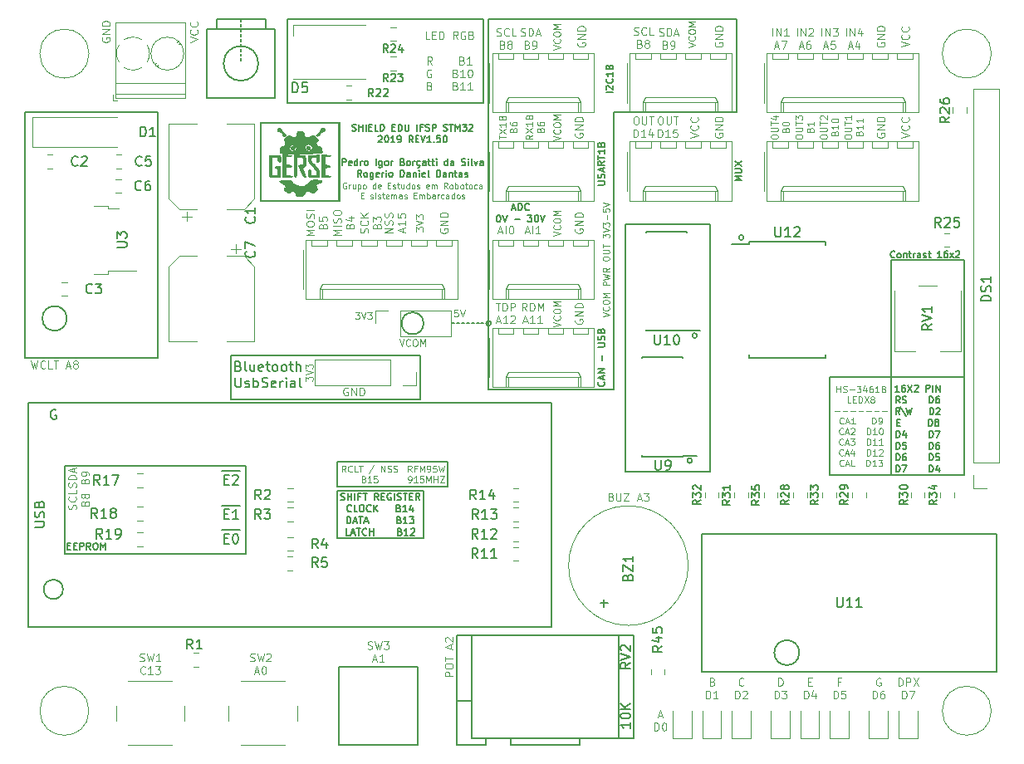
<source format=gbr>
G04 #@! TF.GenerationSoftware,KiCad,Pcbnew,5.0.2*
G04 #@! TF.CreationDate,2019-07-25T16:39:25-03:00*
G04 #@! TF.ProjectId,ShieldEduIfspSTM32,53686965-6c64-4456-9475-496673705354,rev?*
G04 #@! TF.SameCoordinates,Original*
G04 #@! TF.FileFunction,Legend,Top*
G04 #@! TF.FilePolarity,Positive*
%FSLAX46Y46*%
G04 Gerber Fmt 4.6, Leading zero omitted, Abs format (unit mm)*
G04 Created by KiCad (PCBNEW 5.0.2) date qui 25 jul 2019 16:39:25 -03*
%MOMM*%
%LPD*%
G01*
G04 APERTURE LIST*
%ADD10C,0.200000*%
%ADD11C,0.100000*%
%ADD12C,0.150000*%
%ADD13C,0.010000*%
%ADD14C,0.120000*%
%ADD15C,0.075000*%
G04 APERTURE END LIST*
D10*
X186000000Y-78000000D02*
X192200000Y-78000000D01*
X186000000Y-88000000D02*
X186000000Y-78000000D01*
X192200000Y-88000000D02*
X186000000Y-88000000D01*
D11*
X186739285Y-79531547D02*
X186739285Y-78881547D01*
X186739285Y-79191071D02*
X187110714Y-79191071D01*
X187110714Y-79531547D02*
X187110714Y-78881547D01*
X187389285Y-79500595D02*
X187482142Y-79531547D01*
X187636904Y-79531547D01*
X187698809Y-79500595D01*
X187729761Y-79469642D01*
X187760714Y-79407738D01*
X187760714Y-79345833D01*
X187729761Y-79283928D01*
X187698809Y-79252976D01*
X187636904Y-79222023D01*
X187513095Y-79191071D01*
X187451190Y-79160119D01*
X187420238Y-79129166D01*
X187389285Y-79067261D01*
X187389285Y-79005357D01*
X187420238Y-78943452D01*
X187451190Y-78912500D01*
X187513095Y-78881547D01*
X187667857Y-78881547D01*
X187760714Y-78912500D01*
X188039285Y-79283928D02*
X188534523Y-79283928D01*
X188782142Y-78881547D02*
X189184523Y-78881547D01*
X188967857Y-79129166D01*
X189060714Y-79129166D01*
X189122619Y-79160119D01*
X189153571Y-79191071D01*
X189184523Y-79252976D01*
X189184523Y-79407738D01*
X189153571Y-79469642D01*
X189122619Y-79500595D01*
X189060714Y-79531547D01*
X188875000Y-79531547D01*
X188813095Y-79500595D01*
X188782142Y-79469642D01*
X189741666Y-79098214D02*
X189741666Y-79531547D01*
X189586904Y-78850595D02*
X189432142Y-79314880D01*
X189834523Y-79314880D01*
X190360714Y-78881547D02*
X190236904Y-78881547D01*
X190175000Y-78912500D01*
X190144047Y-78943452D01*
X190082142Y-79036309D01*
X190051190Y-79160119D01*
X190051190Y-79407738D01*
X190082142Y-79469642D01*
X190113095Y-79500595D01*
X190175000Y-79531547D01*
X190298809Y-79531547D01*
X190360714Y-79500595D01*
X190391666Y-79469642D01*
X190422619Y-79407738D01*
X190422619Y-79252976D01*
X190391666Y-79191071D01*
X190360714Y-79160119D01*
X190298809Y-79129166D01*
X190175000Y-79129166D01*
X190113095Y-79160119D01*
X190082142Y-79191071D01*
X190051190Y-79252976D01*
X191041666Y-79531547D02*
X190670238Y-79531547D01*
X190855952Y-79531547D02*
X190855952Y-78881547D01*
X190794047Y-78974404D01*
X190732142Y-79036309D01*
X190670238Y-79067261D01*
X191536904Y-79191071D02*
X191629761Y-79222023D01*
X191660714Y-79252976D01*
X191691666Y-79314880D01*
X191691666Y-79407738D01*
X191660714Y-79469642D01*
X191629761Y-79500595D01*
X191567857Y-79531547D01*
X191320238Y-79531547D01*
X191320238Y-78881547D01*
X191536904Y-78881547D01*
X191598809Y-78912500D01*
X191629761Y-78943452D01*
X191660714Y-79005357D01*
X191660714Y-79067261D01*
X191629761Y-79129166D01*
X191598809Y-79160119D01*
X191536904Y-79191071D01*
X191320238Y-79191071D01*
X188163095Y-80606547D02*
X187853571Y-80606547D01*
X187853571Y-79956547D01*
X188379761Y-80266071D02*
X188596428Y-80266071D01*
X188689285Y-80606547D02*
X188379761Y-80606547D01*
X188379761Y-79956547D01*
X188689285Y-79956547D01*
X188967857Y-80606547D02*
X188967857Y-79956547D01*
X189122619Y-79956547D01*
X189215476Y-79987500D01*
X189277380Y-80049404D01*
X189308333Y-80111309D01*
X189339285Y-80235119D01*
X189339285Y-80327976D01*
X189308333Y-80451785D01*
X189277380Y-80513690D01*
X189215476Y-80575595D01*
X189122619Y-80606547D01*
X188967857Y-80606547D01*
X189555952Y-79956547D02*
X189989285Y-80606547D01*
X189989285Y-79956547D02*
X189555952Y-80606547D01*
X190329761Y-80235119D02*
X190267857Y-80204166D01*
X190236904Y-80173214D01*
X190205952Y-80111309D01*
X190205952Y-80080357D01*
X190236904Y-80018452D01*
X190267857Y-79987500D01*
X190329761Y-79956547D01*
X190453571Y-79956547D01*
X190515476Y-79987500D01*
X190546428Y-80018452D01*
X190577380Y-80080357D01*
X190577380Y-80111309D01*
X190546428Y-80173214D01*
X190515476Y-80204166D01*
X190453571Y-80235119D01*
X190329761Y-80235119D01*
X190267857Y-80266071D01*
X190236904Y-80297023D01*
X190205952Y-80358928D01*
X190205952Y-80482738D01*
X190236904Y-80544642D01*
X190267857Y-80575595D01*
X190329761Y-80606547D01*
X190453571Y-80606547D01*
X190515476Y-80575595D01*
X190546428Y-80544642D01*
X190577380Y-80482738D01*
X190577380Y-80358928D01*
X190546428Y-80297023D01*
X190515476Y-80266071D01*
X190453571Y-80235119D01*
X186538095Y-81433928D02*
X187033333Y-81433928D01*
X187342857Y-81433928D02*
X187838095Y-81433928D01*
X188147619Y-81433928D02*
X188642857Y-81433928D01*
X188952380Y-81433928D02*
X189447619Y-81433928D01*
X189757142Y-81433928D02*
X190252380Y-81433928D01*
X190561904Y-81433928D02*
X191057142Y-81433928D01*
X191366666Y-81433928D02*
X191861904Y-81433928D01*
X187435714Y-82694642D02*
X187404761Y-82725595D01*
X187311904Y-82756547D01*
X187250000Y-82756547D01*
X187157142Y-82725595D01*
X187095238Y-82663690D01*
X187064285Y-82601785D01*
X187033333Y-82477976D01*
X187033333Y-82385119D01*
X187064285Y-82261309D01*
X187095238Y-82199404D01*
X187157142Y-82137500D01*
X187250000Y-82106547D01*
X187311904Y-82106547D01*
X187404761Y-82137500D01*
X187435714Y-82168452D01*
X187683333Y-82570833D02*
X187992857Y-82570833D01*
X187621428Y-82756547D02*
X187838095Y-82106547D01*
X188054761Y-82756547D01*
X188611904Y-82756547D02*
X188240476Y-82756547D01*
X188426190Y-82756547D02*
X188426190Y-82106547D01*
X188364285Y-82199404D01*
X188302380Y-82261309D01*
X188240476Y-82292261D01*
X190376190Y-82756547D02*
X190376190Y-82106547D01*
X190530952Y-82106547D01*
X190623809Y-82137500D01*
X190685714Y-82199404D01*
X190716666Y-82261309D01*
X190747619Y-82385119D01*
X190747619Y-82477976D01*
X190716666Y-82601785D01*
X190685714Y-82663690D01*
X190623809Y-82725595D01*
X190530952Y-82756547D01*
X190376190Y-82756547D01*
X191057142Y-82756547D02*
X191180952Y-82756547D01*
X191242857Y-82725595D01*
X191273809Y-82694642D01*
X191335714Y-82601785D01*
X191366666Y-82477976D01*
X191366666Y-82230357D01*
X191335714Y-82168452D01*
X191304761Y-82137500D01*
X191242857Y-82106547D01*
X191119047Y-82106547D01*
X191057142Y-82137500D01*
X191026190Y-82168452D01*
X190995238Y-82230357D01*
X190995238Y-82385119D01*
X191026190Y-82447023D01*
X191057142Y-82477976D01*
X191119047Y-82508928D01*
X191242857Y-82508928D01*
X191304761Y-82477976D01*
X191335714Y-82447023D01*
X191366666Y-82385119D01*
X187373809Y-83769642D02*
X187342857Y-83800595D01*
X187250000Y-83831547D01*
X187188095Y-83831547D01*
X187095238Y-83800595D01*
X187033333Y-83738690D01*
X187002380Y-83676785D01*
X186971428Y-83552976D01*
X186971428Y-83460119D01*
X187002380Y-83336309D01*
X187033333Y-83274404D01*
X187095238Y-83212500D01*
X187188095Y-83181547D01*
X187250000Y-83181547D01*
X187342857Y-83212500D01*
X187373809Y-83243452D01*
X187621428Y-83645833D02*
X187930952Y-83645833D01*
X187559523Y-83831547D02*
X187776190Y-83181547D01*
X187992857Y-83831547D01*
X188178571Y-83243452D02*
X188209523Y-83212500D01*
X188271428Y-83181547D01*
X188426190Y-83181547D01*
X188488095Y-83212500D01*
X188519047Y-83243452D01*
X188550000Y-83305357D01*
X188550000Y-83367261D01*
X188519047Y-83460119D01*
X188147619Y-83831547D01*
X188550000Y-83831547D01*
X189819047Y-83831547D02*
X189819047Y-83181547D01*
X189973809Y-83181547D01*
X190066666Y-83212500D01*
X190128571Y-83274404D01*
X190159523Y-83336309D01*
X190190476Y-83460119D01*
X190190476Y-83552976D01*
X190159523Y-83676785D01*
X190128571Y-83738690D01*
X190066666Y-83800595D01*
X189973809Y-83831547D01*
X189819047Y-83831547D01*
X190809523Y-83831547D02*
X190438095Y-83831547D01*
X190623809Y-83831547D02*
X190623809Y-83181547D01*
X190561904Y-83274404D01*
X190500000Y-83336309D01*
X190438095Y-83367261D01*
X191211904Y-83181547D02*
X191273809Y-83181547D01*
X191335714Y-83212500D01*
X191366666Y-83243452D01*
X191397619Y-83305357D01*
X191428571Y-83429166D01*
X191428571Y-83583928D01*
X191397619Y-83707738D01*
X191366666Y-83769642D01*
X191335714Y-83800595D01*
X191273809Y-83831547D01*
X191211904Y-83831547D01*
X191150000Y-83800595D01*
X191119047Y-83769642D01*
X191088095Y-83707738D01*
X191057142Y-83583928D01*
X191057142Y-83429166D01*
X191088095Y-83305357D01*
X191119047Y-83243452D01*
X191150000Y-83212500D01*
X191211904Y-83181547D01*
X187373809Y-84844642D02*
X187342857Y-84875595D01*
X187250000Y-84906547D01*
X187188095Y-84906547D01*
X187095238Y-84875595D01*
X187033333Y-84813690D01*
X187002380Y-84751785D01*
X186971428Y-84627976D01*
X186971428Y-84535119D01*
X187002380Y-84411309D01*
X187033333Y-84349404D01*
X187095238Y-84287500D01*
X187188095Y-84256547D01*
X187250000Y-84256547D01*
X187342857Y-84287500D01*
X187373809Y-84318452D01*
X187621428Y-84720833D02*
X187930952Y-84720833D01*
X187559523Y-84906547D02*
X187776190Y-84256547D01*
X187992857Y-84906547D01*
X188147619Y-84256547D02*
X188550000Y-84256547D01*
X188333333Y-84504166D01*
X188426190Y-84504166D01*
X188488095Y-84535119D01*
X188519047Y-84566071D01*
X188550000Y-84627976D01*
X188550000Y-84782738D01*
X188519047Y-84844642D01*
X188488095Y-84875595D01*
X188426190Y-84906547D01*
X188240476Y-84906547D01*
X188178571Y-84875595D01*
X188147619Y-84844642D01*
X189819047Y-84906547D02*
X189819047Y-84256547D01*
X189973809Y-84256547D01*
X190066666Y-84287500D01*
X190128571Y-84349404D01*
X190159523Y-84411309D01*
X190190476Y-84535119D01*
X190190476Y-84627976D01*
X190159523Y-84751785D01*
X190128571Y-84813690D01*
X190066666Y-84875595D01*
X189973809Y-84906547D01*
X189819047Y-84906547D01*
X190809523Y-84906547D02*
X190438095Y-84906547D01*
X190623809Y-84906547D02*
X190623809Y-84256547D01*
X190561904Y-84349404D01*
X190500000Y-84411309D01*
X190438095Y-84442261D01*
X191428571Y-84906547D02*
X191057142Y-84906547D01*
X191242857Y-84906547D02*
X191242857Y-84256547D01*
X191180952Y-84349404D01*
X191119047Y-84411309D01*
X191057142Y-84442261D01*
X187373809Y-85919642D02*
X187342857Y-85950595D01*
X187250000Y-85981547D01*
X187188095Y-85981547D01*
X187095238Y-85950595D01*
X187033333Y-85888690D01*
X187002380Y-85826785D01*
X186971428Y-85702976D01*
X186971428Y-85610119D01*
X187002380Y-85486309D01*
X187033333Y-85424404D01*
X187095238Y-85362500D01*
X187188095Y-85331547D01*
X187250000Y-85331547D01*
X187342857Y-85362500D01*
X187373809Y-85393452D01*
X187621428Y-85795833D02*
X187930952Y-85795833D01*
X187559523Y-85981547D02*
X187776190Y-85331547D01*
X187992857Y-85981547D01*
X188488095Y-85548214D02*
X188488095Y-85981547D01*
X188333333Y-85300595D02*
X188178571Y-85764880D01*
X188580952Y-85764880D01*
X189819047Y-85981547D02*
X189819047Y-85331547D01*
X189973809Y-85331547D01*
X190066666Y-85362500D01*
X190128571Y-85424404D01*
X190159523Y-85486309D01*
X190190476Y-85610119D01*
X190190476Y-85702976D01*
X190159523Y-85826785D01*
X190128571Y-85888690D01*
X190066666Y-85950595D01*
X189973809Y-85981547D01*
X189819047Y-85981547D01*
X190809523Y-85981547D02*
X190438095Y-85981547D01*
X190623809Y-85981547D02*
X190623809Y-85331547D01*
X190561904Y-85424404D01*
X190500000Y-85486309D01*
X190438095Y-85517261D01*
X191057142Y-85393452D02*
X191088095Y-85362500D01*
X191150000Y-85331547D01*
X191304761Y-85331547D01*
X191366666Y-85362500D01*
X191397619Y-85393452D01*
X191428571Y-85455357D01*
X191428571Y-85517261D01*
X191397619Y-85610119D01*
X191026190Y-85981547D01*
X191428571Y-85981547D01*
X187420238Y-86994642D02*
X187389285Y-87025595D01*
X187296428Y-87056547D01*
X187234523Y-87056547D01*
X187141666Y-87025595D01*
X187079761Y-86963690D01*
X187048809Y-86901785D01*
X187017857Y-86777976D01*
X187017857Y-86685119D01*
X187048809Y-86561309D01*
X187079761Y-86499404D01*
X187141666Y-86437500D01*
X187234523Y-86406547D01*
X187296428Y-86406547D01*
X187389285Y-86437500D01*
X187420238Y-86468452D01*
X187667857Y-86870833D02*
X187977380Y-86870833D01*
X187605952Y-87056547D02*
X187822619Y-86406547D01*
X188039285Y-87056547D01*
X188565476Y-87056547D02*
X188255952Y-87056547D01*
X188255952Y-86406547D01*
X189772619Y-87056547D02*
X189772619Y-86406547D01*
X189927380Y-86406547D01*
X190020238Y-86437500D01*
X190082142Y-86499404D01*
X190113095Y-86561309D01*
X190144047Y-86685119D01*
X190144047Y-86777976D01*
X190113095Y-86901785D01*
X190082142Y-86963690D01*
X190020238Y-87025595D01*
X189927380Y-87056547D01*
X189772619Y-87056547D01*
X190763095Y-87056547D02*
X190391666Y-87056547D01*
X190577380Y-87056547D02*
X190577380Y-86406547D01*
X190515476Y-86499404D01*
X190453571Y-86561309D01*
X190391666Y-86592261D01*
X190979761Y-86406547D02*
X191382142Y-86406547D01*
X191165476Y-86654166D01*
X191258333Y-86654166D01*
X191320238Y-86685119D01*
X191351190Y-86716071D01*
X191382142Y-86777976D01*
X191382142Y-86932738D01*
X191351190Y-86994642D01*
X191320238Y-87025595D01*
X191258333Y-87056547D01*
X191072619Y-87056547D01*
X191010714Y-87025595D01*
X190979761Y-86994642D01*
X168628571Y-43173809D02*
X168742857Y-43211904D01*
X168933333Y-43211904D01*
X169009523Y-43173809D01*
X169047619Y-43135714D01*
X169085714Y-43059523D01*
X169085714Y-42983333D01*
X169047619Y-42907142D01*
X169009523Y-42869047D01*
X168933333Y-42830952D01*
X168780952Y-42792857D01*
X168704761Y-42754761D01*
X168666666Y-42716666D01*
X168628571Y-42640476D01*
X168628571Y-42564285D01*
X168666666Y-42488095D01*
X168704761Y-42450000D01*
X168780952Y-42411904D01*
X168971428Y-42411904D01*
X169085714Y-42450000D01*
X169428571Y-43211904D02*
X169428571Y-42411904D01*
X169619047Y-42411904D01*
X169733333Y-42450000D01*
X169809523Y-42526190D01*
X169847619Y-42602380D01*
X169885714Y-42754761D01*
X169885714Y-42869047D01*
X169847619Y-43021428D01*
X169809523Y-43097619D01*
X169733333Y-43173809D01*
X169619047Y-43211904D01*
X169428571Y-43211904D01*
X170190476Y-42983333D02*
X170571428Y-42983333D01*
X170114285Y-43211904D02*
X170380952Y-42411904D01*
X170647619Y-43211904D01*
X169276190Y-44092857D02*
X169390476Y-44130952D01*
X169428571Y-44169047D01*
X169466666Y-44245238D01*
X169466666Y-44359523D01*
X169428571Y-44435714D01*
X169390476Y-44473809D01*
X169314285Y-44511904D01*
X169009523Y-44511904D01*
X169009523Y-43711904D01*
X169276190Y-43711904D01*
X169352380Y-43750000D01*
X169390476Y-43788095D01*
X169428571Y-43864285D01*
X169428571Y-43940476D01*
X169390476Y-44016666D01*
X169352380Y-44054761D01*
X169276190Y-44092857D01*
X169009523Y-44092857D01*
X169847619Y-44511904D02*
X170000000Y-44511904D01*
X170076190Y-44473809D01*
X170114285Y-44435714D01*
X170190476Y-44321428D01*
X170228571Y-44169047D01*
X170228571Y-43864285D01*
X170190476Y-43788095D01*
X170152380Y-43750000D01*
X170076190Y-43711904D01*
X169923809Y-43711904D01*
X169847619Y-43750000D01*
X169809523Y-43788095D01*
X169771428Y-43864285D01*
X169771428Y-44054761D01*
X169809523Y-44130952D01*
X169847619Y-44169047D01*
X169923809Y-44207142D01*
X170076190Y-44207142D01*
X170152380Y-44169047D01*
X170190476Y-44130952D01*
X170228571Y-44054761D01*
X166047619Y-43073809D02*
X166161904Y-43111904D01*
X166352380Y-43111904D01*
X166428571Y-43073809D01*
X166466666Y-43035714D01*
X166504761Y-42959523D01*
X166504761Y-42883333D01*
X166466666Y-42807142D01*
X166428571Y-42769047D01*
X166352380Y-42730952D01*
X166200000Y-42692857D01*
X166123809Y-42654761D01*
X166085714Y-42616666D01*
X166047619Y-42540476D01*
X166047619Y-42464285D01*
X166085714Y-42388095D01*
X166123809Y-42350000D01*
X166200000Y-42311904D01*
X166390476Y-42311904D01*
X166504761Y-42350000D01*
X167304761Y-43035714D02*
X167266666Y-43073809D01*
X167152380Y-43111904D01*
X167076190Y-43111904D01*
X166961904Y-43073809D01*
X166885714Y-42997619D01*
X166847619Y-42921428D01*
X166809523Y-42769047D01*
X166809523Y-42654761D01*
X166847619Y-42502380D01*
X166885714Y-42426190D01*
X166961904Y-42350000D01*
X167076190Y-42311904D01*
X167152380Y-42311904D01*
X167266666Y-42350000D01*
X167304761Y-42388095D01*
X168028571Y-43111904D02*
X167647619Y-43111904D01*
X167647619Y-42311904D01*
X166676190Y-43992857D02*
X166790476Y-44030952D01*
X166828571Y-44069047D01*
X166866666Y-44145238D01*
X166866666Y-44259523D01*
X166828571Y-44335714D01*
X166790476Y-44373809D01*
X166714285Y-44411904D01*
X166409523Y-44411904D01*
X166409523Y-43611904D01*
X166676190Y-43611904D01*
X166752380Y-43650000D01*
X166790476Y-43688095D01*
X166828571Y-43764285D01*
X166828571Y-43840476D01*
X166790476Y-43916666D01*
X166752380Y-43954761D01*
X166676190Y-43992857D01*
X166409523Y-43992857D01*
X167323809Y-43954761D02*
X167247619Y-43916666D01*
X167209523Y-43878571D01*
X167171428Y-43802380D01*
X167171428Y-43764285D01*
X167209523Y-43688095D01*
X167247619Y-43650000D01*
X167323809Y-43611904D01*
X167476190Y-43611904D01*
X167552380Y-43650000D01*
X167590476Y-43688095D01*
X167628571Y-43764285D01*
X167628571Y-43802380D01*
X167590476Y-43878571D01*
X167552380Y-43916666D01*
X167476190Y-43954761D01*
X167323809Y-43954761D01*
X167247619Y-43992857D01*
X167209523Y-44030952D01*
X167171428Y-44107142D01*
X167171428Y-44259523D01*
X167209523Y-44335714D01*
X167247619Y-44373809D01*
X167323809Y-44411904D01*
X167476190Y-44411904D01*
X167552380Y-44373809D01*
X167590476Y-44335714D01*
X167628571Y-44259523D01*
X167628571Y-44107142D01*
X167590476Y-44030952D01*
X167552380Y-43992857D01*
X167476190Y-43954761D01*
D10*
X173800000Y-87600000D02*
X173800000Y-62400000D01*
X165200000Y-87600000D02*
X173800000Y-87600000D01*
X165200000Y-62400000D02*
X165200000Y-87600000D01*
X165200000Y-62400000D02*
X173800000Y-62400000D01*
X144600000Y-94400000D02*
X144600000Y-89600000D01*
X135800000Y-94400000D02*
X144600000Y-94400000D01*
X135800000Y-89600000D02*
X135800000Y-94400000D01*
X144600000Y-89600000D02*
X135800000Y-89600000D01*
D12*
X136183333Y-90483333D02*
X136283333Y-90516666D01*
X136450000Y-90516666D01*
X136516666Y-90483333D01*
X136550000Y-90450000D01*
X136583333Y-90383333D01*
X136583333Y-90316666D01*
X136550000Y-90250000D01*
X136516666Y-90216666D01*
X136450000Y-90183333D01*
X136316666Y-90150000D01*
X136250000Y-90116666D01*
X136216666Y-90083333D01*
X136183333Y-90016666D01*
X136183333Y-89950000D01*
X136216666Y-89883333D01*
X136250000Y-89850000D01*
X136316666Y-89816666D01*
X136483333Y-89816666D01*
X136583333Y-89850000D01*
X136883333Y-90516666D02*
X136883333Y-89816666D01*
X136883333Y-90150000D02*
X137283333Y-90150000D01*
X137283333Y-90516666D02*
X137283333Y-89816666D01*
X137616666Y-90516666D02*
X137616666Y-89816666D01*
X138183333Y-90150000D02*
X137950000Y-90150000D01*
X137950000Y-90516666D02*
X137950000Y-89816666D01*
X138283333Y-89816666D01*
X138450000Y-89816666D02*
X138850000Y-89816666D01*
X138650000Y-90516666D02*
X138650000Y-89816666D01*
X140016666Y-90516666D02*
X139783333Y-90183333D01*
X139616666Y-90516666D02*
X139616666Y-89816666D01*
X139883333Y-89816666D01*
X139950000Y-89850000D01*
X139983333Y-89883333D01*
X140016666Y-89950000D01*
X140016666Y-90050000D01*
X139983333Y-90116666D01*
X139950000Y-90150000D01*
X139883333Y-90183333D01*
X139616666Y-90183333D01*
X140316666Y-90150000D02*
X140550000Y-90150000D01*
X140650000Y-90516666D02*
X140316666Y-90516666D01*
X140316666Y-89816666D01*
X140650000Y-89816666D01*
X141316666Y-89850000D02*
X141250000Y-89816666D01*
X141150000Y-89816666D01*
X141050000Y-89850000D01*
X140983333Y-89916666D01*
X140950000Y-89983333D01*
X140916666Y-90116666D01*
X140916666Y-90216666D01*
X140950000Y-90350000D01*
X140983333Y-90416666D01*
X141050000Y-90483333D01*
X141150000Y-90516666D01*
X141216666Y-90516666D01*
X141316666Y-90483333D01*
X141350000Y-90450000D01*
X141350000Y-90216666D01*
X141216666Y-90216666D01*
X141650000Y-90516666D02*
X141650000Y-89816666D01*
X141950000Y-90483333D02*
X142050000Y-90516666D01*
X142216666Y-90516666D01*
X142283333Y-90483333D01*
X142316666Y-90450000D01*
X142350000Y-90383333D01*
X142350000Y-90316666D01*
X142316666Y-90250000D01*
X142283333Y-90216666D01*
X142216666Y-90183333D01*
X142083333Y-90150000D01*
X142016666Y-90116666D01*
X141983333Y-90083333D01*
X141950000Y-90016666D01*
X141950000Y-89950000D01*
X141983333Y-89883333D01*
X142016666Y-89850000D01*
X142083333Y-89816666D01*
X142250000Y-89816666D01*
X142350000Y-89850000D01*
X142550000Y-89816666D02*
X142950000Y-89816666D01*
X142750000Y-90516666D02*
X142750000Y-89816666D01*
X143183333Y-90150000D02*
X143416666Y-90150000D01*
X143516666Y-90516666D02*
X143183333Y-90516666D01*
X143183333Y-89816666D01*
X143516666Y-89816666D01*
X144216666Y-90516666D02*
X143983333Y-90183333D01*
X143816666Y-90516666D02*
X143816666Y-89816666D01*
X144083333Y-89816666D01*
X144150000Y-89850000D01*
X144183333Y-89883333D01*
X144216666Y-89950000D01*
X144216666Y-90050000D01*
X144183333Y-90116666D01*
X144150000Y-90150000D01*
X144083333Y-90183333D01*
X143816666Y-90183333D01*
X137250000Y-91650000D02*
X137216666Y-91683333D01*
X137116666Y-91716666D01*
X137050000Y-91716666D01*
X136950000Y-91683333D01*
X136883333Y-91616666D01*
X136850000Y-91550000D01*
X136816666Y-91416666D01*
X136816666Y-91316666D01*
X136850000Y-91183333D01*
X136883333Y-91116666D01*
X136950000Y-91050000D01*
X137050000Y-91016666D01*
X137116666Y-91016666D01*
X137216666Y-91050000D01*
X137250000Y-91083333D01*
X137883333Y-91716666D02*
X137550000Y-91716666D01*
X137550000Y-91016666D01*
X138250000Y-91016666D02*
X138383333Y-91016666D01*
X138450000Y-91050000D01*
X138516666Y-91116666D01*
X138550000Y-91250000D01*
X138550000Y-91483333D01*
X138516666Y-91616666D01*
X138450000Y-91683333D01*
X138383333Y-91716666D01*
X138250000Y-91716666D01*
X138183333Y-91683333D01*
X138116666Y-91616666D01*
X138083333Y-91483333D01*
X138083333Y-91250000D01*
X138116666Y-91116666D01*
X138183333Y-91050000D01*
X138250000Y-91016666D01*
X139250000Y-91650000D02*
X139216666Y-91683333D01*
X139116666Y-91716666D01*
X139050000Y-91716666D01*
X138950000Y-91683333D01*
X138883333Y-91616666D01*
X138850000Y-91550000D01*
X138816666Y-91416666D01*
X138816666Y-91316666D01*
X138850000Y-91183333D01*
X138883333Y-91116666D01*
X138950000Y-91050000D01*
X139050000Y-91016666D01*
X139116666Y-91016666D01*
X139216666Y-91050000D01*
X139250000Y-91083333D01*
X139550000Y-91716666D02*
X139550000Y-91016666D01*
X139950000Y-91716666D02*
X139650000Y-91316666D01*
X139950000Y-91016666D02*
X139550000Y-91416666D01*
X142083333Y-91350000D02*
X142183333Y-91383333D01*
X142216666Y-91416666D01*
X142250000Y-91483333D01*
X142250000Y-91583333D01*
X142216666Y-91650000D01*
X142183333Y-91683333D01*
X142116666Y-91716666D01*
X141850000Y-91716666D01*
X141850000Y-91016666D01*
X142083333Y-91016666D01*
X142150000Y-91050000D01*
X142183333Y-91083333D01*
X142216666Y-91150000D01*
X142216666Y-91216666D01*
X142183333Y-91283333D01*
X142150000Y-91316666D01*
X142083333Y-91350000D01*
X141850000Y-91350000D01*
X142916666Y-91716666D02*
X142516666Y-91716666D01*
X142716666Y-91716666D02*
X142716666Y-91016666D01*
X142650000Y-91116666D01*
X142583333Y-91183333D01*
X142516666Y-91216666D01*
X143516666Y-91250000D02*
X143516666Y-91716666D01*
X143350000Y-90983333D02*
X143183333Y-91483333D01*
X143616666Y-91483333D01*
X136800000Y-92916666D02*
X136800000Y-92216666D01*
X136966666Y-92216666D01*
X137066666Y-92250000D01*
X137133333Y-92316666D01*
X137166666Y-92383333D01*
X137200000Y-92516666D01*
X137200000Y-92616666D01*
X137166666Y-92750000D01*
X137133333Y-92816666D01*
X137066666Y-92883333D01*
X136966666Y-92916666D01*
X136800000Y-92916666D01*
X137466666Y-92716666D02*
X137800000Y-92716666D01*
X137400000Y-92916666D02*
X137633333Y-92216666D01*
X137866666Y-92916666D01*
X138000000Y-92216666D02*
X138400000Y-92216666D01*
X138200000Y-92916666D02*
X138200000Y-92216666D01*
X138600000Y-92716666D02*
X138933333Y-92716666D01*
X138533333Y-92916666D02*
X138766666Y-92216666D01*
X139000000Y-92916666D01*
X142133333Y-92550000D02*
X142233333Y-92583333D01*
X142266666Y-92616666D01*
X142300000Y-92683333D01*
X142300000Y-92783333D01*
X142266666Y-92850000D01*
X142233333Y-92883333D01*
X142166666Y-92916666D01*
X141900000Y-92916666D01*
X141900000Y-92216666D01*
X142133333Y-92216666D01*
X142200000Y-92250000D01*
X142233333Y-92283333D01*
X142266666Y-92350000D01*
X142266666Y-92416666D01*
X142233333Y-92483333D01*
X142200000Y-92516666D01*
X142133333Y-92550000D01*
X141900000Y-92550000D01*
X142966666Y-92916666D02*
X142566666Y-92916666D01*
X142766666Y-92916666D02*
X142766666Y-92216666D01*
X142700000Y-92316666D01*
X142633333Y-92383333D01*
X142566666Y-92416666D01*
X143200000Y-92216666D02*
X143633333Y-92216666D01*
X143400000Y-92483333D01*
X143500000Y-92483333D01*
X143566666Y-92516666D01*
X143600000Y-92550000D01*
X143633333Y-92616666D01*
X143633333Y-92783333D01*
X143600000Y-92850000D01*
X143566666Y-92883333D01*
X143500000Y-92916666D01*
X143300000Y-92916666D01*
X143233333Y-92883333D01*
X143200000Y-92850000D01*
X137050000Y-94116666D02*
X136716666Y-94116666D01*
X136716666Y-93416666D01*
X137250000Y-93916666D02*
X137583333Y-93916666D01*
X137183333Y-94116666D02*
X137416666Y-93416666D01*
X137650000Y-94116666D01*
X137783333Y-93416666D02*
X138183333Y-93416666D01*
X137983333Y-94116666D02*
X137983333Y-93416666D01*
X138816666Y-94050000D02*
X138783333Y-94083333D01*
X138683333Y-94116666D01*
X138616666Y-94116666D01*
X138516666Y-94083333D01*
X138450000Y-94016666D01*
X138416666Y-93950000D01*
X138383333Y-93816666D01*
X138383333Y-93716666D01*
X138416666Y-93583333D01*
X138450000Y-93516666D01*
X138516666Y-93450000D01*
X138616666Y-93416666D01*
X138683333Y-93416666D01*
X138783333Y-93450000D01*
X138816666Y-93483333D01*
X139116666Y-94116666D02*
X139116666Y-93416666D01*
X139116666Y-93750000D02*
X139516666Y-93750000D01*
X139516666Y-94116666D02*
X139516666Y-93416666D01*
X142216666Y-93750000D02*
X142316666Y-93783333D01*
X142350000Y-93816666D01*
X142383333Y-93883333D01*
X142383333Y-93983333D01*
X142350000Y-94050000D01*
X142316666Y-94083333D01*
X142250000Y-94116666D01*
X141983333Y-94116666D01*
X141983333Y-93416666D01*
X142216666Y-93416666D01*
X142283333Y-93450000D01*
X142316666Y-93483333D01*
X142350000Y-93550000D01*
X142350000Y-93616666D01*
X142316666Y-93683333D01*
X142283333Y-93716666D01*
X142216666Y-93750000D01*
X141983333Y-93750000D01*
X143050000Y-94116666D02*
X142650000Y-94116666D01*
X142850000Y-94116666D02*
X142850000Y-93416666D01*
X142783333Y-93516666D01*
X142716666Y-93583333D01*
X142650000Y-93616666D01*
X143316666Y-93483333D02*
X143350000Y-93450000D01*
X143416666Y-93416666D01*
X143583333Y-93416666D01*
X143650000Y-93450000D01*
X143683333Y-93483333D01*
X143716666Y-93550000D01*
X143716666Y-93616666D01*
X143683333Y-93716666D01*
X143283333Y-94116666D01*
X143716666Y-94116666D01*
D10*
X147100000Y-89150000D02*
X135850000Y-89150000D01*
X147100000Y-86650000D02*
X147100000Y-89150000D01*
X135850000Y-86650000D02*
X147100000Y-86650000D01*
X135850000Y-89150000D02*
X135850000Y-86650000D01*
X150750000Y-50000000D02*
X150750000Y-49500000D01*
X130750000Y-50000000D02*
X150750000Y-50000000D01*
X130750000Y-49750000D02*
X130750000Y-50000000D01*
D11*
X143410714Y-87656547D02*
X143194047Y-87347023D01*
X143039285Y-87656547D02*
X143039285Y-87006547D01*
X143286904Y-87006547D01*
X143348809Y-87037500D01*
X143379761Y-87068452D01*
X143410714Y-87130357D01*
X143410714Y-87223214D01*
X143379761Y-87285119D01*
X143348809Y-87316071D01*
X143286904Y-87347023D01*
X143039285Y-87347023D01*
X143905952Y-87316071D02*
X143689285Y-87316071D01*
X143689285Y-87656547D02*
X143689285Y-87006547D01*
X143998809Y-87006547D01*
X144246428Y-87656547D02*
X144246428Y-87006547D01*
X144463095Y-87470833D01*
X144679761Y-87006547D01*
X144679761Y-87656547D01*
X145020238Y-87656547D02*
X145144047Y-87656547D01*
X145205952Y-87625595D01*
X145236904Y-87594642D01*
X145298809Y-87501785D01*
X145329761Y-87377976D01*
X145329761Y-87130357D01*
X145298809Y-87068452D01*
X145267857Y-87037500D01*
X145205952Y-87006547D01*
X145082142Y-87006547D01*
X145020238Y-87037500D01*
X144989285Y-87068452D01*
X144958333Y-87130357D01*
X144958333Y-87285119D01*
X144989285Y-87347023D01*
X145020238Y-87377976D01*
X145082142Y-87408928D01*
X145205952Y-87408928D01*
X145267857Y-87377976D01*
X145298809Y-87347023D01*
X145329761Y-87285119D01*
X145917857Y-87006547D02*
X145608333Y-87006547D01*
X145577380Y-87316071D01*
X145608333Y-87285119D01*
X145670238Y-87254166D01*
X145825000Y-87254166D01*
X145886904Y-87285119D01*
X145917857Y-87316071D01*
X145948809Y-87377976D01*
X145948809Y-87532738D01*
X145917857Y-87594642D01*
X145886904Y-87625595D01*
X145825000Y-87656547D01*
X145670238Y-87656547D01*
X145608333Y-87625595D01*
X145577380Y-87594642D01*
X146165476Y-87006547D02*
X146320238Y-87656547D01*
X146444047Y-87192261D01*
X146567857Y-87656547D01*
X146722619Y-87006547D01*
X143085714Y-88731547D02*
X143209523Y-88731547D01*
X143271428Y-88700595D01*
X143302380Y-88669642D01*
X143364285Y-88576785D01*
X143395238Y-88452976D01*
X143395238Y-88205357D01*
X143364285Y-88143452D01*
X143333333Y-88112500D01*
X143271428Y-88081547D01*
X143147619Y-88081547D01*
X143085714Y-88112500D01*
X143054761Y-88143452D01*
X143023809Y-88205357D01*
X143023809Y-88360119D01*
X143054761Y-88422023D01*
X143085714Y-88452976D01*
X143147619Y-88483928D01*
X143271428Y-88483928D01*
X143333333Y-88452976D01*
X143364285Y-88422023D01*
X143395238Y-88360119D01*
X144014285Y-88731547D02*
X143642857Y-88731547D01*
X143828571Y-88731547D02*
X143828571Y-88081547D01*
X143766666Y-88174404D01*
X143704761Y-88236309D01*
X143642857Y-88267261D01*
X144602380Y-88081547D02*
X144292857Y-88081547D01*
X144261904Y-88391071D01*
X144292857Y-88360119D01*
X144354761Y-88329166D01*
X144509523Y-88329166D01*
X144571428Y-88360119D01*
X144602380Y-88391071D01*
X144633333Y-88452976D01*
X144633333Y-88607738D01*
X144602380Y-88669642D01*
X144571428Y-88700595D01*
X144509523Y-88731547D01*
X144354761Y-88731547D01*
X144292857Y-88700595D01*
X144261904Y-88669642D01*
X144911904Y-88731547D02*
X144911904Y-88081547D01*
X145128571Y-88545833D01*
X145345238Y-88081547D01*
X145345238Y-88731547D01*
X145654761Y-88731547D02*
X145654761Y-88081547D01*
X145654761Y-88391071D02*
X146026190Y-88391071D01*
X146026190Y-88731547D02*
X146026190Y-88081547D01*
X146273809Y-88081547D02*
X146707142Y-88081547D01*
X146273809Y-88731547D01*
X146707142Y-88731547D01*
X136670238Y-87656547D02*
X136453571Y-87347023D01*
X136298809Y-87656547D02*
X136298809Y-87006547D01*
X136546428Y-87006547D01*
X136608333Y-87037500D01*
X136639285Y-87068452D01*
X136670238Y-87130357D01*
X136670238Y-87223214D01*
X136639285Y-87285119D01*
X136608333Y-87316071D01*
X136546428Y-87347023D01*
X136298809Y-87347023D01*
X137320238Y-87594642D02*
X137289285Y-87625595D01*
X137196428Y-87656547D01*
X137134523Y-87656547D01*
X137041666Y-87625595D01*
X136979761Y-87563690D01*
X136948809Y-87501785D01*
X136917857Y-87377976D01*
X136917857Y-87285119D01*
X136948809Y-87161309D01*
X136979761Y-87099404D01*
X137041666Y-87037500D01*
X137134523Y-87006547D01*
X137196428Y-87006547D01*
X137289285Y-87037500D01*
X137320238Y-87068452D01*
X137908333Y-87656547D02*
X137598809Y-87656547D01*
X137598809Y-87006547D01*
X138032142Y-87006547D02*
X138403571Y-87006547D01*
X138217857Y-87656547D02*
X138217857Y-87006547D01*
X139579761Y-86975595D02*
X139022619Y-87811309D01*
X140291666Y-87656547D02*
X140291666Y-87006547D01*
X140663095Y-87656547D01*
X140663095Y-87006547D01*
X140941666Y-87625595D02*
X141034523Y-87656547D01*
X141189285Y-87656547D01*
X141251190Y-87625595D01*
X141282142Y-87594642D01*
X141313095Y-87532738D01*
X141313095Y-87470833D01*
X141282142Y-87408928D01*
X141251190Y-87377976D01*
X141189285Y-87347023D01*
X141065476Y-87316071D01*
X141003571Y-87285119D01*
X140972619Y-87254166D01*
X140941666Y-87192261D01*
X140941666Y-87130357D01*
X140972619Y-87068452D01*
X141003571Y-87037500D01*
X141065476Y-87006547D01*
X141220238Y-87006547D01*
X141313095Y-87037500D01*
X141560714Y-87625595D02*
X141653571Y-87656547D01*
X141808333Y-87656547D01*
X141870238Y-87625595D01*
X141901190Y-87594642D01*
X141932142Y-87532738D01*
X141932142Y-87470833D01*
X141901190Y-87408928D01*
X141870238Y-87377976D01*
X141808333Y-87347023D01*
X141684523Y-87316071D01*
X141622619Y-87285119D01*
X141591666Y-87254166D01*
X141560714Y-87192261D01*
X141560714Y-87130357D01*
X141591666Y-87068452D01*
X141622619Y-87037500D01*
X141684523Y-87006547D01*
X141839285Y-87006547D01*
X141932142Y-87037500D01*
X138527380Y-88391071D02*
X138620238Y-88422023D01*
X138651190Y-88452976D01*
X138682142Y-88514880D01*
X138682142Y-88607738D01*
X138651190Y-88669642D01*
X138620238Y-88700595D01*
X138558333Y-88731547D01*
X138310714Y-88731547D01*
X138310714Y-88081547D01*
X138527380Y-88081547D01*
X138589285Y-88112500D01*
X138620238Y-88143452D01*
X138651190Y-88205357D01*
X138651190Y-88267261D01*
X138620238Y-88329166D01*
X138589285Y-88360119D01*
X138527380Y-88391071D01*
X138310714Y-88391071D01*
X139301190Y-88731547D02*
X138929761Y-88731547D01*
X139115476Y-88731547D02*
X139115476Y-88081547D01*
X139053571Y-88174404D01*
X138991666Y-88236309D01*
X138929761Y-88267261D01*
X139889285Y-88081547D02*
X139579761Y-88081547D01*
X139548809Y-88391071D01*
X139579761Y-88360119D01*
X139641666Y-88329166D01*
X139796428Y-88329166D01*
X139858333Y-88360119D01*
X139889285Y-88391071D01*
X139920238Y-88452976D01*
X139920238Y-88607738D01*
X139889285Y-88669642D01*
X139858333Y-88700595D01*
X139796428Y-88731547D01*
X139641666Y-88731547D01*
X139579761Y-88700595D01*
X139548809Y-88669642D01*
X187541666Y-53533333D02*
X187541666Y-53400000D01*
X187575000Y-53333333D01*
X187641666Y-53266666D01*
X187775000Y-53233333D01*
X188008333Y-53233333D01*
X188141666Y-53266666D01*
X188208333Y-53333333D01*
X188241666Y-53400000D01*
X188241666Y-53533333D01*
X188208333Y-53600000D01*
X188141666Y-53666666D01*
X188008333Y-53700000D01*
X187775000Y-53700000D01*
X187641666Y-53666666D01*
X187575000Y-53600000D01*
X187541666Y-53533333D01*
X187541666Y-52933333D02*
X188108333Y-52933333D01*
X188175000Y-52900000D01*
X188208333Y-52866666D01*
X188241666Y-52800000D01*
X188241666Y-52666666D01*
X188208333Y-52600000D01*
X188175000Y-52566666D01*
X188108333Y-52533333D01*
X187541666Y-52533333D01*
X187541666Y-52300000D02*
X187541666Y-51900000D01*
X188241666Y-52100000D02*
X187541666Y-52100000D01*
X188241666Y-51300000D02*
X188241666Y-51700000D01*
X188241666Y-51500000D02*
X187541666Y-51500000D01*
X187641666Y-51566666D01*
X187708333Y-51633333D01*
X187741666Y-51700000D01*
X189025000Y-53116666D02*
X189058333Y-53016666D01*
X189091666Y-52983333D01*
X189158333Y-52950000D01*
X189258333Y-52950000D01*
X189325000Y-52983333D01*
X189358333Y-53016666D01*
X189391666Y-53083333D01*
X189391666Y-53350000D01*
X188691666Y-53350000D01*
X188691666Y-53116666D01*
X188725000Y-53050000D01*
X188758333Y-53016666D01*
X188825000Y-52983333D01*
X188891666Y-52983333D01*
X188958333Y-53016666D01*
X188991666Y-53050000D01*
X189025000Y-53116666D01*
X189025000Y-53350000D01*
X189391666Y-52283333D02*
X189391666Y-52683333D01*
X189391666Y-52483333D02*
X188691666Y-52483333D01*
X188791666Y-52550000D01*
X188858333Y-52616666D01*
X188891666Y-52683333D01*
X189391666Y-51616666D02*
X189391666Y-52016666D01*
X189391666Y-51816666D02*
X188691666Y-51816666D01*
X188791666Y-51883333D01*
X188858333Y-51950000D01*
X188891666Y-52016666D01*
X185041666Y-53533333D02*
X185041666Y-53400000D01*
X185075000Y-53333333D01*
X185141666Y-53266666D01*
X185275000Y-53233333D01*
X185508333Y-53233333D01*
X185641666Y-53266666D01*
X185708333Y-53333333D01*
X185741666Y-53400000D01*
X185741666Y-53533333D01*
X185708333Y-53600000D01*
X185641666Y-53666666D01*
X185508333Y-53700000D01*
X185275000Y-53700000D01*
X185141666Y-53666666D01*
X185075000Y-53600000D01*
X185041666Y-53533333D01*
X185041666Y-52933333D02*
X185608333Y-52933333D01*
X185675000Y-52900000D01*
X185708333Y-52866666D01*
X185741666Y-52800000D01*
X185741666Y-52666666D01*
X185708333Y-52600000D01*
X185675000Y-52566666D01*
X185608333Y-52533333D01*
X185041666Y-52533333D01*
X185041666Y-52300000D02*
X185041666Y-51900000D01*
X185741666Y-52100000D02*
X185041666Y-52100000D01*
X185108333Y-51700000D02*
X185075000Y-51666666D01*
X185041666Y-51600000D01*
X185041666Y-51433333D01*
X185075000Y-51366666D01*
X185108333Y-51333333D01*
X185175000Y-51300000D01*
X185241666Y-51300000D01*
X185341666Y-51333333D01*
X185741666Y-51733333D01*
X185741666Y-51300000D01*
X186525000Y-53116666D02*
X186558333Y-53016666D01*
X186591666Y-52983333D01*
X186658333Y-52950000D01*
X186758333Y-52950000D01*
X186825000Y-52983333D01*
X186858333Y-53016666D01*
X186891666Y-53083333D01*
X186891666Y-53350000D01*
X186191666Y-53350000D01*
X186191666Y-53116666D01*
X186225000Y-53050000D01*
X186258333Y-53016666D01*
X186325000Y-52983333D01*
X186391666Y-52983333D01*
X186458333Y-53016666D01*
X186491666Y-53050000D01*
X186525000Y-53116666D01*
X186525000Y-53350000D01*
X186891666Y-52283333D02*
X186891666Y-52683333D01*
X186891666Y-52483333D02*
X186191666Y-52483333D01*
X186291666Y-52550000D01*
X186358333Y-52616666D01*
X186391666Y-52683333D01*
X186191666Y-51850000D02*
X186191666Y-51783333D01*
X186225000Y-51716666D01*
X186258333Y-51683333D01*
X186325000Y-51650000D01*
X186458333Y-51616666D01*
X186625000Y-51616666D01*
X186758333Y-51650000D01*
X186825000Y-51683333D01*
X186858333Y-51716666D01*
X186891666Y-51783333D01*
X186891666Y-51850000D01*
X186858333Y-51916666D01*
X186825000Y-51950000D01*
X186758333Y-51983333D01*
X186625000Y-52016666D01*
X186458333Y-52016666D01*
X186325000Y-51983333D01*
X186258333Y-51950000D01*
X186225000Y-51916666D01*
X186191666Y-51850000D01*
X182541666Y-53533333D02*
X182541666Y-53400000D01*
X182575000Y-53333333D01*
X182641666Y-53266666D01*
X182775000Y-53233333D01*
X183008333Y-53233333D01*
X183141666Y-53266666D01*
X183208333Y-53333333D01*
X183241666Y-53400000D01*
X183241666Y-53533333D01*
X183208333Y-53600000D01*
X183141666Y-53666666D01*
X183008333Y-53700000D01*
X182775000Y-53700000D01*
X182641666Y-53666666D01*
X182575000Y-53600000D01*
X182541666Y-53533333D01*
X182541666Y-52933333D02*
X183108333Y-52933333D01*
X183175000Y-52900000D01*
X183208333Y-52866666D01*
X183241666Y-52800000D01*
X183241666Y-52666666D01*
X183208333Y-52600000D01*
X183175000Y-52566666D01*
X183108333Y-52533333D01*
X182541666Y-52533333D01*
X182541666Y-52300000D02*
X182541666Y-51900000D01*
X183241666Y-52100000D02*
X182541666Y-52100000D01*
X182541666Y-51733333D02*
X182541666Y-51300000D01*
X182808333Y-51533333D01*
X182808333Y-51433333D01*
X182841666Y-51366666D01*
X182875000Y-51333333D01*
X182941666Y-51300000D01*
X183108333Y-51300000D01*
X183175000Y-51333333D01*
X183208333Y-51366666D01*
X183241666Y-51433333D01*
X183241666Y-51633333D01*
X183208333Y-51700000D01*
X183175000Y-51733333D01*
X184025000Y-52783333D02*
X184058333Y-52683333D01*
X184091666Y-52650000D01*
X184158333Y-52616666D01*
X184258333Y-52616666D01*
X184325000Y-52650000D01*
X184358333Y-52683333D01*
X184391666Y-52750000D01*
X184391666Y-53016666D01*
X183691666Y-53016666D01*
X183691666Y-52783333D01*
X183725000Y-52716666D01*
X183758333Y-52683333D01*
X183825000Y-52650000D01*
X183891666Y-52650000D01*
X183958333Y-52683333D01*
X183991666Y-52716666D01*
X184025000Y-52783333D01*
X184025000Y-53016666D01*
X184391666Y-51950000D02*
X184391666Y-52350000D01*
X184391666Y-52150000D02*
X183691666Y-52150000D01*
X183791666Y-52216666D01*
X183858333Y-52283333D01*
X183891666Y-52350000D01*
D10*
X125000000Y-80250000D02*
X132000000Y-80250000D01*
X125000000Y-75750000D02*
X125000000Y-80250000D01*
X139000000Y-75750000D02*
X125000000Y-75750000D01*
X199750000Y-88000000D02*
X199750000Y-78000000D01*
X197750000Y-88000000D02*
X199750000Y-88000000D01*
X192250000Y-88000000D02*
X197750000Y-88000000D01*
X192250000Y-78000000D02*
X192250000Y-88000000D01*
D12*
X193105714Y-79462619D02*
X192717142Y-79462619D01*
X192911428Y-79462619D02*
X192911428Y-78782619D01*
X192846666Y-78879761D01*
X192781904Y-78944523D01*
X192717142Y-78976904D01*
X193688571Y-78782619D02*
X193559047Y-78782619D01*
X193494285Y-78815000D01*
X193461904Y-78847380D01*
X193397142Y-78944523D01*
X193364761Y-79074047D01*
X193364761Y-79333095D01*
X193397142Y-79397857D01*
X193429523Y-79430238D01*
X193494285Y-79462619D01*
X193623809Y-79462619D01*
X193688571Y-79430238D01*
X193720952Y-79397857D01*
X193753333Y-79333095D01*
X193753333Y-79171190D01*
X193720952Y-79106428D01*
X193688571Y-79074047D01*
X193623809Y-79041666D01*
X193494285Y-79041666D01*
X193429523Y-79074047D01*
X193397142Y-79106428D01*
X193364761Y-79171190D01*
X193980000Y-78782619D02*
X194433333Y-79462619D01*
X194433333Y-78782619D02*
X193980000Y-79462619D01*
X194660000Y-78847380D02*
X194692380Y-78815000D01*
X194757142Y-78782619D01*
X194919047Y-78782619D01*
X194983809Y-78815000D01*
X195016190Y-78847380D01*
X195048571Y-78912142D01*
X195048571Y-78976904D01*
X195016190Y-79074047D01*
X194627619Y-79462619D01*
X195048571Y-79462619D01*
X195858095Y-79462619D02*
X195858095Y-78782619D01*
X196117142Y-78782619D01*
X196181904Y-78815000D01*
X196214285Y-78847380D01*
X196246666Y-78912142D01*
X196246666Y-79009285D01*
X196214285Y-79074047D01*
X196181904Y-79106428D01*
X196117142Y-79138809D01*
X195858095Y-79138809D01*
X196538095Y-79462619D02*
X196538095Y-78782619D01*
X196861904Y-79462619D02*
X196861904Y-78782619D01*
X197250476Y-79462619D01*
X197250476Y-78782619D01*
X193186666Y-80632619D02*
X192960000Y-80308809D01*
X192798095Y-80632619D02*
X192798095Y-79952619D01*
X193057142Y-79952619D01*
X193121904Y-79985000D01*
X193154285Y-80017380D01*
X193186666Y-80082142D01*
X193186666Y-80179285D01*
X193154285Y-80244047D01*
X193121904Y-80276428D01*
X193057142Y-80308809D01*
X192798095Y-80308809D01*
X193445714Y-80600238D02*
X193542857Y-80632619D01*
X193704761Y-80632619D01*
X193769523Y-80600238D01*
X193801904Y-80567857D01*
X193834285Y-80503095D01*
X193834285Y-80438333D01*
X193801904Y-80373571D01*
X193769523Y-80341190D01*
X193704761Y-80308809D01*
X193575238Y-80276428D01*
X193510476Y-80244047D01*
X193478095Y-80211666D01*
X193445714Y-80146904D01*
X193445714Y-80082142D01*
X193478095Y-80017380D01*
X193510476Y-79985000D01*
X193575238Y-79952619D01*
X193737142Y-79952619D01*
X193834285Y-79985000D01*
X196198095Y-80632619D02*
X196198095Y-79952619D01*
X196360000Y-79952619D01*
X196457142Y-79985000D01*
X196521904Y-80049761D01*
X196554285Y-80114523D01*
X196586666Y-80244047D01*
X196586666Y-80341190D01*
X196554285Y-80470714D01*
X196521904Y-80535476D01*
X196457142Y-80600238D01*
X196360000Y-80632619D01*
X196198095Y-80632619D01*
X197169523Y-79952619D02*
X197040000Y-79952619D01*
X196975238Y-79985000D01*
X196942857Y-80017380D01*
X196878095Y-80114523D01*
X196845714Y-80244047D01*
X196845714Y-80503095D01*
X196878095Y-80567857D01*
X196910476Y-80600238D01*
X196975238Y-80632619D01*
X197104761Y-80632619D01*
X197169523Y-80600238D01*
X197201904Y-80567857D01*
X197234285Y-80503095D01*
X197234285Y-80341190D01*
X197201904Y-80276428D01*
X197169523Y-80244047D01*
X197104761Y-80211666D01*
X196975238Y-80211666D01*
X196910476Y-80244047D01*
X196878095Y-80276428D01*
X196845714Y-80341190D01*
X193154285Y-81802619D02*
X192927619Y-81478809D01*
X192765714Y-81802619D02*
X192765714Y-81122619D01*
X193024761Y-81122619D01*
X193089523Y-81155000D01*
X193121904Y-81187380D01*
X193154285Y-81252142D01*
X193154285Y-81349285D01*
X193121904Y-81414047D01*
X193089523Y-81446428D01*
X193024761Y-81478809D01*
X192765714Y-81478809D01*
X193219047Y-81057857D02*
X193801904Y-81932142D01*
X193834285Y-81122619D02*
X193996190Y-81802619D01*
X194125714Y-81316904D01*
X194255238Y-81802619D01*
X194417142Y-81122619D01*
X196230476Y-81802619D02*
X196230476Y-81122619D01*
X196392380Y-81122619D01*
X196489523Y-81155000D01*
X196554285Y-81219761D01*
X196586666Y-81284523D01*
X196619047Y-81414047D01*
X196619047Y-81511190D01*
X196586666Y-81640714D01*
X196554285Y-81705476D01*
X196489523Y-81770238D01*
X196392380Y-81802619D01*
X196230476Y-81802619D01*
X196878095Y-81187380D02*
X196910476Y-81155000D01*
X196975238Y-81122619D01*
X197137142Y-81122619D01*
X197201904Y-81155000D01*
X197234285Y-81187380D01*
X197266666Y-81252142D01*
X197266666Y-81316904D01*
X197234285Y-81414047D01*
X196845714Y-81802619D01*
X197266666Y-81802619D01*
X192895238Y-82616428D02*
X193121904Y-82616428D01*
X193219047Y-82972619D02*
X192895238Y-82972619D01*
X192895238Y-82292619D01*
X193219047Y-82292619D01*
X196100952Y-82972619D02*
X196100952Y-82292619D01*
X196262857Y-82292619D01*
X196360000Y-82325000D01*
X196424761Y-82389761D01*
X196457142Y-82454523D01*
X196489523Y-82584047D01*
X196489523Y-82681190D01*
X196457142Y-82810714D01*
X196424761Y-82875476D01*
X196360000Y-82940238D01*
X196262857Y-82972619D01*
X196100952Y-82972619D01*
X196878095Y-82584047D02*
X196813333Y-82551666D01*
X196780952Y-82519285D01*
X196748571Y-82454523D01*
X196748571Y-82422142D01*
X196780952Y-82357380D01*
X196813333Y-82325000D01*
X196878095Y-82292619D01*
X197007619Y-82292619D01*
X197072380Y-82325000D01*
X197104761Y-82357380D01*
X197137142Y-82422142D01*
X197137142Y-82454523D01*
X197104761Y-82519285D01*
X197072380Y-82551666D01*
X197007619Y-82584047D01*
X196878095Y-82584047D01*
X196813333Y-82616428D01*
X196780952Y-82648809D01*
X196748571Y-82713571D01*
X196748571Y-82843095D01*
X196780952Y-82907857D01*
X196813333Y-82940238D01*
X196878095Y-82972619D01*
X197007619Y-82972619D01*
X197072380Y-82940238D01*
X197104761Y-82907857D01*
X197137142Y-82843095D01*
X197137142Y-82713571D01*
X197104761Y-82648809D01*
X197072380Y-82616428D01*
X197007619Y-82584047D01*
X192798095Y-84142619D02*
X192798095Y-83462619D01*
X192960000Y-83462619D01*
X193057142Y-83495000D01*
X193121904Y-83559761D01*
X193154285Y-83624523D01*
X193186666Y-83754047D01*
X193186666Y-83851190D01*
X193154285Y-83980714D01*
X193121904Y-84045476D01*
X193057142Y-84110238D01*
X192960000Y-84142619D01*
X192798095Y-84142619D01*
X193769523Y-83689285D02*
X193769523Y-84142619D01*
X193607619Y-83430238D02*
X193445714Y-83915952D01*
X193866666Y-83915952D01*
X196198095Y-84142619D02*
X196198095Y-83462619D01*
X196360000Y-83462619D01*
X196457142Y-83495000D01*
X196521904Y-83559761D01*
X196554285Y-83624523D01*
X196586666Y-83754047D01*
X196586666Y-83851190D01*
X196554285Y-83980714D01*
X196521904Y-84045476D01*
X196457142Y-84110238D01*
X196360000Y-84142619D01*
X196198095Y-84142619D01*
X196813333Y-83462619D02*
X197266666Y-83462619D01*
X196975238Y-84142619D01*
X192798095Y-85312619D02*
X192798095Y-84632619D01*
X192960000Y-84632619D01*
X193057142Y-84665000D01*
X193121904Y-84729761D01*
X193154285Y-84794523D01*
X193186666Y-84924047D01*
X193186666Y-85021190D01*
X193154285Y-85150714D01*
X193121904Y-85215476D01*
X193057142Y-85280238D01*
X192960000Y-85312619D01*
X192798095Y-85312619D01*
X193801904Y-84632619D02*
X193478095Y-84632619D01*
X193445714Y-84956428D01*
X193478095Y-84924047D01*
X193542857Y-84891666D01*
X193704761Y-84891666D01*
X193769523Y-84924047D01*
X193801904Y-84956428D01*
X193834285Y-85021190D01*
X193834285Y-85183095D01*
X193801904Y-85247857D01*
X193769523Y-85280238D01*
X193704761Y-85312619D01*
X193542857Y-85312619D01*
X193478095Y-85280238D01*
X193445714Y-85247857D01*
X196198095Y-85312619D02*
X196198095Y-84632619D01*
X196360000Y-84632619D01*
X196457142Y-84665000D01*
X196521904Y-84729761D01*
X196554285Y-84794523D01*
X196586666Y-84924047D01*
X196586666Y-85021190D01*
X196554285Y-85150714D01*
X196521904Y-85215476D01*
X196457142Y-85280238D01*
X196360000Y-85312619D01*
X196198095Y-85312619D01*
X197169523Y-84632619D02*
X197040000Y-84632619D01*
X196975238Y-84665000D01*
X196942857Y-84697380D01*
X196878095Y-84794523D01*
X196845714Y-84924047D01*
X196845714Y-85183095D01*
X196878095Y-85247857D01*
X196910476Y-85280238D01*
X196975238Y-85312619D01*
X197104761Y-85312619D01*
X197169523Y-85280238D01*
X197201904Y-85247857D01*
X197234285Y-85183095D01*
X197234285Y-85021190D01*
X197201904Y-84956428D01*
X197169523Y-84924047D01*
X197104761Y-84891666D01*
X196975238Y-84891666D01*
X196910476Y-84924047D01*
X196878095Y-84956428D01*
X196845714Y-85021190D01*
X192798095Y-86482619D02*
X192798095Y-85802619D01*
X192960000Y-85802619D01*
X193057142Y-85835000D01*
X193121904Y-85899761D01*
X193154285Y-85964523D01*
X193186666Y-86094047D01*
X193186666Y-86191190D01*
X193154285Y-86320714D01*
X193121904Y-86385476D01*
X193057142Y-86450238D01*
X192960000Y-86482619D01*
X192798095Y-86482619D01*
X193769523Y-85802619D02*
X193640000Y-85802619D01*
X193575238Y-85835000D01*
X193542857Y-85867380D01*
X193478095Y-85964523D01*
X193445714Y-86094047D01*
X193445714Y-86353095D01*
X193478095Y-86417857D01*
X193510476Y-86450238D01*
X193575238Y-86482619D01*
X193704761Y-86482619D01*
X193769523Y-86450238D01*
X193801904Y-86417857D01*
X193834285Y-86353095D01*
X193834285Y-86191190D01*
X193801904Y-86126428D01*
X193769523Y-86094047D01*
X193704761Y-86061666D01*
X193575238Y-86061666D01*
X193510476Y-86094047D01*
X193478095Y-86126428D01*
X193445714Y-86191190D01*
X196198095Y-86482619D02*
X196198095Y-85802619D01*
X196360000Y-85802619D01*
X196457142Y-85835000D01*
X196521904Y-85899761D01*
X196554285Y-85964523D01*
X196586666Y-86094047D01*
X196586666Y-86191190D01*
X196554285Y-86320714D01*
X196521904Y-86385476D01*
X196457142Y-86450238D01*
X196360000Y-86482619D01*
X196198095Y-86482619D01*
X197201904Y-85802619D02*
X196878095Y-85802619D01*
X196845714Y-86126428D01*
X196878095Y-86094047D01*
X196942857Y-86061666D01*
X197104761Y-86061666D01*
X197169523Y-86094047D01*
X197201904Y-86126428D01*
X197234285Y-86191190D01*
X197234285Y-86353095D01*
X197201904Y-86417857D01*
X197169523Y-86450238D01*
X197104761Y-86482619D01*
X196942857Y-86482619D01*
X196878095Y-86450238D01*
X196845714Y-86417857D01*
X192798095Y-87652619D02*
X192798095Y-86972619D01*
X192960000Y-86972619D01*
X193057142Y-87005000D01*
X193121904Y-87069761D01*
X193154285Y-87134523D01*
X193186666Y-87264047D01*
X193186666Y-87361190D01*
X193154285Y-87490714D01*
X193121904Y-87555476D01*
X193057142Y-87620238D01*
X192960000Y-87652619D01*
X192798095Y-87652619D01*
X193413333Y-86972619D02*
X193866666Y-86972619D01*
X193575238Y-87652619D01*
X196198095Y-87652619D02*
X196198095Y-86972619D01*
X196360000Y-86972619D01*
X196457142Y-87005000D01*
X196521904Y-87069761D01*
X196554285Y-87134523D01*
X196586666Y-87264047D01*
X196586666Y-87361190D01*
X196554285Y-87490714D01*
X196521904Y-87555476D01*
X196457142Y-87620238D01*
X196360000Y-87652619D01*
X196198095Y-87652619D01*
X197169523Y-87199285D02*
X197169523Y-87652619D01*
X197007619Y-86940238D02*
X196845714Y-87425952D01*
X197266666Y-87425952D01*
D11*
X193009523Y-109461904D02*
X193009523Y-108661904D01*
X193200000Y-108661904D01*
X193314285Y-108700000D01*
X193390476Y-108776190D01*
X193428571Y-108852380D01*
X193466666Y-109004761D01*
X193466666Y-109119047D01*
X193428571Y-109271428D01*
X193390476Y-109347619D01*
X193314285Y-109423809D01*
X193200000Y-109461904D01*
X193009523Y-109461904D01*
X193809523Y-109461904D02*
X193809523Y-108661904D01*
X194114285Y-108661904D01*
X194190476Y-108700000D01*
X194228571Y-108738095D01*
X194266666Y-108814285D01*
X194266666Y-108928571D01*
X194228571Y-109004761D01*
X194190476Y-109042857D01*
X194114285Y-109080952D01*
X193809523Y-109080952D01*
X194533333Y-108661904D02*
X195066666Y-109461904D01*
X195066666Y-108661904D02*
X194533333Y-109461904D01*
X193409523Y-110761904D02*
X193409523Y-109961904D01*
X193600000Y-109961904D01*
X193714285Y-110000000D01*
X193790476Y-110076190D01*
X193828571Y-110152380D01*
X193866666Y-110304761D01*
X193866666Y-110419047D01*
X193828571Y-110571428D01*
X193790476Y-110647619D01*
X193714285Y-110723809D01*
X193600000Y-110761904D01*
X193409523Y-110761904D01*
X194133333Y-109961904D02*
X194666666Y-109961904D01*
X194323809Y-110761904D01*
X191209523Y-108700000D02*
X191133333Y-108661904D01*
X191019047Y-108661904D01*
X190904761Y-108700000D01*
X190828571Y-108776190D01*
X190790476Y-108852380D01*
X190752380Y-109004761D01*
X190752380Y-109119047D01*
X190790476Y-109271428D01*
X190828571Y-109347619D01*
X190904761Y-109423809D01*
X191019047Y-109461904D01*
X191095238Y-109461904D01*
X191209523Y-109423809D01*
X191247619Y-109385714D01*
X191247619Y-109119047D01*
X191095238Y-109119047D01*
X190409523Y-110761904D02*
X190409523Y-109961904D01*
X190600000Y-109961904D01*
X190714285Y-110000000D01*
X190790476Y-110076190D01*
X190828571Y-110152380D01*
X190866666Y-110304761D01*
X190866666Y-110419047D01*
X190828571Y-110571428D01*
X190790476Y-110647619D01*
X190714285Y-110723809D01*
X190600000Y-110761904D01*
X190409523Y-110761904D01*
X191552380Y-109961904D02*
X191400000Y-109961904D01*
X191323809Y-110000000D01*
X191285714Y-110038095D01*
X191209523Y-110152380D01*
X191171428Y-110304761D01*
X191171428Y-110609523D01*
X191209523Y-110685714D01*
X191247619Y-110723809D01*
X191323809Y-110761904D01*
X191476190Y-110761904D01*
X191552380Y-110723809D01*
X191590476Y-110685714D01*
X191628571Y-110609523D01*
X191628571Y-110419047D01*
X191590476Y-110342857D01*
X191552380Y-110304761D01*
X191476190Y-110266666D01*
X191323809Y-110266666D01*
X191247619Y-110304761D01*
X191209523Y-110342857D01*
X191171428Y-110419047D01*
X187114285Y-109042857D02*
X186847619Y-109042857D01*
X186847619Y-109461904D02*
X186847619Y-108661904D01*
X187228571Y-108661904D01*
X186409523Y-110761904D02*
X186409523Y-109961904D01*
X186600000Y-109961904D01*
X186714285Y-110000000D01*
X186790476Y-110076190D01*
X186828571Y-110152380D01*
X186866666Y-110304761D01*
X186866666Y-110419047D01*
X186828571Y-110571428D01*
X186790476Y-110647619D01*
X186714285Y-110723809D01*
X186600000Y-110761904D01*
X186409523Y-110761904D01*
X187590476Y-109961904D02*
X187209523Y-109961904D01*
X187171428Y-110342857D01*
X187209523Y-110304761D01*
X187285714Y-110266666D01*
X187476190Y-110266666D01*
X187552380Y-110304761D01*
X187590476Y-110342857D01*
X187628571Y-110419047D01*
X187628571Y-110609523D01*
X187590476Y-110685714D01*
X187552380Y-110723809D01*
X187476190Y-110761904D01*
X187285714Y-110761904D01*
X187209523Y-110723809D01*
X187171428Y-110685714D01*
X183828571Y-109042857D02*
X184095238Y-109042857D01*
X184209523Y-109461904D02*
X183828571Y-109461904D01*
X183828571Y-108661904D01*
X184209523Y-108661904D01*
X183409523Y-110761904D02*
X183409523Y-109961904D01*
X183600000Y-109961904D01*
X183714285Y-110000000D01*
X183790476Y-110076190D01*
X183828571Y-110152380D01*
X183866666Y-110304761D01*
X183866666Y-110419047D01*
X183828571Y-110571428D01*
X183790476Y-110647619D01*
X183714285Y-110723809D01*
X183600000Y-110761904D01*
X183409523Y-110761904D01*
X184552380Y-110228571D02*
X184552380Y-110761904D01*
X184361904Y-109923809D02*
X184171428Y-110495238D01*
X184666666Y-110495238D01*
X180790476Y-109461904D02*
X180790476Y-108661904D01*
X180980952Y-108661904D01*
X181095238Y-108700000D01*
X181171428Y-108776190D01*
X181209523Y-108852380D01*
X181247619Y-109004761D01*
X181247619Y-109119047D01*
X181209523Y-109271428D01*
X181171428Y-109347619D01*
X181095238Y-109423809D01*
X180980952Y-109461904D01*
X180790476Y-109461904D01*
X180409523Y-110761904D02*
X180409523Y-109961904D01*
X180600000Y-109961904D01*
X180714285Y-110000000D01*
X180790476Y-110076190D01*
X180828571Y-110152380D01*
X180866666Y-110304761D01*
X180866666Y-110419047D01*
X180828571Y-110571428D01*
X180790476Y-110647619D01*
X180714285Y-110723809D01*
X180600000Y-110761904D01*
X180409523Y-110761904D01*
X181133333Y-109961904D02*
X181628571Y-109961904D01*
X181361904Y-110266666D01*
X181476190Y-110266666D01*
X181552380Y-110304761D01*
X181590476Y-110342857D01*
X181628571Y-110419047D01*
X181628571Y-110609523D01*
X181590476Y-110685714D01*
X181552380Y-110723809D01*
X181476190Y-110761904D01*
X181247619Y-110761904D01*
X181171428Y-110723809D01*
X181133333Y-110685714D01*
X177247619Y-109385714D02*
X177209523Y-109423809D01*
X177095238Y-109461904D01*
X177019047Y-109461904D01*
X176904761Y-109423809D01*
X176828571Y-109347619D01*
X176790476Y-109271428D01*
X176752380Y-109119047D01*
X176752380Y-109004761D01*
X176790476Y-108852380D01*
X176828571Y-108776190D01*
X176904761Y-108700000D01*
X177019047Y-108661904D01*
X177095238Y-108661904D01*
X177209523Y-108700000D01*
X177247619Y-108738095D01*
X176409523Y-110761904D02*
X176409523Y-109961904D01*
X176600000Y-109961904D01*
X176714285Y-110000000D01*
X176790476Y-110076190D01*
X176828571Y-110152380D01*
X176866666Y-110304761D01*
X176866666Y-110419047D01*
X176828571Y-110571428D01*
X176790476Y-110647619D01*
X176714285Y-110723809D01*
X176600000Y-110761904D01*
X176409523Y-110761904D01*
X177171428Y-110038095D02*
X177209523Y-110000000D01*
X177285714Y-109961904D01*
X177476190Y-109961904D01*
X177552380Y-110000000D01*
X177590476Y-110038095D01*
X177628571Y-110114285D01*
X177628571Y-110190476D01*
X177590476Y-110304761D01*
X177133333Y-110761904D01*
X177628571Y-110761904D01*
X174057142Y-109042857D02*
X174171428Y-109080952D01*
X174209523Y-109119047D01*
X174247619Y-109195238D01*
X174247619Y-109309523D01*
X174209523Y-109385714D01*
X174171428Y-109423809D01*
X174095238Y-109461904D01*
X173790476Y-109461904D01*
X173790476Y-108661904D01*
X174057142Y-108661904D01*
X174133333Y-108700000D01*
X174171428Y-108738095D01*
X174209523Y-108814285D01*
X174209523Y-108890476D01*
X174171428Y-108966666D01*
X174133333Y-109004761D01*
X174057142Y-109042857D01*
X173790476Y-109042857D01*
X173409523Y-110761904D02*
X173409523Y-109961904D01*
X173600000Y-109961904D01*
X173714285Y-110000000D01*
X173790476Y-110076190D01*
X173828571Y-110152380D01*
X173866666Y-110304761D01*
X173866666Y-110419047D01*
X173828571Y-110571428D01*
X173790476Y-110647619D01*
X173714285Y-110723809D01*
X173600000Y-110761904D01*
X173409523Y-110761904D01*
X174628571Y-110761904D02*
X174171428Y-110761904D01*
X174400000Y-110761904D02*
X174400000Y-109961904D01*
X174323809Y-110076190D01*
X174247619Y-110152380D01*
X174171428Y-110190476D01*
X168559523Y-112483333D02*
X168940476Y-112483333D01*
X168483333Y-112711904D02*
X168750000Y-111911904D01*
X169016666Y-112711904D01*
X168159523Y-114011904D02*
X168159523Y-113211904D01*
X168350000Y-113211904D01*
X168464285Y-113250000D01*
X168540476Y-113326190D01*
X168578571Y-113402380D01*
X168616666Y-113554761D01*
X168616666Y-113669047D01*
X168578571Y-113821428D01*
X168540476Y-113897619D01*
X168464285Y-113973809D01*
X168350000Y-114011904D01*
X168159523Y-114011904D01*
X169111904Y-113211904D02*
X169188095Y-113211904D01*
X169264285Y-113250000D01*
X169302380Y-113288095D01*
X169340476Y-113364285D01*
X169378571Y-113516666D01*
X169378571Y-113707142D01*
X169340476Y-113859523D01*
X169302380Y-113935714D01*
X169264285Y-113973809D01*
X169188095Y-114011904D01*
X169111904Y-114011904D01*
X169035714Y-113973809D01*
X168997619Y-113935714D01*
X168959523Y-113859523D01*
X168921428Y-113707142D01*
X168921428Y-113516666D01*
X168959523Y-113364285D01*
X168997619Y-113288095D01*
X169035714Y-113250000D01*
X169111904Y-113211904D01*
X163728571Y-90192857D02*
X163842857Y-90230952D01*
X163880952Y-90269047D01*
X163919047Y-90345238D01*
X163919047Y-90459523D01*
X163880952Y-90535714D01*
X163842857Y-90573809D01*
X163766666Y-90611904D01*
X163461904Y-90611904D01*
X163461904Y-89811904D01*
X163728571Y-89811904D01*
X163804761Y-89850000D01*
X163842857Y-89888095D01*
X163880952Y-89964285D01*
X163880952Y-90040476D01*
X163842857Y-90116666D01*
X163804761Y-90154761D01*
X163728571Y-90192857D01*
X163461904Y-90192857D01*
X164261904Y-89811904D02*
X164261904Y-90459523D01*
X164300000Y-90535714D01*
X164338095Y-90573809D01*
X164414285Y-90611904D01*
X164566666Y-90611904D01*
X164642857Y-90573809D01*
X164680952Y-90535714D01*
X164719047Y-90459523D01*
X164719047Y-89811904D01*
X165023809Y-89811904D02*
X165557142Y-89811904D01*
X165023809Y-90611904D01*
X165557142Y-90611904D01*
X166433333Y-90383333D02*
X166814285Y-90383333D01*
X166357142Y-90611904D02*
X166623809Y-89811904D01*
X166890476Y-90611904D01*
X167080952Y-89811904D02*
X167576190Y-89811904D01*
X167309523Y-90116666D01*
X167423809Y-90116666D01*
X167500000Y-90154761D01*
X167538095Y-90192857D01*
X167576190Y-90269047D01*
X167576190Y-90459523D01*
X167538095Y-90535714D01*
X167500000Y-90573809D01*
X167423809Y-90611904D01*
X167195238Y-90611904D01*
X167119047Y-90573809D01*
X167080952Y-90535714D01*
X147611904Y-108461904D02*
X146811904Y-108461904D01*
X146811904Y-108157142D01*
X146850000Y-108080952D01*
X146888095Y-108042857D01*
X146964285Y-108004761D01*
X147078571Y-108004761D01*
X147154761Y-108042857D01*
X147192857Y-108080952D01*
X147230952Y-108157142D01*
X147230952Y-108461904D01*
X146811904Y-107509523D02*
X146811904Y-107357142D01*
X146850000Y-107280952D01*
X146926190Y-107204761D01*
X147078571Y-107166666D01*
X147345238Y-107166666D01*
X147497619Y-107204761D01*
X147573809Y-107280952D01*
X147611904Y-107357142D01*
X147611904Y-107509523D01*
X147573809Y-107585714D01*
X147497619Y-107661904D01*
X147345238Y-107700000D01*
X147078571Y-107700000D01*
X146926190Y-107661904D01*
X146850000Y-107585714D01*
X146811904Y-107509523D01*
X146811904Y-106938095D02*
X146811904Y-106480952D01*
X147611904Y-106709523D02*
X146811904Y-106709523D01*
X147383333Y-105642857D02*
X147383333Y-105261904D01*
X147611904Y-105719047D02*
X146811904Y-105452380D01*
X147611904Y-105185714D01*
X146888095Y-104957142D02*
X146850000Y-104919047D01*
X146811904Y-104842857D01*
X146811904Y-104652380D01*
X146850000Y-104576190D01*
X146888095Y-104538095D01*
X146964285Y-104500000D01*
X147040476Y-104500000D01*
X147154761Y-104538095D01*
X147611904Y-104995238D01*
X147611904Y-104500000D01*
X138933333Y-105673809D02*
X139047619Y-105711904D01*
X139238095Y-105711904D01*
X139314285Y-105673809D01*
X139352380Y-105635714D01*
X139390476Y-105559523D01*
X139390476Y-105483333D01*
X139352380Y-105407142D01*
X139314285Y-105369047D01*
X139238095Y-105330952D01*
X139085714Y-105292857D01*
X139009523Y-105254761D01*
X138971428Y-105216666D01*
X138933333Y-105140476D01*
X138933333Y-105064285D01*
X138971428Y-104988095D01*
X139009523Y-104950000D01*
X139085714Y-104911904D01*
X139276190Y-104911904D01*
X139390476Y-104950000D01*
X139657142Y-104911904D02*
X139847619Y-105711904D01*
X140000000Y-105140476D01*
X140152380Y-105711904D01*
X140342857Y-104911904D01*
X140571428Y-104911904D02*
X141066666Y-104911904D01*
X140800000Y-105216666D01*
X140914285Y-105216666D01*
X140990476Y-105254761D01*
X141028571Y-105292857D01*
X141066666Y-105369047D01*
X141066666Y-105559523D01*
X141028571Y-105635714D01*
X140990476Y-105673809D01*
X140914285Y-105711904D01*
X140685714Y-105711904D01*
X140609523Y-105673809D01*
X140571428Y-105635714D01*
X139428571Y-106783333D02*
X139809523Y-106783333D01*
X139352380Y-107011904D02*
X139619047Y-106211904D01*
X139885714Y-107011904D01*
X140571428Y-107011904D02*
X140114285Y-107011904D01*
X140342857Y-107011904D02*
X140342857Y-106211904D01*
X140266666Y-106326190D01*
X140190476Y-106402380D01*
X140114285Y-106440476D01*
X126933333Y-106923809D02*
X127047619Y-106961904D01*
X127238095Y-106961904D01*
X127314285Y-106923809D01*
X127352380Y-106885714D01*
X127390476Y-106809523D01*
X127390476Y-106733333D01*
X127352380Y-106657142D01*
X127314285Y-106619047D01*
X127238095Y-106580952D01*
X127085714Y-106542857D01*
X127009523Y-106504761D01*
X126971428Y-106466666D01*
X126933333Y-106390476D01*
X126933333Y-106314285D01*
X126971428Y-106238095D01*
X127009523Y-106200000D01*
X127085714Y-106161904D01*
X127276190Y-106161904D01*
X127390476Y-106200000D01*
X127657142Y-106161904D02*
X127847619Y-106961904D01*
X128000000Y-106390476D01*
X128152380Y-106961904D01*
X128342857Y-106161904D01*
X128609523Y-106238095D02*
X128647619Y-106200000D01*
X128723809Y-106161904D01*
X128914285Y-106161904D01*
X128990476Y-106200000D01*
X129028571Y-106238095D01*
X129066666Y-106314285D01*
X129066666Y-106390476D01*
X129028571Y-106504761D01*
X128571428Y-106961904D01*
X129066666Y-106961904D01*
X127428571Y-108033333D02*
X127809523Y-108033333D01*
X127352380Y-108261904D02*
X127619047Y-107461904D01*
X127885714Y-108261904D01*
X128304761Y-107461904D02*
X128380952Y-107461904D01*
X128457142Y-107500000D01*
X128495238Y-107538095D01*
X128533333Y-107614285D01*
X128571428Y-107766666D01*
X128571428Y-107957142D01*
X128533333Y-108109523D01*
X128495238Y-108185714D01*
X128457142Y-108223809D01*
X128380952Y-108261904D01*
X128304761Y-108261904D01*
X128228571Y-108223809D01*
X128190476Y-108185714D01*
X128152380Y-108109523D01*
X128114285Y-107957142D01*
X128114285Y-107766666D01*
X128152380Y-107614285D01*
X128190476Y-107538095D01*
X128228571Y-107500000D01*
X128304761Y-107461904D01*
X115683333Y-106923809D02*
X115797619Y-106961904D01*
X115988095Y-106961904D01*
X116064285Y-106923809D01*
X116102380Y-106885714D01*
X116140476Y-106809523D01*
X116140476Y-106733333D01*
X116102380Y-106657142D01*
X116064285Y-106619047D01*
X115988095Y-106580952D01*
X115835714Y-106542857D01*
X115759523Y-106504761D01*
X115721428Y-106466666D01*
X115683333Y-106390476D01*
X115683333Y-106314285D01*
X115721428Y-106238095D01*
X115759523Y-106200000D01*
X115835714Y-106161904D01*
X116026190Y-106161904D01*
X116140476Y-106200000D01*
X116407142Y-106161904D02*
X116597619Y-106961904D01*
X116750000Y-106390476D01*
X116902380Y-106961904D01*
X117092857Y-106161904D01*
X117816666Y-106961904D02*
X117359523Y-106961904D01*
X117588095Y-106961904D02*
X117588095Y-106161904D01*
X117511904Y-106276190D01*
X117435714Y-106352380D01*
X117359523Y-106390476D01*
X116235714Y-108185714D02*
X116197619Y-108223809D01*
X116083333Y-108261904D01*
X116007142Y-108261904D01*
X115892857Y-108223809D01*
X115816666Y-108147619D01*
X115778571Y-108071428D01*
X115740476Y-107919047D01*
X115740476Y-107804761D01*
X115778571Y-107652380D01*
X115816666Y-107576190D01*
X115892857Y-107500000D01*
X116007142Y-107461904D01*
X116083333Y-107461904D01*
X116197619Y-107500000D01*
X116235714Y-107538095D01*
X116997619Y-108261904D02*
X116540476Y-108261904D01*
X116769047Y-108261904D02*
X116769047Y-107461904D01*
X116692857Y-107576190D01*
X116616666Y-107652380D01*
X116540476Y-107690476D01*
X117264285Y-107461904D02*
X117759523Y-107461904D01*
X117492857Y-107766666D01*
X117607142Y-107766666D01*
X117683333Y-107804761D01*
X117721428Y-107842857D01*
X117759523Y-107919047D01*
X117759523Y-108109523D01*
X117721428Y-108185714D01*
X117683333Y-108223809D01*
X117607142Y-108261904D01*
X117378571Y-108261904D01*
X117302380Y-108223809D01*
X117264285Y-108185714D01*
D12*
X177066666Y-57933333D02*
X176366666Y-57933333D01*
X176866666Y-57700000D01*
X176366666Y-57466666D01*
X177066666Y-57466666D01*
X176366666Y-57133333D02*
X176933333Y-57133333D01*
X177000000Y-57100000D01*
X177033333Y-57066666D01*
X177066666Y-57000000D01*
X177066666Y-56866666D01*
X177033333Y-56800000D01*
X177000000Y-56766666D01*
X176933333Y-56733333D01*
X176366666Y-56733333D01*
X176366666Y-56466666D02*
X177066666Y-56000000D01*
X176366666Y-56000000D02*
X177066666Y-56466666D01*
D11*
X109173809Y-89221428D02*
X109211904Y-89107142D01*
X109211904Y-88916666D01*
X109173809Y-88840476D01*
X109135714Y-88802380D01*
X109059523Y-88764285D01*
X108983333Y-88764285D01*
X108907142Y-88802380D01*
X108869047Y-88840476D01*
X108830952Y-88916666D01*
X108792857Y-89069047D01*
X108754761Y-89145238D01*
X108716666Y-89183333D01*
X108640476Y-89221428D01*
X108564285Y-89221428D01*
X108488095Y-89183333D01*
X108450000Y-89145238D01*
X108411904Y-89069047D01*
X108411904Y-88878571D01*
X108450000Y-88764285D01*
X109211904Y-88421428D02*
X108411904Y-88421428D01*
X108411904Y-88230952D01*
X108450000Y-88116666D01*
X108526190Y-88040476D01*
X108602380Y-88002380D01*
X108754761Y-87964285D01*
X108869047Y-87964285D01*
X109021428Y-88002380D01*
X109097619Y-88040476D01*
X109173809Y-88116666D01*
X109211904Y-88230952D01*
X109211904Y-88421428D01*
X108983333Y-87659523D02*
X108983333Y-87278571D01*
X109211904Y-87735714D02*
X108411904Y-87469047D01*
X109211904Y-87202380D01*
X110092857Y-88573809D02*
X110130952Y-88459523D01*
X110169047Y-88421428D01*
X110245238Y-88383333D01*
X110359523Y-88383333D01*
X110435714Y-88421428D01*
X110473809Y-88459523D01*
X110511904Y-88535714D01*
X110511904Y-88840476D01*
X109711904Y-88840476D01*
X109711904Y-88573809D01*
X109750000Y-88497619D01*
X109788095Y-88459523D01*
X109864285Y-88421428D01*
X109940476Y-88421428D01*
X110016666Y-88459523D01*
X110054761Y-88497619D01*
X110092857Y-88573809D01*
X110092857Y-88840476D01*
X110511904Y-88002380D02*
X110511904Y-87850000D01*
X110473809Y-87773809D01*
X110435714Y-87735714D01*
X110321428Y-87659523D01*
X110169047Y-87621428D01*
X109864285Y-87621428D01*
X109788095Y-87659523D01*
X109750000Y-87697619D01*
X109711904Y-87773809D01*
X109711904Y-87926190D01*
X109750000Y-88002380D01*
X109788095Y-88040476D01*
X109864285Y-88078571D01*
X110054761Y-88078571D01*
X110130952Y-88040476D01*
X110169047Y-88002380D01*
X110207142Y-87926190D01*
X110207142Y-87773809D01*
X110169047Y-87697619D01*
X110130952Y-87659523D01*
X110054761Y-87621428D01*
X109173809Y-91452380D02*
X109211904Y-91338095D01*
X109211904Y-91147619D01*
X109173809Y-91071428D01*
X109135714Y-91033333D01*
X109059523Y-90995238D01*
X108983333Y-90995238D01*
X108907142Y-91033333D01*
X108869047Y-91071428D01*
X108830952Y-91147619D01*
X108792857Y-91300000D01*
X108754761Y-91376190D01*
X108716666Y-91414285D01*
X108640476Y-91452380D01*
X108564285Y-91452380D01*
X108488095Y-91414285D01*
X108450000Y-91376190D01*
X108411904Y-91300000D01*
X108411904Y-91109523D01*
X108450000Y-90995238D01*
X109135714Y-90195238D02*
X109173809Y-90233333D01*
X109211904Y-90347619D01*
X109211904Y-90423809D01*
X109173809Y-90538095D01*
X109097619Y-90614285D01*
X109021428Y-90652380D01*
X108869047Y-90690476D01*
X108754761Y-90690476D01*
X108602380Y-90652380D01*
X108526190Y-90614285D01*
X108450000Y-90538095D01*
X108411904Y-90423809D01*
X108411904Y-90347619D01*
X108450000Y-90233333D01*
X108488095Y-90195238D01*
X109211904Y-89471428D02*
X109211904Y-89852380D01*
X108411904Y-89852380D01*
X110092857Y-90823809D02*
X110130952Y-90709523D01*
X110169047Y-90671428D01*
X110245238Y-90633333D01*
X110359523Y-90633333D01*
X110435714Y-90671428D01*
X110473809Y-90709523D01*
X110511904Y-90785714D01*
X110511904Y-91090476D01*
X109711904Y-91090476D01*
X109711904Y-90823809D01*
X109750000Y-90747619D01*
X109788095Y-90709523D01*
X109864285Y-90671428D01*
X109940476Y-90671428D01*
X110016666Y-90709523D01*
X110054761Y-90747619D01*
X110092857Y-90823809D01*
X110092857Y-91090476D01*
X110054761Y-90176190D02*
X110016666Y-90252380D01*
X109978571Y-90290476D01*
X109902380Y-90328571D01*
X109864285Y-90328571D01*
X109788095Y-90290476D01*
X109750000Y-90252380D01*
X109711904Y-90176190D01*
X109711904Y-90023809D01*
X109750000Y-89947619D01*
X109788095Y-89909523D01*
X109864285Y-89871428D01*
X109902380Y-89871428D01*
X109978571Y-89909523D01*
X110016666Y-89947619D01*
X110054761Y-90023809D01*
X110054761Y-90176190D01*
X110092857Y-90252380D01*
X110130952Y-90290476D01*
X110207142Y-90328571D01*
X110359523Y-90328571D01*
X110435714Y-90290476D01*
X110473809Y-90252380D01*
X110511904Y-90176190D01*
X110511904Y-90023809D01*
X110473809Y-89947619D01*
X110435714Y-89909523D01*
X110359523Y-89871428D01*
X110207142Y-89871428D01*
X110130952Y-89909523D01*
X110092857Y-89947619D01*
X110054761Y-90023809D01*
D12*
X108316666Y-95200000D02*
X108550000Y-95200000D01*
X108650000Y-95566666D02*
X108316666Y-95566666D01*
X108316666Y-94866666D01*
X108650000Y-94866666D01*
X108950000Y-95200000D02*
X109183333Y-95200000D01*
X109283333Y-95566666D02*
X108950000Y-95566666D01*
X108950000Y-94866666D01*
X109283333Y-94866666D01*
X109583333Y-95566666D02*
X109583333Y-94866666D01*
X109850000Y-94866666D01*
X109916666Y-94900000D01*
X109950000Y-94933333D01*
X109983333Y-95000000D01*
X109983333Y-95100000D01*
X109950000Y-95166666D01*
X109916666Y-95200000D01*
X109850000Y-95233333D01*
X109583333Y-95233333D01*
X110683333Y-95566666D02*
X110450000Y-95233333D01*
X110283333Y-95566666D02*
X110283333Y-94866666D01*
X110550000Y-94866666D01*
X110616666Y-94900000D01*
X110650000Y-94933333D01*
X110683333Y-95000000D01*
X110683333Y-95100000D01*
X110650000Y-95166666D01*
X110616666Y-95200000D01*
X110550000Y-95233333D01*
X110283333Y-95233333D01*
X111116666Y-94866666D02*
X111250000Y-94866666D01*
X111316666Y-94900000D01*
X111383333Y-94966666D01*
X111416666Y-95100000D01*
X111416666Y-95333333D01*
X111383333Y-95466666D01*
X111316666Y-95533333D01*
X111250000Y-95566666D01*
X111116666Y-95566666D01*
X111050000Y-95533333D01*
X110983333Y-95466666D01*
X110950000Y-95333333D01*
X110950000Y-95100000D01*
X110983333Y-94966666D01*
X111050000Y-94900000D01*
X111116666Y-94866666D01*
X111716666Y-95566666D02*
X111716666Y-94866666D01*
X111950000Y-95366666D01*
X112183333Y-94866666D01*
X112183333Y-95566666D01*
D10*
X108000000Y-87000000D02*
X108000000Y-96000000D01*
X126500000Y-87000000D02*
X108000000Y-87000000D01*
X126500000Y-96000000D02*
X126500000Y-87000000D01*
X108000000Y-96000000D02*
X126500000Y-96000000D01*
D11*
X104600000Y-76311904D02*
X104790476Y-77111904D01*
X104942857Y-76540476D01*
X105095238Y-77111904D01*
X105285714Y-76311904D01*
X106047619Y-77035714D02*
X106009523Y-77073809D01*
X105895238Y-77111904D01*
X105819047Y-77111904D01*
X105704761Y-77073809D01*
X105628571Y-76997619D01*
X105590476Y-76921428D01*
X105552380Y-76769047D01*
X105552380Y-76654761D01*
X105590476Y-76502380D01*
X105628571Y-76426190D01*
X105704761Y-76350000D01*
X105819047Y-76311904D01*
X105895238Y-76311904D01*
X106009523Y-76350000D01*
X106047619Y-76388095D01*
X106771428Y-77111904D02*
X106390476Y-77111904D01*
X106390476Y-76311904D01*
X106923809Y-76311904D02*
X107380952Y-76311904D01*
X107152380Y-77111904D02*
X107152380Y-76311904D01*
X108219047Y-76883333D02*
X108600000Y-76883333D01*
X108142857Y-77111904D02*
X108409523Y-76311904D01*
X108676190Y-77111904D01*
X109057142Y-76654761D02*
X108980952Y-76616666D01*
X108942857Y-76578571D01*
X108904761Y-76502380D01*
X108904761Y-76464285D01*
X108942857Y-76388095D01*
X108980952Y-76350000D01*
X109057142Y-76311904D01*
X109209523Y-76311904D01*
X109285714Y-76350000D01*
X109323809Y-76388095D01*
X109361904Y-76464285D01*
X109361904Y-76502380D01*
X109323809Y-76578571D01*
X109285714Y-76616666D01*
X109209523Y-76654761D01*
X109057142Y-76654761D01*
X108980952Y-76692857D01*
X108942857Y-76730952D01*
X108904761Y-76807142D01*
X108904761Y-76959523D01*
X108942857Y-77035714D01*
X108980952Y-77073809D01*
X109057142Y-77111904D01*
X109209523Y-77111904D01*
X109285714Y-77073809D01*
X109323809Y-77035714D01*
X109361904Y-76959523D01*
X109361904Y-76807142D01*
X109323809Y-76730952D01*
X109285714Y-76692857D01*
X109209523Y-76654761D01*
X111850000Y-43359523D02*
X111811904Y-43435714D01*
X111811904Y-43550000D01*
X111850000Y-43664285D01*
X111926190Y-43740476D01*
X112002380Y-43778571D01*
X112154761Y-43816666D01*
X112269047Y-43816666D01*
X112421428Y-43778571D01*
X112497619Y-43740476D01*
X112573809Y-43664285D01*
X112611904Y-43550000D01*
X112611904Y-43473809D01*
X112573809Y-43359523D01*
X112535714Y-43321428D01*
X112269047Y-43321428D01*
X112269047Y-43473809D01*
X112611904Y-42978571D02*
X111811904Y-42978571D01*
X112611904Y-42521428D01*
X111811904Y-42521428D01*
X112611904Y-42140476D02*
X111811904Y-42140476D01*
X111811904Y-41950000D01*
X111850000Y-41835714D01*
X111926190Y-41759523D01*
X112002380Y-41721428D01*
X112154761Y-41683333D01*
X112269047Y-41683333D01*
X112421428Y-41721428D01*
X112497619Y-41759523D01*
X112573809Y-41835714D01*
X112611904Y-41950000D01*
X112611904Y-42140476D01*
X120811904Y-43816666D02*
X121611904Y-43550000D01*
X120811904Y-43283333D01*
X121535714Y-42559523D02*
X121573809Y-42597619D01*
X121611904Y-42711904D01*
X121611904Y-42788095D01*
X121573809Y-42902380D01*
X121497619Y-42978571D01*
X121421428Y-43016666D01*
X121269047Y-43054761D01*
X121154761Y-43054761D01*
X121002380Y-43016666D01*
X120926190Y-42978571D01*
X120850000Y-42902380D01*
X120811904Y-42788095D01*
X120811904Y-42711904D01*
X120850000Y-42597619D01*
X120888095Y-42559523D01*
X121535714Y-41759523D02*
X121573809Y-41797619D01*
X121611904Y-41911904D01*
X121611904Y-41988095D01*
X121573809Y-42102380D01*
X121497619Y-42178571D01*
X121421428Y-42216666D01*
X121269047Y-42254761D01*
X121154761Y-42254761D01*
X121002380Y-42216666D01*
X120926190Y-42178571D01*
X120850000Y-42102380D01*
X120811904Y-41988095D01*
X120811904Y-41911904D01*
X120850000Y-41797619D01*
X120888095Y-41759523D01*
X155741666Y-53300000D02*
X155408333Y-53533333D01*
X155741666Y-53700000D02*
X155041666Y-53700000D01*
X155041666Y-53433333D01*
X155075000Y-53366666D01*
X155108333Y-53333333D01*
X155175000Y-53300000D01*
X155275000Y-53300000D01*
X155341666Y-53333333D01*
X155375000Y-53366666D01*
X155408333Y-53433333D01*
X155408333Y-53700000D01*
X155041666Y-53066666D02*
X155741666Y-52600000D01*
X155041666Y-52600000D02*
X155741666Y-53066666D01*
X155741666Y-51966666D02*
X155741666Y-52366666D01*
X155741666Y-52166666D02*
X155041666Y-52166666D01*
X155141666Y-52233333D01*
X155208333Y-52300000D01*
X155241666Y-52366666D01*
X155375000Y-51433333D02*
X155408333Y-51333333D01*
X155441666Y-51300000D01*
X155508333Y-51266666D01*
X155608333Y-51266666D01*
X155675000Y-51300000D01*
X155708333Y-51333333D01*
X155741666Y-51400000D01*
X155741666Y-51666666D01*
X155041666Y-51666666D01*
X155041666Y-51433333D01*
X155075000Y-51366666D01*
X155108333Y-51333333D01*
X155175000Y-51300000D01*
X155241666Y-51300000D01*
X155308333Y-51333333D01*
X155341666Y-51366666D01*
X155375000Y-51433333D01*
X155375000Y-51666666D01*
X156525000Y-52783333D02*
X156558333Y-52683333D01*
X156591666Y-52650000D01*
X156658333Y-52616666D01*
X156758333Y-52616666D01*
X156825000Y-52650000D01*
X156858333Y-52683333D01*
X156891666Y-52750000D01*
X156891666Y-53016666D01*
X156191666Y-53016666D01*
X156191666Y-52783333D01*
X156225000Y-52716666D01*
X156258333Y-52683333D01*
X156325000Y-52650000D01*
X156391666Y-52650000D01*
X156458333Y-52683333D01*
X156491666Y-52716666D01*
X156525000Y-52783333D01*
X156525000Y-53016666D01*
X156191666Y-52016666D02*
X156191666Y-52150000D01*
X156225000Y-52216666D01*
X156258333Y-52250000D01*
X156358333Y-52316666D01*
X156491666Y-52350000D01*
X156758333Y-52350000D01*
X156825000Y-52316666D01*
X156858333Y-52283333D01*
X156891666Y-52216666D01*
X156891666Y-52083333D01*
X156858333Y-52016666D01*
X156825000Y-51983333D01*
X156758333Y-51950000D01*
X156591666Y-51950000D01*
X156525000Y-51983333D01*
X156491666Y-52016666D01*
X156458333Y-52083333D01*
X156458333Y-52216666D01*
X156491666Y-52283333D01*
X156525000Y-52316666D01*
X156591666Y-52350000D01*
D10*
X164000000Y-51000000D02*
X176500000Y-51000000D01*
X164000000Y-79250000D02*
X164000000Y-51000000D01*
X162500000Y-79250000D02*
X164000000Y-79250000D01*
D11*
X162894047Y-71834523D02*
X163544047Y-71617857D01*
X162894047Y-71401190D01*
X163482142Y-70813095D02*
X163513095Y-70844047D01*
X163544047Y-70936904D01*
X163544047Y-70998809D01*
X163513095Y-71091666D01*
X163451190Y-71153571D01*
X163389285Y-71184523D01*
X163265476Y-71215476D01*
X163172619Y-71215476D01*
X163048809Y-71184523D01*
X162986904Y-71153571D01*
X162925000Y-71091666D01*
X162894047Y-70998809D01*
X162894047Y-70936904D01*
X162925000Y-70844047D01*
X162955952Y-70813095D01*
X162894047Y-70410714D02*
X162894047Y-70286904D01*
X162925000Y-70225000D01*
X162986904Y-70163095D01*
X163110714Y-70132142D01*
X163327380Y-70132142D01*
X163451190Y-70163095D01*
X163513095Y-70225000D01*
X163544047Y-70286904D01*
X163544047Y-70410714D01*
X163513095Y-70472619D01*
X163451190Y-70534523D01*
X163327380Y-70565476D01*
X163110714Y-70565476D01*
X162986904Y-70534523D01*
X162925000Y-70472619D01*
X162894047Y-70410714D01*
X163544047Y-69853571D02*
X162894047Y-69853571D01*
X163358333Y-69636904D01*
X162894047Y-69420238D01*
X163544047Y-69420238D01*
X163544047Y-68615476D02*
X162894047Y-68615476D01*
X162894047Y-68367857D01*
X162925000Y-68305952D01*
X162955952Y-68275000D01*
X163017857Y-68244047D01*
X163110714Y-68244047D01*
X163172619Y-68275000D01*
X163203571Y-68305952D01*
X163234523Y-68367857D01*
X163234523Y-68615476D01*
X162894047Y-68027380D02*
X163544047Y-67872619D01*
X163079761Y-67748809D01*
X163544047Y-67625000D01*
X162894047Y-67470238D01*
X163544047Y-66851190D02*
X163234523Y-67067857D01*
X163544047Y-67222619D02*
X162894047Y-67222619D01*
X162894047Y-66975000D01*
X162925000Y-66913095D01*
X162955952Y-66882142D01*
X163017857Y-66851190D01*
X163110714Y-66851190D01*
X163172619Y-66882142D01*
X163203571Y-66913095D01*
X163234523Y-66975000D01*
X163234523Y-67222619D01*
X162894047Y-65953571D02*
X162894047Y-65829761D01*
X162925000Y-65767857D01*
X162986904Y-65705952D01*
X163110714Y-65675000D01*
X163327380Y-65675000D01*
X163451190Y-65705952D01*
X163513095Y-65767857D01*
X163544047Y-65829761D01*
X163544047Y-65953571D01*
X163513095Y-66015476D01*
X163451190Y-66077380D01*
X163327380Y-66108333D01*
X163110714Y-66108333D01*
X162986904Y-66077380D01*
X162925000Y-66015476D01*
X162894047Y-65953571D01*
X162894047Y-65396428D02*
X163420238Y-65396428D01*
X163482142Y-65365476D01*
X163513095Y-65334523D01*
X163544047Y-65272619D01*
X163544047Y-65148809D01*
X163513095Y-65086904D01*
X163482142Y-65055952D01*
X163420238Y-65025000D01*
X162894047Y-65025000D01*
X162894047Y-64808333D02*
X162894047Y-64436904D01*
X163544047Y-64622619D02*
X162894047Y-64622619D01*
X162894047Y-63786904D02*
X162894047Y-63384523D01*
X163141666Y-63601190D01*
X163141666Y-63508333D01*
X163172619Y-63446428D01*
X163203571Y-63415476D01*
X163265476Y-63384523D01*
X163420238Y-63384523D01*
X163482142Y-63415476D01*
X163513095Y-63446428D01*
X163544047Y-63508333D01*
X163544047Y-63694047D01*
X163513095Y-63755952D01*
X163482142Y-63786904D01*
X162894047Y-63198809D02*
X163544047Y-62982142D01*
X162894047Y-62765476D01*
X162894047Y-62610714D02*
X162894047Y-62208333D01*
X163141666Y-62425000D01*
X163141666Y-62332142D01*
X163172619Y-62270238D01*
X163203571Y-62239285D01*
X163265476Y-62208333D01*
X163420238Y-62208333D01*
X163482142Y-62239285D01*
X163513095Y-62270238D01*
X163544047Y-62332142D01*
X163544047Y-62517857D01*
X163513095Y-62579761D01*
X163482142Y-62610714D01*
X163296428Y-61929761D02*
X163296428Y-61434523D01*
X162894047Y-60815476D02*
X162894047Y-61125000D01*
X163203571Y-61155952D01*
X163172619Y-61125000D01*
X163141666Y-61063095D01*
X163141666Y-60908333D01*
X163172619Y-60846428D01*
X163203571Y-60815476D01*
X163265476Y-60784523D01*
X163420238Y-60784523D01*
X163482142Y-60815476D01*
X163513095Y-60846428D01*
X163544047Y-60908333D01*
X163544047Y-61063095D01*
X163513095Y-61125000D01*
X163482142Y-61155952D01*
X162894047Y-60598809D02*
X163544047Y-60382142D01*
X162894047Y-60165476D01*
D10*
X151000000Y-72500000D02*
X151250000Y-72500000D01*
X150500000Y-72500000D02*
X150750000Y-72500000D01*
X150000000Y-72500000D02*
X150250000Y-72500000D01*
X149500000Y-72500000D02*
X149750000Y-72500000D01*
X149000000Y-72500000D02*
X149250000Y-72500000D01*
X148500000Y-72500000D02*
X148750000Y-72500000D01*
X148000000Y-72500000D02*
X148250000Y-72500000D01*
X147500000Y-72500000D02*
X147750000Y-72500000D01*
X151500000Y-72500000D02*
G75*
G03X151500000Y-72500000I-250000J0D01*
G01*
X144618034Y-72500000D02*
G75*
G03X144618034Y-72500000I-1118034J0D01*
G01*
X162500000Y-79250000D02*
X151250000Y-79250000D01*
X176500000Y-41500000D02*
X176500000Y-51000000D01*
X151250000Y-41500000D02*
X176500000Y-41500000D01*
X151250000Y-79250000D02*
X151250000Y-41500000D01*
X150750000Y-41500000D02*
X150750000Y-49750000D01*
X130750000Y-41500000D02*
X150750000Y-41500000D01*
X130750000Y-49750000D02*
X130750000Y-41500000D01*
D11*
X145230952Y-43511904D02*
X144850000Y-43511904D01*
X144850000Y-42711904D01*
X145497619Y-43092857D02*
X145764285Y-43092857D01*
X145878571Y-43511904D02*
X145497619Y-43511904D01*
X145497619Y-42711904D01*
X145878571Y-42711904D01*
X146221428Y-43511904D02*
X146221428Y-42711904D01*
X146411904Y-42711904D01*
X146526190Y-42750000D01*
X146602380Y-42826190D01*
X146640476Y-42902380D01*
X146678571Y-43054761D01*
X146678571Y-43169047D01*
X146640476Y-43321428D01*
X146602380Y-43397619D01*
X146526190Y-43473809D01*
X146411904Y-43511904D01*
X146221428Y-43511904D01*
X148088095Y-43511904D02*
X147821428Y-43130952D01*
X147630952Y-43511904D02*
X147630952Y-42711904D01*
X147935714Y-42711904D01*
X148011904Y-42750000D01*
X148050000Y-42788095D01*
X148088095Y-42864285D01*
X148088095Y-42978571D01*
X148050000Y-43054761D01*
X148011904Y-43092857D01*
X147935714Y-43130952D01*
X147630952Y-43130952D01*
X148850000Y-42750000D02*
X148773809Y-42711904D01*
X148659523Y-42711904D01*
X148545238Y-42750000D01*
X148469047Y-42826190D01*
X148430952Y-42902380D01*
X148392857Y-43054761D01*
X148392857Y-43169047D01*
X148430952Y-43321428D01*
X148469047Y-43397619D01*
X148545238Y-43473809D01*
X148659523Y-43511904D01*
X148735714Y-43511904D01*
X148850000Y-43473809D01*
X148888095Y-43435714D01*
X148888095Y-43169047D01*
X148735714Y-43169047D01*
X149497619Y-43092857D02*
X149611904Y-43130952D01*
X149650000Y-43169047D01*
X149688095Y-43245238D01*
X149688095Y-43359523D01*
X149650000Y-43435714D01*
X149611904Y-43473809D01*
X149535714Y-43511904D01*
X149230952Y-43511904D01*
X149230952Y-42711904D01*
X149497619Y-42711904D01*
X149573809Y-42750000D01*
X149611904Y-42788095D01*
X149650000Y-42864285D01*
X149650000Y-42940476D01*
X149611904Y-43016666D01*
X149573809Y-43054761D01*
X149497619Y-43092857D01*
X149230952Y-43092857D01*
X145497619Y-46111904D02*
X145230952Y-45730952D01*
X145040476Y-46111904D02*
X145040476Y-45311904D01*
X145345238Y-45311904D01*
X145421428Y-45350000D01*
X145459523Y-45388095D01*
X145497619Y-45464285D01*
X145497619Y-45578571D01*
X145459523Y-45654761D01*
X145421428Y-45692857D01*
X145345238Y-45730952D01*
X145040476Y-45730952D01*
X148545238Y-45692857D02*
X148659523Y-45730952D01*
X148697619Y-45769047D01*
X148735714Y-45845238D01*
X148735714Y-45959523D01*
X148697619Y-46035714D01*
X148659523Y-46073809D01*
X148583333Y-46111904D01*
X148278571Y-46111904D01*
X148278571Y-45311904D01*
X148545238Y-45311904D01*
X148621428Y-45350000D01*
X148659523Y-45388095D01*
X148697619Y-45464285D01*
X148697619Y-45540476D01*
X148659523Y-45616666D01*
X148621428Y-45654761D01*
X148545238Y-45692857D01*
X148278571Y-45692857D01*
X149497619Y-46111904D02*
X149040476Y-46111904D01*
X149269047Y-46111904D02*
X149269047Y-45311904D01*
X149192857Y-45426190D01*
X149116666Y-45502380D01*
X149040476Y-45540476D01*
X145383333Y-46650000D02*
X145307142Y-46611904D01*
X145192857Y-46611904D01*
X145078571Y-46650000D01*
X145002380Y-46726190D01*
X144964285Y-46802380D01*
X144926190Y-46954761D01*
X144926190Y-47069047D01*
X144964285Y-47221428D01*
X145002380Y-47297619D01*
X145078571Y-47373809D01*
X145192857Y-47411904D01*
X145269047Y-47411904D01*
X145383333Y-47373809D01*
X145421428Y-47335714D01*
X145421428Y-47069047D01*
X145269047Y-47069047D01*
X147859523Y-46992857D02*
X147973809Y-47030952D01*
X148011904Y-47069047D01*
X148050000Y-47145238D01*
X148050000Y-47259523D01*
X148011904Y-47335714D01*
X147973809Y-47373809D01*
X147897619Y-47411904D01*
X147592857Y-47411904D01*
X147592857Y-46611904D01*
X147859523Y-46611904D01*
X147935714Y-46650000D01*
X147973809Y-46688095D01*
X148011904Y-46764285D01*
X148011904Y-46840476D01*
X147973809Y-46916666D01*
X147935714Y-46954761D01*
X147859523Y-46992857D01*
X147592857Y-46992857D01*
X148811904Y-47411904D02*
X148354761Y-47411904D01*
X148583333Y-47411904D02*
X148583333Y-46611904D01*
X148507142Y-46726190D01*
X148430952Y-46802380D01*
X148354761Y-46840476D01*
X149307142Y-46611904D02*
X149383333Y-46611904D01*
X149459523Y-46650000D01*
X149497619Y-46688095D01*
X149535714Y-46764285D01*
X149573809Y-46916666D01*
X149573809Y-47107142D01*
X149535714Y-47259523D01*
X149497619Y-47335714D01*
X149459523Y-47373809D01*
X149383333Y-47411904D01*
X149307142Y-47411904D01*
X149230952Y-47373809D01*
X149192857Y-47335714D01*
X149154761Y-47259523D01*
X149116666Y-47107142D01*
X149116666Y-46916666D01*
X149154761Y-46764285D01*
X149192857Y-46688095D01*
X149230952Y-46650000D01*
X149307142Y-46611904D01*
X145230952Y-48292857D02*
X145345238Y-48330952D01*
X145383333Y-48369047D01*
X145421428Y-48445238D01*
X145421428Y-48559523D01*
X145383333Y-48635714D01*
X145345238Y-48673809D01*
X145269047Y-48711904D01*
X144964285Y-48711904D01*
X144964285Y-47911904D01*
X145230952Y-47911904D01*
X145307142Y-47950000D01*
X145345238Y-47988095D01*
X145383333Y-48064285D01*
X145383333Y-48140476D01*
X145345238Y-48216666D01*
X145307142Y-48254761D01*
X145230952Y-48292857D01*
X144964285Y-48292857D01*
X147859523Y-48292857D02*
X147973809Y-48330952D01*
X148011904Y-48369047D01*
X148050000Y-48445238D01*
X148050000Y-48559523D01*
X148011904Y-48635714D01*
X147973809Y-48673809D01*
X147897619Y-48711904D01*
X147592857Y-48711904D01*
X147592857Y-47911904D01*
X147859523Y-47911904D01*
X147935714Y-47950000D01*
X147973809Y-47988095D01*
X148011904Y-48064285D01*
X148011904Y-48140476D01*
X147973809Y-48216666D01*
X147935714Y-48254761D01*
X147859523Y-48292857D01*
X147592857Y-48292857D01*
X148811904Y-48711904D02*
X148354761Y-48711904D01*
X148583333Y-48711904D02*
X148583333Y-47911904D01*
X148507142Y-48026190D01*
X148430952Y-48102380D01*
X148354761Y-48140476D01*
X149573809Y-48711904D02*
X149116666Y-48711904D01*
X149345238Y-48711904D02*
X149345238Y-47911904D01*
X149269047Y-48026190D01*
X149192857Y-48102380D01*
X149116666Y-48140476D01*
D12*
X192657619Y-65742857D02*
X192625238Y-65775238D01*
X192528095Y-65807619D01*
X192463333Y-65807619D01*
X192366190Y-65775238D01*
X192301428Y-65710476D01*
X192269047Y-65645714D01*
X192236666Y-65516190D01*
X192236666Y-65419047D01*
X192269047Y-65289523D01*
X192301428Y-65224761D01*
X192366190Y-65160000D01*
X192463333Y-65127619D01*
X192528095Y-65127619D01*
X192625238Y-65160000D01*
X192657619Y-65192380D01*
X193046190Y-65807619D02*
X192981428Y-65775238D01*
X192949047Y-65742857D01*
X192916666Y-65678095D01*
X192916666Y-65483809D01*
X192949047Y-65419047D01*
X192981428Y-65386666D01*
X193046190Y-65354285D01*
X193143333Y-65354285D01*
X193208095Y-65386666D01*
X193240476Y-65419047D01*
X193272857Y-65483809D01*
X193272857Y-65678095D01*
X193240476Y-65742857D01*
X193208095Y-65775238D01*
X193143333Y-65807619D01*
X193046190Y-65807619D01*
X193564285Y-65354285D02*
X193564285Y-65807619D01*
X193564285Y-65419047D02*
X193596666Y-65386666D01*
X193661428Y-65354285D01*
X193758571Y-65354285D01*
X193823333Y-65386666D01*
X193855714Y-65451428D01*
X193855714Y-65807619D01*
X194082380Y-65354285D02*
X194341428Y-65354285D01*
X194179523Y-65127619D02*
X194179523Y-65710476D01*
X194211904Y-65775238D01*
X194276666Y-65807619D01*
X194341428Y-65807619D01*
X194568095Y-65807619D02*
X194568095Y-65354285D01*
X194568095Y-65483809D02*
X194600476Y-65419047D01*
X194632857Y-65386666D01*
X194697619Y-65354285D01*
X194762380Y-65354285D01*
X195280476Y-65807619D02*
X195280476Y-65451428D01*
X195248095Y-65386666D01*
X195183333Y-65354285D01*
X195053809Y-65354285D01*
X194989047Y-65386666D01*
X195280476Y-65775238D02*
X195215714Y-65807619D01*
X195053809Y-65807619D01*
X194989047Y-65775238D01*
X194956666Y-65710476D01*
X194956666Y-65645714D01*
X194989047Y-65580952D01*
X195053809Y-65548571D01*
X195215714Y-65548571D01*
X195280476Y-65516190D01*
X195571904Y-65775238D02*
X195636666Y-65807619D01*
X195766190Y-65807619D01*
X195830952Y-65775238D01*
X195863333Y-65710476D01*
X195863333Y-65678095D01*
X195830952Y-65613333D01*
X195766190Y-65580952D01*
X195669047Y-65580952D01*
X195604285Y-65548571D01*
X195571904Y-65483809D01*
X195571904Y-65451428D01*
X195604285Y-65386666D01*
X195669047Y-65354285D01*
X195766190Y-65354285D01*
X195830952Y-65386666D01*
X196057619Y-65354285D02*
X196316666Y-65354285D01*
X196154761Y-65127619D02*
X196154761Y-65710476D01*
X196187142Y-65775238D01*
X196251904Y-65807619D01*
X196316666Y-65807619D01*
X197417619Y-65807619D02*
X197029047Y-65807619D01*
X197223333Y-65807619D02*
X197223333Y-65127619D01*
X197158571Y-65224761D01*
X197093809Y-65289523D01*
X197029047Y-65321904D01*
X198000476Y-65127619D02*
X197870952Y-65127619D01*
X197806190Y-65160000D01*
X197773809Y-65192380D01*
X197709047Y-65289523D01*
X197676666Y-65419047D01*
X197676666Y-65678095D01*
X197709047Y-65742857D01*
X197741428Y-65775238D01*
X197806190Y-65807619D01*
X197935714Y-65807619D01*
X198000476Y-65775238D01*
X198032857Y-65742857D01*
X198065238Y-65678095D01*
X198065238Y-65516190D01*
X198032857Y-65451428D01*
X198000476Y-65419047D01*
X197935714Y-65386666D01*
X197806190Y-65386666D01*
X197741428Y-65419047D01*
X197709047Y-65451428D01*
X197676666Y-65516190D01*
X198291904Y-65807619D02*
X198648095Y-65354285D01*
X198291904Y-65354285D02*
X198648095Y-65807619D01*
X198874761Y-65192380D02*
X198907142Y-65160000D01*
X198971904Y-65127619D01*
X199133809Y-65127619D01*
X199198571Y-65160000D01*
X199230952Y-65192380D01*
X199263333Y-65257142D01*
X199263333Y-65321904D01*
X199230952Y-65419047D01*
X198842380Y-65807619D01*
X199263333Y-65807619D01*
D10*
X192250000Y-66000000D02*
X192250000Y-66250000D01*
X199750000Y-66000000D02*
X192250000Y-66000000D01*
X199750000Y-66250000D02*
X199750000Y-66000000D01*
X199750000Y-78000000D02*
X199750000Y-66250000D01*
X192250000Y-78000000D02*
X199750000Y-78000000D01*
X192250000Y-66250000D02*
X192250000Y-78000000D01*
D11*
X136728571Y-58200000D02*
X136671428Y-58171428D01*
X136585714Y-58171428D01*
X136500000Y-58200000D01*
X136442857Y-58257142D01*
X136414285Y-58314285D01*
X136385714Y-58428571D01*
X136385714Y-58514285D01*
X136414285Y-58628571D01*
X136442857Y-58685714D01*
X136500000Y-58742857D01*
X136585714Y-58771428D01*
X136642857Y-58771428D01*
X136728571Y-58742857D01*
X136757142Y-58714285D01*
X136757142Y-58514285D01*
X136642857Y-58514285D01*
X137014285Y-58771428D02*
X137014285Y-58371428D01*
X137014285Y-58485714D02*
X137042857Y-58428571D01*
X137071428Y-58400000D01*
X137128571Y-58371428D01*
X137185714Y-58371428D01*
X137642857Y-58371428D02*
X137642857Y-58771428D01*
X137385714Y-58371428D02*
X137385714Y-58685714D01*
X137414285Y-58742857D01*
X137471428Y-58771428D01*
X137557142Y-58771428D01*
X137614285Y-58742857D01*
X137642857Y-58714285D01*
X137928571Y-58371428D02*
X137928571Y-58971428D01*
X137928571Y-58400000D02*
X137985714Y-58371428D01*
X138100000Y-58371428D01*
X138157142Y-58400000D01*
X138185714Y-58428571D01*
X138214285Y-58485714D01*
X138214285Y-58657142D01*
X138185714Y-58714285D01*
X138157142Y-58742857D01*
X138100000Y-58771428D01*
X137985714Y-58771428D01*
X137928571Y-58742857D01*
X138557142Y-58771428D02*
X138500000Y-58742857D01*
X138471428Y-58714285D01*
X138442857Y-58657142D01*
X138442857Y-58485714D01*
X138471428Y-58428571D01*
X138500000Y-58400000D01*
X138557142Y-58371428D01*
X138642857Y-58371428D01*
X138700000Y-58400000D01*
X138728571Y-58428571D01*
X138757142Y-58485714D01*
X138757142Y-58657142D01*
X138728571Y-58714285D01*
X138700000Y-58742857D01*
X138642857Y-58771428D01*
X138557142Y-58771428D01*
X139728571Y-58771428D02*
X139728571Y-58171428D01*
X139728571Y-58742857D02*
X139671428Y-58771428D01*
X139557142Y-58771428D01*
X139500000Y-58742857D01*
X139471428Y-58714285D01*
X139442857Y-58657142D01*
X139442857Y-58485714D01*
X139471428Y-58428571D01*
X139500000Y-58400000D01*
X139557142Y-58371428D01*
X139671428Y-58371428D01*
X139728571Y-58400000D01*
X140242857Y-58742857D02*
X140185714Y-58771428D01*
X140071428Y-58771428D01*
X140014285Y-58742857D01*
X139985714Y-58685714D01*
X139985714Y-58457142D01*
X140014285Y-58400000D01*
X140071428Y-58371428D01*
X140185714Y-58371428D01*
X140242857Y-58400000D01*
X140271428Y-58457142D01*
X140271428Y-58514285D01*
X139985714Y-58571428D01*
X140985714Y-58457142D02*
X141185714Y-58457142D01*
X141271428Y-58771428D02*
X140985714Y-58771428D01*
X140985714Y-58171428D01*
X141271428Y-58171428D01*
X141500000Y-58742857D02*
X141557142Y-58771428D01*
X141671428Y-58771428D01*
X141728571Y-58742857D01*
X141757142Y-58685714D01*
X141757142Y-58657142D01*
X141728571Y-58600000D01*
X141671428Y-58571428D01*
X141585714Y-58571428D01*
X141528571Y-58542857D01*
X141500000Y-58485714D01*
X141500000Y-58457142D01*
X141528571Y-58400000D01*
X141585714Y-58371428D01*
X141671428Y-58371428D01*
X141728571Y-58400000D01*
X141928571Y-58371428D02*
X142157142Y-58371428D01*
X142014285Y-58171428D02*
X142014285Y-58685714D01*
X142042857Y-58742857D01*
X142100000Y-58771428D01*
X142157142Y-58771428D01*
X142614285Y-58371428D02*
X142614285Y-58771428D01*
X142357142Y-58371428D02*
X142357142Y-58685714D01*
X142385714Y-58742857D01*
X142442857Y-58771428D01*
X142528571Y-58771428D01*
X142585714Y-58742857D01*
X142614285Y-58714285D01*
X143157142Y-58771428D02*
X143157142Y-58171428D01*
X143157142Y-58742857D02*
X143100000Y-58771428D01*
X142985714Y-58771428D01*
X142928571Y-58742857D01*
X142900000Y-58714285D01*
X142871428Y-58657142D01*
X142871428Y-58485714D01*
X142900000Y-58428571D01*
X142928571Y-58400000D01*
X142985714Y-58371428D01*
X143100000Y-58371428D01*
X143157142Y-58400000D01*
X143528571Y-58771428D02*
X143471428Y-58742857D01*
X143442857Y-58714285D01*
X143414285Y-58657142D01*
X143414285Y-58485714D01*
X143442857Y-58428571D01*
X143471428Y-58400000D01*
X143528571Y-58371428D01*
X143614285Y-58371428D01*
X143671428Y-58400000D01*
X143700000Y-58428571D01*
X143728571Y-58485714D01*
X143728571Y-58657142D01*
X143700000Y-58714285D01*
X143671428Y-58742857D01*
X143614285Y-58771428D01*
X143528571Y-58771428D01*
X143957142Y-58742857D02*
X144014285Y-58771428D01*
X144128571Y-58771428D01*
X144185714Y-58742857D01*
X144214285Y-58685714D01*
X144214285Y-58657142D01*
X144185714Y-58600000D01*
X144128571Y-58571428D01*
X144042857Y-58571428D01*
X143985714Y-58542857D01*
X143957142Y-58485714D01*
X143957142Y-58457142D01*
X143985714Y-58400000D01*
X144042857Y-58371428D01*
X144128571Y-58371428D01*
X144185714Y-58400000D01*
X145157142Y-58742857D02*
X145100000Y-58771428D01*
X144985714Y-58771428D01*
X144928571Y-58742857D01*
X144900000Y-58685714D01*
X144900000Y-58457142D01*
X144928571Y-58400000D01*
X144985714Y-58371428D01*
X145100000Y-58371428D01*
X145157142Y-58400000D01*
X145185714Y-58457142D01*
X145185714Y-58514285D01*
X144900000Y-58571428D01*
X145442857Y-58771428D02*
X145442857Y-58371428D01*
X145442857Y-58428571D02*
X145471428Y-58400000D01*
X145528571Y-58371428D01*
X145614285Y-58371428D01*
X145671428Y-58400000D01*
X145700000Y-58457142D01*
X145700000Y-58771428D01*
X145700000Y-58457142D02*
X145728571Y-58400000D01*
X145785714Y-58371428D01*
X145871428Y-58371428D01*
X145928571Y-58400000D01*
X145957142Y-58457142D01*
X145957142Y-58771428D01*
X147042857Y-58771428D02*
X146842857Y-58485714D01*
X146700000Y-58771428D02*
X146700000Y-58171428D01*
X146928571Y-58171428D01*
X146985714Y-58200000D01*
X147014285Y-58228571D01*
X147042857Y-58285714D01*
X147042857Y-58371428D01*
X147014285Y-58428571D01*
X146985714Y-58457142D01*
X146928571Y-58485714D01*
X146700000Y-58485714D01*
X147385714Y-58771428D02*
X147328571Y-58742857D01*
X147300000Y-58714285D01*
X147271428Y-58657142D01*
X147271428Y-58485714D01*
X147300000Y-58428571D01*
X147328571Y-58400000D01*
X147385714Y-58371428D01*
X147471428Y-58371428D01*
X147528571Y-58400000D01*
X147557142Y-58428571D01*
X147585714Y-58485714D01*
X147585714Y-58657142D01*
X147557142Y-58714285D01*
X147528571Y-58742857D01*
X147471428Y-58771428D01*
X147385714Y-58771428D01*
X147842857Y-58771428D02*
X147842857Y-58171428D01*
X147842857Y-58400000D02*
X147900000Y-58371428D01*
X148014285Y-58371428D01*
X148071428Y-58400000D01*
X148100000Y-58428571D01*
X148128571Y-58485714D01*
X148128571Y-58657142D01*
X148100000Y-58714285D01*
X148071428Y-58742857D01*
X148014285Y-58771428D01*
X147900000Y-58771428D01*
X147842857Y-58742857D01*
X148471428Y-58771428D02*
X148414285Y-58742857D01*
X148385714Y-58714285D01*
X148357142Y-58657142D01*
X148357142Y-58485714D01*
X148385714Y-58428571D01*
X148414285Y-58400000D01*
X148471428Y-58371428D01*
X148557142Y-58371428D01*
X148614285Y-58400000D01*
X148642857Y-58428571D01*
X148671428Y-58485714D01*
X148671428Y-58657142D01*
X148642857Y-58714285D01*
X148614285Y-58742857D01*
X148557142Y-58771428D01*
X148471428Y-58771428D01*
X148842857Y-58371428D02*
X149071428Y-58371428D01*
X148928571Y-58171428D02*
X148928571Y-58685714D01*
X148957142Y-58742857D01*
X149014285Y-58771428D01*
X149071428Y-58771428D01*
X149357142Y-58771428D02*
X149300000Y-58742857D01*
X149271428Y-58714285D01*
X149242857Y-58657142D01*
X149242857Y-58485714D01*
X149271428Y-58428571D01*
X149300000Y-58400000D01*
X149357142Y-58371428D01*
X149442857Y-58371428D01*
X149500000Y-58400000D01*
X149528571Y-58428571D01*
X149557142Y-58485714D01*
X149557142Y-58657142D01*
X149528571Y-58714285D01*
X149500000Y-58742857D01*
X149442857Y-58771428D01*
X149357142Y-58771428D01*
X150071428Y-58742857D02*
X150014285Y-58771428D01*
X149900000Y-58771428D01*
X149842857Y-58742857D01*
X149814285Y-58714285D01*
X149785714Y-58657142D01*
X149785714Y-58485714D01*
X149814285Y-58428571D01*
X149842857Y-58400000D01*
X149900000Y-58371428D01*
X150014285Y-58371428D01*
X150071428Y-58400000D01*
X150585714Y-58771428D02*
X150585714Y-58457142D01*
X150557142Y-58400000D01*
X150500000Y-58371428D01*
X150385714Y-58371428D01*
X150328571Y-58400000D01*
X150585714Y-58742857D02*
X150528571Y-58771428D01*
X150385714Y-58771428D01*
X150328571Y-58742857D01*
X150300000Y-58685714D01*
X150300000Y-58628571D01*
X150328571Y-58571428D01*
X150385714Y-58542857D01*
X150528571Y-58542857D01*
X150585714Y-58514285D01*
X138228571Y-59457142D02*
X138428571Y-59457142D01*
X138514285Y-59771428D02*
X138228571Y-59771428D01*
X138228571Y-59171428D01*
X138514285Y-59171428D01*
X139200000Y-59742857D02*
X139257142Y-59771428D01*
X139371428Y-59771428D01*
X139428571Y-59742857D01*
X139457142Y-59685714D01*
X139457142Y-59657142D01*
X139428571Y-59600000D01*
X139371428Y-59571428D01*
X139285714Y-59571428D01*
X139228571Y-59542857D01*
X139200000Y-59485714D01*
X139200000Y-59457142D01*
X139228571Y-59400000D01*
X139285714Y-59371428D01*
X139371428Y-59371428D01*
X139428571Y-59400000D01*
X139714285Y-59771428D02*
X139714285Y-59371428D01*
X139714285Y-59171428D02*
X139685714Y-59200000D01*
X139714285Y-59228571D01*
X139742857Y-59200000D01*
X139714285Y-59171428D01*
X139714285Y-59228571D01*
X139971428Y-59742857D02*
X140028571Y-59771428D01*
X140142857Y-59771428D01*
X140200000Y-59742857D01*
X140228571Y-59685714D01*
X140228571Y-59657142D01*
X140200000Y-59600000D01*
X140142857Y-59571428D01*
X140057142Y-59571428D01*
X140000000Y-59542857D01*
X139971428Y-59485714D01*
X139971428Y-59457142D01*
X140000000Y-59400000D01*
X140057142Y-59371428D01*
X140142857Y-59371428D01*
X140200000Y-59400000D01*
X140400000Y-59371428D02*
X140628571Y-59371428D01*
X140485714Y-59171428D02*
X140485714Y-59685714D01*
X140514285Y-59742857D01*
X140571428Y-59771428D01*
X140628571Y-59771428D01*
X141057142Y-59742857D02*
X141000000Y-59771428D01*
X140885714Y-59771428D01*
X140828571Y-59742857D01*
X140800000Y-59685714D01*
X140800000Y-59457142D01*
X140828571Y-59400000D01*
X140885714Y-59371428D01*
X141000000Y-59371428D01*
X141057142Y-59400000D01*
X141085714Y-59457142D01*
X141085714Y-59514285D01*
X140800000Y-59571428D01*
X141342857Y-59771428D02*
X141342857Y-59371428D01*
X141342857Y-59428571D02*
X141371428Y-59400000D01*
X141428571Y-59371428D01*
X141514285Y-59371428D01*
X141571428Y-59400000D01*
X141600000Y-59457142D01*
X141600000Y-59771428D01*
X141600000Y-59457142D02*
X141628571Y-59400000D01*
X141685714Y-59371428D01*
X141771428Y-59371428D01*
X141828571Y-59400000D01*
X141857142Y-59457142D01*
X141857142Y-59771428D01*
X142400000Y-59771428D02*
X142400000Y-59457142D01*
X142371428Y-59400000D01*
X142314285Y-59371428D01*
X142200000Y-59371428D01*
X142142857Y-59400000D01*
X142400000Y-59742857D02*
X142342857Y-59771428D01*
X142200000Y-59771428D01*
X142142857Y-59742857D01*
X142114285Y-59685714D01*
X142114285Y-59628571D01*
X142142857Y-59571428D01*
X142200000Y-59542857D01*
X142342857Y-59542857D01*
X142400000Y-59514285D01*
X142657142Y-59742857D02*
X142714285Y-59771428D01*
X142828571Y-59771428D01*
X142885714Y-59742857D01*
X142914285Y-59685714D01*
X142914285Y-59657142D01*
X142885714Y-59600000D01*
X142828571Y-59571428D01*
X142742857Y-59571428D01*
X142685714Y-59542857D01*
X142657142Y-59485714D01*
X142657142Y-59457142D01*
X142685714Y-59400000D01*
X142742857Y-59371428D01*
X142828571Y-59371428D01*
X142885714Y-59400000D01*
X143628571Y-59457142D02*
X143828571Y-59457142D01*
X143914285Y-59771428D02*
X143628571Y-59771428D01*
X143628571Y-59171428D01*
X143914285Y-59171428D01*
X144171428Y-59771428D02*
X144171428Y-59371428D01*
X144171428Y-59428571D02*
X144200000Y-59400000D01*
X144257142Y-59371428D01*
X144342857Y-59371428D01*
X144400000Y-59400000D01*
X144428571Y-59457142D01*
X144428571Y-59771428D01*
X144428571Y-59457142D02*
X144457142Y-59400000D01*
X144514285Y-59371428D01*
X144600000Y-59371428D01*
X144657142Y-59400000D01*
X144685714Y-59457142D01*
X144685714Y-59771428D01*
X144971428Y-59771428D02*
X144971428Y-59171428D01*
X144971428Y-59400000D02*
X145028571Y-59371428D01*
X145142857Y-59371428D01*
X145200000Y-59400000D01*
X145228571Y-59428571D01*
X145257142Y-59485714D01*
X145257142Y-59657142D01*
X145228571Y-59714285D01*
X145200000Y-59742857D01*
X145142857Y-59771428D01*
X145028571Y-59771428D01*
X144971428Y-59742857D01*
X145771428Y-59771428D02*
X145771428Y-59457142D01*
X145742857Y-59400000D01*
X145685714Y-59371428D01*
X145571428Y-59371428D01*
X145514285Y-59400000D01*
X145771428Y-59742857D02*
X145714285Y-59771428D01*
X145571428Y-59771428D01*
X145514285Y-59742857D01*
X145485714Y-59685714D01*
X145485714Y-59628571D01*
X145514285Y-59571428D01*
X145571428Y-59542857D01*
X145714285Y-59542857D01*
X145771428Y-59514285D01*
X146057142Y-59771428D02*
X146057142Y-59371428D01*
X146057142Y-59485714D02*
X146085714Y-59428571D01*
X146114285Y-59400000D01*
X146171428Y-59371428D01*
X146228571Y-59371428D01*
X146685714Y-59742857D02*
X146628571Y-59771428D01*
X146514285Y-59771428D01*
X146457142Y-59742857D01*
X146428571Y-59714285D01*
X146400000Y-59657142D01*
X146400000Y-59485714D01*
X146428571Y-59428571D01*
X146457142Y-59400000D01*
X146514285Y-59371428D01*
X146628571Y-59371428D01*
X146685714Y-59400000D01*
X147200000Y-59771428D02*
X147200000Y-59457142D01*
X147171428Y-59400000D01*
X147114285Y-59371428D01*
X147000000Y-59371428D01*
X146942857Y-59400000D01*
X147200000Y-59742857D02*
X147142857Y-59771428D01*
X147000000Y-59771428D01*
X146942857Y-59742857D01*
X146914285Y-59685714D01*
X146914285Y-59628571D01*
X146942857Y-59571428D01*
X147000000Y-59542857D01*
X147142857Y-59542857D01*
X147200000Y-59514285D01*
X147742857Y-59771428D02*
X147742857Y-59171428D01*
X147742857Y-59742857D02*
X147685714Y-59771428D01*
X147571428Y-59771428D01*
X147514285Y-59742857D01*
X147485714Y-59714285D01*
X147457142Y-59657142D01*
X147457142Y-59485714D01*
X147485714Y-59428571D01*
X147514285Y-59400000D01*
X147571428Y-59371428D01*
X147685714Y-59371428D01*
X147742857Y-59400000D01*
X148114285Y-59771428D02*
X148057142Y-59742857D01*
X148028571Y-59714285D01*
X148000000Y-59657142D01*
X148000000Y-59485714D01*
X148028571Y-59428571D01*
X148057142Y-59400000D01*
X148114285Y-59371428D01*
X148200000Y-59371428D01*
X148257142Y-59400000D01*
X148285714Y-59428571D01*
X148314285Y-59485714D01*
X148314285Y-59657142D01*
X148285714Y-59714285D01*
X148257142Y-59742857D01*
X148200000Y-59771428D01*
X148114285Y-59771428D01*
X148542857Y-59742857D02*
X148600000Y-59771428D01*
X148714285Y-59771428D01*
X148771428Y-59742857D01*
X148800000Y-59685714D01*
X148800000Y-59657142D01*
X148771428Y-59600000D01*
X148714285Y-59571428D01*
X148628571Y-59571428D01*
X148571428Y-59542857D01*
X148542857Y-59485714D01*
X148542857Y-59457142D01*
X148571428Y-59400000D01*
X148628571Y-59371428D01*
X148714285Y-59371428D01*
X148771428Y-59400000D01*
D12*
X137347619Y-52850238D02*
X137444761Y-52882619D01*
X137606666Y-52882619D01*
X137671428Y-52850238D01*
X137703809Y-52817857D01*
X137736190Y-52753095D01*
X137736190Y-52688333D01*
X137703809Y-52623571D01*
X137671428Y-52591190D01*
X137606666Y-52558809D01*
X137477142Y-52526428D01*
X137412380Y-52494047D01*
X137380000Y-52461666D01*
X137347619Y-52396904D01*
X137347619Y-52332142D01*
X137380000Y-52267380D01*
X137412380Y-52235000D01*
X137477142Y-52202619D01*
X137639047Y-52202619D01*
X137736190Y-52235000D01*
X138027619Y-52882619D02*
X138027619Y-52202619D01*
X138027619Y-52526428D02*
X138416190Y-52526428D01*
X138416190Y-52882619D02*
X138416190Y-52202619D01*
X138740000Y-52882619D02*
X138740000Y-52202619D01*
X139063809Y-52526428D02*
X139290476Y-52526428D01*
X139387619Y-52882619D02*
X139063809Y-52882619D01*
X139063809Y-52202619D01*
X139387619Y-52202619D01*
X140002857Y-52882619D02*
X139679047Y-52882619D01*
X139679047Y-52202619D01*
X140229523Y-52882619D02*
X140229523Y-52202619D01*
X140391428Y-52202619D01*
X140488571Y-52235000D01*
X140553333Y-52299761D01*
X140585714Y-52364523D01*
X140618095Y-52494047D01*
X140618095Y-52591190D01*
X140585714Y-52720714D01*
X140553333Y-52785476D01*
X140488571Y-52850238D01*
X140391428Y-52882619D01*
X140229523Y-52882619D01*
X141427619Y-52526428D02*
X141654285Y-52526428D01*
X141751428Y-52882619D02*
X141427619Y-52882619D01*
X141427619Y-52202619D01*
X141751428Y-52202619D01*
X142042857Y-52882619D02*
X142042857Y-52202619D01*
X142204761Y-52202619D01*
X142301904Y-52235000D01*
X142366666Y-52299761D01*
X142399047Y-52364523D01*
X142431428Y-52494047D01*
X142431428Y-52591190D01*
X142399047Y-52720714D01*
X142366666Y-52785476D01*
X142301904Y-52850238D01*
X142204761Y-52882619D01*
X142042857Y-52882619D01*
X142722857Y-52202619D02*
X142722857Y-52753095D01*
X142755238Y-52817857D01*
X142787619Y-52850238D01*
X142852380Y-52882619D01*
X142981904Y-52882619D01*
X143046666Y-52850238D01*
X143079047Y-52817857D01*
X143111428Y-52753095D01*
X143111428Y-52202619D01*
X143953333Y-52882619D02*
X143953333Y-52202619D01*
X144503809Y-52526428D02*
X144277142Y-52526428D01*
X144277142Y-52882619D02*
X144277142Y-52202619D01*
X144600952Y-52202619D01*
X144827619Y-52850238D02*
X144924761Y-52882619D01*
X145086666Y-52882619D01*
X145151428Y-52850238D01*
X145183809Y-52817857D01*
X145216190Y-52753095D01*
X145216190Y-52688333D01*
X145183809Y-52623571D01*
X145151428Y-52591190D01*
X145086666Y-52558809D01*
X144957142Y-52526428D01*
X144892380Y-52494047D01*
X144860000Y-52461666D01*
X144827619Y-52396904D01*
X144827619Y-52332142D01*
X144860000Y-52267380D01*
X144892380Y-52235000D01*
X144957142Y-52202619D01*
X145119047Y-52202619D01*
X145216190Y-52235000D01*
X145507619Y-52882619D02*
X145507619Y-52202619D01*
X145766666Y-52202619D01*
X145831428Y-52235000D01*
X145863809Y-52267380D01*
X145896190Y-52332142D01*
X145896190Y-52429285D01*
X145863809Y-52494047D01*
X145831428Y-52526428D01*
X145766666Y-52558809D01*
X145507619Y-52558809D01*
X146673333Y-52850238D02*
X146770476Y-52882619D01*
X146932380Y-52882619D01*
X146997142Y-52850238D01*
X147029523Y-52817857D01*
X147061904Y-52753095D01*
X147061904Y-52688333D01*
X147029523Y-52623571D01*
X146997142Y-52591190D01*
X146932380Y-52558809D01*
X146802857Y-52526428D01*
X146738095Y-52494047D01*
X146705714Y-52461666D01*
X146673333Y-52396904D01*
X146673333Y-52332142D01*
X146705714Y-52267380D01*
X146738095Y-52235000D01*
X146802857Y-52202619D01*
X146964761Y-52202619D01*
X147061904Y-52235000D01*
X147256190Y-52202619D02*
X147644761Y-52202619D01*
X147450476Y-52882619D02*
X147450476Y-52202619D01*
X147871428Y-52882619D02*
X147871428Y-52202619D01*
X148098095Y-52688333D01*
X148324761Y-52202619D01*
X148324761Y-52882619D01*
X148583809Y-52202619D02*
X149004761Y-52202619D01*
X148778095Y-52461666D01*
X148875238Y-52461666D01*
X148940000Y-52494047D01*
X148972380Y-52526428D01*
X149004761Y-52591190D01*
X149004761Y-52753095D01*
X148972380Y-52817857D01*
X148940000Y-52850238D01*
X148875238Y-52882619D01*
X148680952Y-52882619D01*
X148616190Y-52850238D01*
X148583809Y-52817857D01*
X149263809Y-52267380D02*
X149296190Y-52235000D01*
X149360952Y-52202619D01*
X149522857Y-52202619D01*
X149587619Y-52235000D01*
X149619999Y-52267380D01*
X149652380Y-52332142D01*
X149652380Y-52396904D01*
X149619999Y-52494047D01*
X149231428Y-52882619D01*
X149652380Y-52882619D01*
X140002857Y-53437380D02*
X140035238Y-53405000D01*
X140100000Y-53372619D01*
X140261904Y-53372619D01*
X140326666Y-53405000D01*
X140359047Y-53437380D01*
X140391428Y-53502142D01*
X140391428Y-53566904D01*
X140359047Y-53664047D01*
X139970476Y-54052619D01*
X140391428Y-54052619D01*
X140812380Y-53372619D02*
X140877142Y-53372619D01*
X140941904Y-53405000D01*
X140974285Y-53437380D01*
X141006666Y-53502142D01*
X141039047Y-53631666D01*
X141039047Y-53793571D01*
X141006666Y-53923095D01*
X140974285Y-53987857D01*
X140941904Y-54020238D01*
X140877142Y-54052619D01*
X140812380Y-54052619D01*
X140747619Y-54020238D01*
X140715238Y-53987857D01*
X140682857Y-53923095D01*
X140650476Y-53793571D01*
X140650476Y-53631666D01*
X140682857Y-53502142D01*
X140715238Y-53437380D01*
X140747619Y-53405000D01*
X140812380Y-53372619D01*
X141686666Y-54052619D02*
X141298095Y-54052619D01*
X141492380Y-54052619D02*
X141492380Y-53372619D01*
X141427619Y-53469761D01*
X141362857Y-53534523D01*
X141298095Y-53566904D01*
X142010476Y-54052619D02*
X142140000Y-54052619D01*
X142204761Y-54020238D01*
X142237142Y-53987857D01*
X142301904Y-53890714D01*
X142334285Y-53761190D01*
X142334285Y-53502142D01*
X142301904Y-53437380D01*
X142269523Y-53405000D01*
X142204761Y-53372619D01*
X142075238Y-53372619D01*
X142010476Y-53405000D01*
X141978095Y-53437380D01*
X141945714Y-53502142D01*
X141945714Y-53664047D01*
X141978095Y-53728809D01*
X142010476Y-53761190D01*
X142075238Y-53793571D01*
X142204761Y-53793571D01*
X142269523Y-53761190D01*
X142301904Y-53728809D01*
X142334285Y-53664047D01*
X143532380Y-54052619D02*
X143305714Y-53728809D01*
X143143809Y-54052619D02*
X143143809Y-53372619D01*
X143402857Y-53372619D01*
X143467619Y-53405000D01*
X143500000Y-53437380D01*
X143532380Y-53502142D01*
X143532380Y-53599285D01*
X143500000Y-53664047D01*
X143467619Y-53696428D01*
X143402857Y-53728809D01*
X143143809Y-53728809D01*
X143823809Y-53696428D02*
X144050476Y-53696428D01*
X144147619Y-54052619D02*
X143823809Y-54052619D01*
X143823809Y-53372619D01*
X144147619Y-53372619D01*
X144341904Y-53372619D02*
X144568571Y-54052619D01*
X144795238Y-53372619D01*
X145378095Y-54052619D02*
X144989523Y-54052619D01*
X145183809Y-54052619D02*
X145183809Y-53372619D01*
X145119047Y-53469761D01*
X145054285Y-53534523D01*
X144989523Y-53566904D01*
X145669523Y-53987857D02*
X145701904Y-54020238D01*
X145669523Y-54052619D01*
X145637142Y-54020238D01*
X145669523Y-53987857D01*
X145669523Y-54052619D01*
X146317142Y-53372619D02*
X145993333Y-53372619D01*
X145960952Y-53696428D01*
X145993333Y-53664047D01*
X146058095Y-53631666D01*
X146220000Y-53631666D01*
X146284761Y-53664047D01*
X146317142Y-53696428D01*
X146349523Y-53761190D01*
X146349523Y-53923095D01*
X146317142Y-53987857D01*
X146284761Y-54020238D01*
X146220000Y-54052619D01*
X146058095Y-54052619D01*
X145993333Y-54020238D01*
X145960952Y-53987857D01*
X146770476Y-53372619D02*
X146835238Y-53372619D01*
X146900000Y-53405000D01*
X146932380Y-53437380D01*
X146964761Y-53502142D01*
X146997142Y-53631666D01*
X146997142Y-53793571D01*
X146964761Y-53923095D01*
X146932380Y-53987857D01*
X146900000Y-54020238D01*
X146835238Y-54052619D01*
X146770476Y-54052619D01*
X146705714Y-54020238D01*
X146673333Y-53987857D01*
X146640952Y-53923095D01*
X146608571Y-53793571D01*
X146608571Y-53631666D01*
X146640952Y-53502142D01*
X146673333Y-53437380D01*
X146705714Y-53405000D01*
X146770476Y-53372619D01*
X136327619Y-56392619D02*
X136327619Y-55712619D01*
X136586666Y-55712619D01*
X136651428Y-55745000D01*
X136683809Y-55777380D01*
X136716190Y-55842142D01*
X136716190Y-55939285D01*
X136683809Y-56004047D01*
X136651428Y-56036428D01*
X136586666Y-56068809D01*
X136327619Y-56068809D01*
X137266666Y-56360238D02*
X137201904Y-56392619D01*
X137072380Y-56392619D01*
X137007619Y-56360238D01*
X136975238Y-56295476D01*
X136975238Y-56036428D01*
X137007619Y-55971666D01*
X137072380Y-55939285D01*
X137201904Y-55939285D01*
X137266666Y-55971666D01*
X137299047Y-56036428D01*
X137299047Y-56101190D01*
X136975238Y-56165952D01*
X137881904Y-56392619D02*
X137881904Y-55712619D01*
X137881904Y-56360238D02*
X137817142Y-56392619D01*
X137687619Y-56392619D01*
X137622857Y-56360238D01*
X137590476Y-56327857D01*
X137558095Y-56263095D01*
X137558095Y-56068809D01*
X137590476Y-56004047D01*
X137622857Y-55971666D01*
X137687619Y-55939285D01*
X137817142Y-55939285D01*
X137881904Y-55971666D01*
X138205714Y-56392619D02*
X138205714Y-55939285D01*
X138205714Y-56068809D02*
X138238095Y-56004047D01*
X138270476Y-55971666D01*
X138335238Y-55939285D01*
X138400000Y-55939285D01*
X138723809Y-56392619D02*
X138659047Y-56360238D01*
X138626666Y-56327857D01*
X138594285Y-56263095D01*
X138594285Y-56068809D01*
X138626666Y-56004047D01*
X138659047Y-55971666D01*
X138723809Y-55939285D01*
X138820952Y-55939285D01*
X138885714Y-55971666D01*
X138918095Y-56004047D01*
X138950476Y-56068809D01*
X138950476Y-56263095D01*
X138918095Y-56327857D01*
X138885714Y-56360238D01*
X138820952Y-56392619D01*
X138723809Y-56392619D01*
X139760000Y-56392619D02*
X139760000Y-55712619D01*
X140375238Y-55939285D02*
X140375238Y-56489761D01*
X140342857Y-56554523D01*
X140310476Y-56586904D01*
X140245714Y-56619285D01*
X140148571Y-56619285D01*
X140083809Y-56586904D01*
X140375238Y-56360238D02*
X140310476Y-56392619D01*
X140180952Y-56392619D01*
X140116190Y-56360238D01*
X140083809Y-56327857D01*
X140051428Y-56263095D01*
X140051428Y-56068809D01*
X140083809Y-56004047D01*
X140116190Y-55971666D01*
X140180952Y-55939285D01*
X140310476Y-55939285D01*
X140375238Y-55971666D01*
X140796190Y-56392619D02*
X140731428Y-56360238D01*
X140699047Y-56327857D01*
X140666666Y-56263095D01*
X140666666Y-56068809D01*
X140699047Y-56004047D01*
X140731428Y-55971666D01*
X140796190Y-55939285D01*
X140893333Y-55939285D01*
X140958095Y-55971666D01*
X140990476Y-56004047D01*
X141022857Y-56068809D01*
X141022857Y-56263095D01*
X140990476Y-56327857D01*
X140958095Y-56360238D01*
X140893333Y-56392619D01*
X140796190Y-56392619D01*
X141314285Y-56392619D02*
X141314285Y-55939285D01*
X141314285Y-56068809D02*
X141346666Y-56004047D01*
X141379047Y-55971666D01*
X141443809Y-55939285D01*
X141508571Y-55939285D01*
X142480000Y-56036428D02*
X142577142Y-56068809D01*
X142609523Y-56101190D01*
X142641904Y-56165952D01*
X142641904Y-56263095D01*
X142609523Y-56327857D01*
X142577142Y-56360238D01*
X142512380Y-56392619D01*
X142253333Y-56392619D01*
X142253333Y-55712619D01*
X142480000Y-55712619D01*
X142544761Y-55745000D01*
X142577142Y-55777380D01*
X142609523Y-55842142D01*
X142609523Y-55906904D01*
X142577142Y-55971666D01*
X142544761Y-56004047D01*
X142480000Y-56036428D01*
X142253333Y-56036428D01*
X143030476Y-56392619D02*
X142965714Y-56360238D01*
X142933333Y-56327857D01*
X142900952Y-56263095D01*
X142900952Y-56068809D01*
X142933333Y-56004047D01*
X142965714Y-55971666D01*
X143030476Y-55939285D01*
X143127619Y-55939285D01*
X143192380Y-55971666D01*
X143224761Y-56004047D01*
X143257142Y-56068809D01*
X143257142Y-56263095D01*
X143224761Y-56327857D01*
X143192380Y-56360238D01*
X143127619Y-56392619D01*
X143030476Y-56392619D01*
X143548571Y-56392619D02*
X143548571Y-55939285D01*
X143548571Y-56068809D02*
X143580952Y-56004047D01*
X143613333Y-55971666D01*
X143678095Y-55939285D01*
X143742857Y-55939285D01*
X144260952Y-56360238D02*
X144196190Y-56392619D01*
X144066666Y-56392619D01*
X144001904Y-56360238D01*
X143969523Y-56327857D01*
X143937142Y-56263095D01*
X143937142Y-56068809D01*
X143969523Y-56004047D01*
X144001904Y-55971666D01*
X144066666Y-55939285D01*
X144196190Y-55939285D01*
X144260952Y-55971666D01*
X144131428Y-56425000D02*
X144196190Y-56457380D01*
X144228571Y-56522142D01*
X144196190Y-56586904D01*
X144131428Y-56619285D01*
X144034285Y-56619285D01*
X144843809Y-56392619D02*
X144843809Y-56036428D01*
X144811428Y-55971666D01*
X144746666Y-55939285D01*
X144617142Y-55939285D01*
X144552380Y-55971666D01*
X144843809Y-56360238D02*
X144779047Y-56392619D01*
X144617142Y-56392619D01*
X144552380Y-56360238D01*
X144520000Y-56295476D01*
X144520000Y-56230714D01*
X144552380Y-56165952D01*
X144617142Y-56133571D01*
X144779047Y-56133571D01*
X144843809Y-56101190D01*
X145070476Y-55939285D02*
X145329523Y-55939285D01*
X145167619Y-55712619D02*
X145167619Y-56295476D01*
X145200000Y-56360238D01*
X145264761Y-56392619D01*
X145329523Y-56392619D01*
X145459047Y-55939285D02*
X145718095Y-55939285D01*
X145556190Y-55712619D02*
X145556190Y-56295476D01*
X145588571Y-56360238D01*
X145653333Y-56392619D01*
X145718095Y-56392619D01*
X145944761Y-56392619D02*
X145944761Y-55939285D01*
X145944761Y-55712619D02*
X145912380Y-55745000D01*
X145944761Y-55777380D01*
X145977142Y-55745000D01*
X145944761Y-55712619D01*
X145944761Y-55777380D01*
X147078095Y-56392619D02*
X147078095Y-55712619D01*
X147078095Y-56360238D02*
X147013333Y-56392619D01*
X146883809Y-56392619D01*
X146819047Y-56360238D01*
X146786666Y-56327857D01*
X146754285Y-56263095D01*
X146754285Y-56068809D01*
X146786666Y-56004047D01*
X146819047Y-55971666D01*
X146883809Y-55939285D01*
X147013333Y-55939285D01*
X147078095Y-55971666D01*
X147693333Y-56392619D02*
X147693333Y-56036428D01*
X147660952Y-55971666D01*
X147596190Y-55939285D01*
X147466666Y-55939285D01*
X147401904Y-55971666D01*
X147693333Y-56360238D02*
X147628571Y-56392619D01*
X147466666Y-56392619D01*
X147401904Y-56360238D01*
X147369523Y-56295476D01*
X147369523Y-56230714D01*
X147401904Y-56165952D01*
X147466666Y-56133571D01*
X147628571Y-56133571D01*
X147693333Y-56101190D01*
X148502857Y-56360238D02*
X148600000Y-56392619D01*
X148761904Y-56392619D01*
X148826666Y-56360238D01*
X148859047Y-56327857D01*
X148891428Y-56263095D01*
X148891428Y-56198333D01*
X148859047Y-56133571D01*
X148826666Y-56101190D01*
X148761904Y-56068809D01*
X148632380Y-56036428D01*
X148567619Y-56004047D01*
X148535238Y-55971666D01*
X148502857Y-55906904D01*
X148502857Y-55842142D01*
X148535238Y-55777380D01*
X148567619Y-55745000D01*
X148632380Y-55712619D01*
X148794285Y-55712619D01*
X148891428Y-55745000D01*
X149182857Y-56392619D02*
X149182857Y-55939285D01*
X149182857Y-55712619D02*
X149150476Y-55745000D01*
X149182857Y-55777380D01*
X149215238Y-55745000D01*
X149182857Y-55712619D01*
X149182857Y-55777380D01*
X149603809Y-56392619D02*
X149539047Y-56360238D01*
X149506666Y-56295476D01*
X149506666Y-55712619D01*
X149798095Y-55939285D02*
X149960000Y-56392619D01*
X150121904Y-55939285D01*
X150672380Y-56392619D02*
X150672380Y-56036428D01*
X150640000Y-55971666D01*
X150575238Y-55939285D01*
X150445714Y-55939285D01*
X150380952Y-55971666D01*
X150672380Y-56360238D02*
X150607619Y-56392619D01*
X150445714Y-56392619D01*
X150380952Y-56360238D01*
X150348571Y-56295476D01*
X150348571Y-56230714D01*
X150380952Y-56165952D01*
X150445714Y-56133571D01*
X150607619Y-56133571D01*
X150672380Y-56101190D01*
X138286666Y-57562619D02*
X138060000Y-57238809D01*
X137898095Y-57562619D02*
X137898095Y-56882619D01*
X138157142Y-56882619D01*
X138221904Y-56915000D01*
X138254285Y-56947380D01*
X138286666Y-57012142D01*
X138286666Y-57109285D01*
X138254285Y-57174047D01*
X138221904Y-57206428D01*
X138157142Y-57238809D01*
X137898095Y-57238809D01*
X138675238Y-57562619D02*
X138610476Y-57530238D01*
X138578095Y-57497857D01*
X138545714Y-57433095D01*
X138545714Y-57238809D01*
X138578095Y-57174047D01*
X138610476Y-57141666D01*
X138675238Y-57109285D01*
X138772380Y-57109285D01*
X138837142Y-57141666D01*
X138869523Y-57174047D01*
X138901904Y-57238809D01*
X138901904Y-57433095D01*
X138869523Y-57497857D01*
X138837142Y-57530238D01*
X138772380Y-57562619D01*
X138675238Y-57562619D01*
X139484761Y-57109285D02*
X139484761Y-57659761D01*
X139452380Y-57724523D01*
X139420000Y-57756904D01*
X139355238Y-57789285D01*
X139258095Y-57789285D01*
X139193333Y-57756904D01*
X139484761Y-57530238D02*
X139420000Y-57562619D01*
X139290476Y-57562619D01*
X139225714Y-57530238D01*
X139193333Y-57497857D01*
X139160952Y-57433095D01*
X139160952Y-57238809D01*
X139193333Y-57174047D01*
X139225714Y-57141666D01*
X139290476Y-57109285D01*
X139420000Y-57109285D01*
X139484761Y-57141666D01*
X140067619Y-57530238D02*
X140002857Y-57562619D01*
X139873333Y-57562619D01*
X139808571Y-57530238D01*
X139776190Y-57465476D01*
X139776190Y-57206428D01*
X139808571Y-57141666D01*
X139873333Y-57109285D01*
X140002857Y-57109285D01*
X140067619Y-57141666D01*
X140100000Y-57206428D01*
X140100000Y-57271190D01*
X139776190Y-57335952D01*
X140391428Y-57562619D02*
X140391428Y-57109285D01*
X140391428Y-57238809D02*
X140423809Y-57174047D01*
X140456190Y-57141666D01*
X140520952Y-57109285D01*
X140585714Y-57109285D01*
X140812380Y-57562619D02*
X140812380Y-57109285D01*
X140812380Y-56882619D02*
X140780000Y-56915000D01*
X140812380Y-56947380D01*
X140844761Y-56915000D01*
X140812380Y-56882619D01*
X140812380Y-56947380D01*
X141233333Y-57562619D02*
X141168571Y-57530238D01*
X141136190Y-57497857D01*
X141103809Y-57433095D01*
X141103809Y-57238809D01*
X141136190Y-57174047D01*
X141168571Y-57141666D01*
X141233333Y-57109285D01*
X141330476Y-57109285D01*
X141395238Y-57141666D01*
X141427619Y-57174047D01*
X141460000Y-57238809D01*
X141460000Y-57433095D01*
X141427619Y-57497857D01*
X141395238Y-57530238D01*
X141330476Y-57562619D01*
X141233333Y-57562619D01*
X142269523Y-57562619D02*
X142269523Y-56882619D01*
X142431428Y-56882619D01*
X142528571Y-56915000D01*
X142593333Y-56979761D01*
X142625714Y-57044523D01*
X142658095Y-57174047D01*
X142658095Y-57271190D01*
X142625714Y-57400714D01*
X142593333Y-57465476D01*
X142528571Y-57530238D01*
X142431428Y-57562619D01*
X142269523Y-57562619D01*
X143240952Y-57562619D02*
X143240952Y-57206428D01*
X143208571Y-57141666D01*
X143143809Y-57109285D01*
X143014285Y-57109285D01*
X142949523Y-57141666D01*
X143240952Y-57530238D02*
X143176190Y-57562619D01*
X143014285Y-57562619D01*
X142949523Y-57530238D01*
X142917142Y-57465476D01*
X142917142Y-57400714D01*
X142949523Y-57335952D01*
X143014285Y-57303571D01*
X143176190Y-57303571D01*
X143240952Y-57271190D01*
X143564761Y-57109285D02*
X143564761Y-57562619D01*
X143564761Y-57174047D02*
X143597142Y-57141666D01*
X143661904Y-57109285D01*
X143759047Y-57109285D01*
X143823809Y-57141666D01*
X143856190Y-57206428D01*
X143856190Y-57562619D01*
X144180000Y-57562619D02*
X144180000Y-57109285D01*
X144180000Y-56882619D02*
X144147619Y-56915000D01*
X144180000Y-56947380D01*
X144212380Y-56915000D01*
X144180000Y-56882619D01*
X144180000Y-56947380D01*
X144762857Y-57530238D02*
X144698095Y-57562619D01*
X144568571Y-57562619D01*
X144503809Y-57530238D01*
X144471428Y-57465476D01*
X144471428Y-57206428D01*
X144503809Y-57141666D01*
X144568571Y-57109285D01*
X144698095Y-57109285D01*
X144762857Y-57141666D01*
X144795238Y-57206428D01*
X144795238Y-57271190D01*
X144471428Y-57335952D01*
X145183809Y-57562619D02*
X145119047Y-57530238D01*
X145086666Y-57465476D01*
X145086666Y-56882619D01*
X145960952Y-57562619D02*
X145960952Y-56882619D01*
X146122857Y-56882619D01*
X146220000Y-56915000D01*
X146284761Y-56979761D01*
X146317142Y-57044523D01*
X146349523Y-57174047D01*
X146349523Y-57271190D01*
X146317142Y-57400714D01*
X146284761Y-57465476D01*
X146220000Y-57530238D01*
X146122857Y-57562619D01*
X145960952Y-57562619D01*
X146932380Y-57562619D02*
X146932380Y-57206428D01*
X146900000Y-57141666D01*
X146835238Y-57109285D01*
X146705714Y-57109285D01*
X146640952Y-57141666D01*
X146932380Y-57530238D02*
X146867619Y-57562619D01*
X146705714Y-57562619D01*
X146640952Y-57530238D01*
X146608571Y-57465476D01*
X146608571Y-57400714D01*
X146640952Y-57335952D01*
X146705714Y-57303571D01*
X146867619Y-57303571D01*
X146932380Y-57271190D01*
X147256190Y-57109285D02*
X147256190Y-57562619D01*
X147256190Y-57174047D02*
X147288571Y-57141666D01*
X147353333Y-57109285D01*
X147450476Y-57109285D01*
X147515238Y-57141666D01*
X147547619Y-57206428D01*
X147547619Y-57562619D01*
X147774285Y-57109285D02*
X148033333Y-57109285D01*
X147871428Y-56882619D02*
X147871428Y-57465476D01*
X147903809Y-57530238D01*
X147968571Y-57562619D01*
X148033333Y-57562619D01*
X148551428Y-57562619D02*
X148551428Y-57206428D01*
X148519047Y-57141666D01*
X148454285Y-57109285D01*
X148324761Y-57109285D01*
X148260000Y-57141666D01*
X148551428Y-57530238D02*
X148486666Y-57562619D01*
X148324761Y-57562619D01*
X148260000Y-57530238D01*
X148227619Y-57465476D01*
X148227619Y-57400714D01*
X148260000Y-57335952D01*
X148324761Y-57303571D01*
X148486666Y-57303571D01*
X148551428Y-57271190D01*
X148842857Y-57530238D02*
X148907619Y-57562619D01*
X149037142Y-57562619D01*
X149101904Y-57530238D01*
X149134285Y-57465476D01*
X149134285Y-57433095D01*
X149101904Y-57368333D01*
X149037142Y-57335952D01*
X148940000Y-57335952D01*
X148875238Y-57303571D01*
X148842857Y-57238809D01*
X148842857Y-57206428D01*
X148875238Y-57141666D01*
X148940000Y-57109285D01*
X149037142Y-57109285D01*
X149101904Y-57141666D01*
D11*
X141461904Y-63240476D02*
X140661904Y-63240476D01*
X141461904Y-62783333D01*
X140661904Y-62783333D01*
X141423809Y-62440476D02*
X141461904Y-62326190D01*
X141461904Y-62135714D01*
X141423809Y-62059523D01*
X141385714Y-62021428D01*
X141309523Y-61983333D01*
X141233333Y-61983333D01*
X141157142Y-62021428D01*
X141119047Y-62059523D01*
X141080952Y-62135714D01*
X141042857Y-62288095D01*
X141004761Y-62364285D01*
X140966666Y-62402380D01*
X140890476Y-62440476D01*
X140814285Y-62440476D01*
X140738095Y-62402380D01*
X140700000Y-62364285D01*
X140661904Y-62288095D01*
X140661904Y-62097619D01*
X140700000Y-61983333D01*
X141423809Y-61678571D02*
X141461904Y-61564285D01*
X141461904Y-61373809D01*
X141423809Y-61297619D01*
X141385714Y-61259523D01*
X141309523Y-61221428D01*
X141233333Y-61221428D01*
X141157142Y-61259523D01*
X141119047Y-61297619D01*
X141080952Y-61373809D01*
X141042857Y-61526190D01*
X141004761Y-61602380D01*
X140966666Y-61640476D01*
X140890476Y-61678571D01*
X140814285Y-61678571D01*
X140738095Y-61640476D01*
X140700000Y-61602380D01*
X140661904Y-61526190D01*
X140661904Y-61335714D01*
X140700000Y-61221428D01*
X142533333Y-63202380D02*
X142533333Y-62821428D01*
X142761904Y-63278571D02*
X141961904Y-63011904D01*
X142761904Y-62745238D01*
X142761904Y-62059523D02*
X142761904Y-62516666D01*
X142761904Y-62288095D02*
X141961904Y-62288095D01*
X142076190Y-62364285D01*
X142152380Y-62440476D01*
X142190476Y-62516666D01*
X141961904Y-61335714D02*
X141961904Y-61716666D01*
X142342857Y-61754761D01*
X142304761Y-61716666D01*
X142266666Y-61640476D01*
X142266666Y-61450000D01*
X142304761Y-61373809D01*
X142342857Y-61335714D01*
X142419047Y-61297619D01*
X142609523Y-61297619D01*
X142685714Y-61335714D01*
X142723809Y-61373809D01*
X142761904Y-61450000D01*
X142761904Y-61640476D01*
X142723809Y-61716666D01*
X142685714Y-61754761D01*
X138923809Y-63278571D02*
X138961904Y-63164285D01*
X138961904Y-62973809D01*
X138923809Y-62897619D01*
X138885714Y-62859523D01*
X138809523Y-62821428D01*
X138733333Y-62821428D01*
X138657142Y-62859523D01*
X138619047Y-62897619D01*
X138580952Y-62973809D01*
X138542857Y-63126190D01*
X138504761Y-63202380D01*
X138466666Y-63240476D01*
X138390476Y-63278571D01*
X138314285Y-63278571D01*
X138238095Y-63240476D01*
X138200000Y-63202380D01*
X138161904Y-63126190D01*
X138161904Y-62935714D01*
X138200000Y-62821428D01*
X138885714Y-62021428D02*
X138923809Y-62059523D01*
X138961904Y-62173809D01*
X138961904Y-62250000D01*
X138923809Y-62364285D01*
X138847619Y-62440476D01*
X138771428Y-62478571D01*
X138619047Y-62516666D01*
X138504761Y-62516666D01*
X138352380Y-62478571D01*
X138276190Y-62440476D01*
X138200000Y-62364285D01*
X138161904Y-62250000D01*
X138161904Y-62173809D01*
X138200000Y-62059523D01*
X138238095Y-62021428D01*
X138961904Y-61678571D02*
X138161904Y-61678571D01*
X138961904Y-61221428D02*
X138504761Y-61564285D01*
X138161904Y-61221428D02*
X138619047Y-61678571D01*
X139842857Y-62573809D02*
X139880952Y-62459523D01*
X139919047Y-62421428D01*
X139995238Y-62383333D01*
X140109523Y-62383333D01*
X140185714Y-62421428D01*
X140223809Y-62459523D01*
X140261904Y-62535714D01*
X140261904Y-62840476D01*
X139461904Y-62840476D01*
X139461904Y-62573809D01*
X139500000Y-62497619D01*
X139538095Y-62459523D01*
X139614285Y-62421428D01*
X139690476Y-62421428D01*
X139766666Y-62459523D01*
X139804761Y-62497619D01*
X139842857Y-62573809D01*
X139842857Y-62840476D01*
X139461904Y-62116666D02*
X139461904Y-61621428D01*
X139766666Y-61888095D01*
X139766666Y-61773809D01*
X139804761Y-61697619D01*
X139842857Y-61659523D01*
X139919047Y-61621428D01*
X140109523Y-61621428D01*
X140185714Y-61659523D01*
X140223809Y-61697619D01*
X140261904Y-61773809D01*
X140261904Y-62002380D01*
X140223809Y-62078571D01*
X140185714Y-62116666D01*
X136211904Y-63507142D02*
X135411904Y-63507142D01*
X135983333Y-63240476D01*
X135411904Y-62973809D01*
X136211904Y-62973809D01*
X136211904Y-62592857D02*
X135411904Y-62592857D01*
X136173809Y-62250000D02*
X136211904Y-62135714D01*
X136211904Y-61945238D01*
X136173809Y-61869047D01*
X136135714Y-61830952D01*
X136059523Y-61792857D01*
X135983333Y-61792857D01*
X135907142Y-61830952D01*
X135869047Y-61869047D01*
X135830952Y-61945238D01*
X135792857Y-62097619D01*
X135754761Y-62173809D01*
X135716666Y-62211904D01*
X135640476Y-62250000D01*
X135564285Y-62250000D01*
X135488095Y-62211904D01*
X135450000Y-62173809D01*
X135411904Y-62097619D01*
X135411904Y-61907142D01*
X135450000Y-61792857D01*
X135411904Y-61297619D02*
X135411904Y-61145238D01*
X135450000Y-61069047D01*
X135526190Y-60992857D01*
X135678571Y-60954761D01*
X135945238Y-60954761D01*
X136097619Y-60992857D01*
X136173809Y-61069047D01*
X136211904Y-61145238D01*
X136211904Y-61297619D01*
X136173809Y-61373809D01*
X136097619Y-61450000D01*
X135945238Y-61488095D01*
X135678571Y-61488095D01*
X135526190Y-61450000D01*
X135450000Y-61373809D01*
X135411904Y-61297619D01*
X137092857Y-62573809D02*
X137130952Y-62459523D01*
X137169047Y-62421428D01*
X137245238Y-62383333D01*
X137359523Y-62383333D01*
X137435714Y-62421428D01*
X137473809Y-62459523D01*
X137511904Y-62535714D01*
X137511904Y-62840476D01*
X136711904Y-62840476D01*
X136711904Y-62573809D01*
X136750000Y-62497619D01*
X136788095Y-62459523D01*
X136864285Y-62421428D01*
X136940476Y-62421428D01*
X137016666Y-62459523D01*
X137054761Y-62497619D01*
X137092857Y-62573809D01*
X137092857Y-62840476D01*
X136978571Y-61697619D02*
X137511904Y-61697619D01*
X136673809Y-61888095D02*
X137245238Y-62078571D01*
X137245238Y-61583333D01*
X133461904Y-63507142D02*
X132661904Y-63507142D01*
X133233333Y-63240476D01*
X132661904Y-62973809D01*
X133461904Y-62973809D01*
X132661904Y-62440476D02*
X132661904Y-62288095D01*
X132700000Y-62211904D01*
X132776190Y-62135714D01*
X132928571Y-62097619D01*
X133195238Y-62097619D01*
X133347619Y-62135714D01*
X133423809Y-62211904D01*
X133461904Y-62288095D01*
X133461904Y-62440476D01*
X133423809Y-62516666D01*
X133347619Y-62592857D01*
X133195238Y-62630952D01*
X132928571Y-62630952D01*
X132776190Y-62592857D01*
X132700000Y-62516666D01*
X132661904Y-62440476D01*
X133423809Y-61792857D02*
X133461904Y-61678571D01*
X133461904Y-61488095D01*
X133423809Y-61411904D01*
X133385714Y-61373809D01*
X133309523Y-61335714D01*
X133233333Y-61335714D01*
X133157142Y-61373809D01*
X133119047Y-61411904D01*
X133080952Y-61488095D01*
X133042857Y-61640476D01*
X133004761Y-61716666D01*
X132966666Y-61754761D01*
X132890476Y-61792857D01*
X132814285Y-61792857D01*
X132738095Y-61754761D01*
X132700000Y-61716666D01*
X132661904Y-61640476D01*
X132661904Y-61450000D01*
X132700000Y-61335714D01*
X133461904Y-60992857D02*
X132661904Y-60992857D01*
X134342857Y-62573809D02*
X134380952Y-62459523D01*
X134419047Y-62421428D01*
X134495238Y-62383333D01*
X134609523Y-62383333D01*
X134685714Y-62421428D01*
X134723809Y-62459523D01*
X134761904Y-62535714D01*
X134761904Y-62840476D01*
X133961904Y-62840476D01*
X133961904Y-62573809D01*
X134000000Y-62497619D01*
X134038095Y-62459523D01*
X134114285Y-62421428D01*
X134190476Y-62421428D01*
X134266666Y-62459523D01*
X134304761Y-62497619D01*
X134342857Y-62573809D01*
X134342857Y-62840476D01*
X133961904Y-61659523D02*
X133961904Y-62040476D01*
X134342857Y-62078571D01*
X134304761Y-62040476D01*
X134266666Y-61964285D01*
X134266666Y-61773809D01*
X134304761Y-61697619D01*
X134342857Y-61659523D01*
X134419047Y-61621428D01*
X134609523Y-61621428D01*
X134685714Y-61659523D01*
X134723809Y-61697619D01*
X134761904Y-61773809D01*
X134761904Y-61964285D01*
X134723809Y-62040476D01*
X134685714Y-62078571D01*
D10*
X107859886Y-99625000D02*
G75*
G03X107859886Y-99625000I-984886J0D01*
G01*
X108250000Y-72000000D02*
G75*
G03X108250000Y-72000000I-1250000J0D01*
G01*
X172000000Y-86500000D02*
G75*
G03X172000000Y-86500000I-250000J0D01*
G01*
X177250000Y-63750000D02*
G75*
G03X177250000Y-63750000I-250000J0D01*
G01*
X172500000Y-73750000D02*
G75*
G03X172500000Y-73750000I-250000J0D01*
G01*
X144250000Y-75750000D02*
X144250000Y-80250000D01*
X138750000Y-75750000D02*
X144250000Y-75750000D01*
X144250000Y-80250000D02*
X132000000Y-80250000D01*
D11*
X136890476Y-79100000D02*
X136814285Y-79061904D01*
X136700000Y-79061904D01*
X136585714Y-79100000D01*
X136509523Y-79176190D01*
X136471428Y-79252380D01*
X136433333Y-79404761D01*
X136433333Y-79519047D01*
X136471428Y-79671428D01*
X136509523Y-79747619D01*
X136585714Y-79823809D01*
X136700000Y-79861904D01*
X136776190Y-79861904D01*
X136890476Y-79823809D01*
X136928571Y-79785714D01*
X136928571Y-79519047D01*
X136776190Y-79519047D01*
X137271428Y-79861904D02*
X137271428Y-79061904D01*
X137728571Y-79861904D01*
X137728571Y-79061904D01*
X138109523Y-79861904D02*
X138109523Y-79061904D01*
X138300000Y-79061904D01*
X138414285Y-79100000D01*
X138490476Y-79176190D01*
X138528571Y-79252380D01*
X138566666Y-79404761D01*
X138566666Y-79519047D01*
X138528571Y-79671428D01*
X138490476Y-79747619D01*
X138414285Y-79823809D01*
X138300000Y-79861904D01*
X138109523Y-79861904D01*
X132616666Y-78366666D02*
X132616666Y-77933333D01*
X132883333Y-78166666D01*
X132883333Y-78066666D01*
X132916666Y-78000000D01*
X132950000Y-77966666D01*
X133016666Y-77933333D01*
X133183333Y-77933333D01*
X133250000Y-77966666D01*
X133283333Y-78000000D01*
X133316666Y-78066666D01*
X133316666Y-78266666D01*
X133283333Y-78333333D01*
X133250000Y-78366666D01*
X132616666Y-77733333D02*
X133316666Y-77500000D01*
X132616666Y-77266666D01*
X132616666Y-77100000D02*
X132616666Y-76666666D01*
X132883333Y-76900000D01*
X132883333Y-76800000D01*
X132916666Y-76733333D01*
X132950000Y-76700000D01*
X133016666Y-76666666D01*
X133183333Y-76666666D01*
X133250000Y-76700000D01*
X133283333Y-76733333D01*
X133316666Y-76800000D01*
X133316666Y-77000000D01*
X133283333Y-77066666D01*
X133250000Y-77100000D01*
D12*
X125750000Y-76853571D02*
X125892857Y-76901190D01*
X125940476Y-76948809D01*
X125988095Y-77044047D01*
X125988095Y-77186904D01*
X125940476Y-77282142D01*
X125892857Y-77329761D01*
X125797619Y-77377380D01*
X125416666Y-77377380D01*
X125416666Y-76377380D01*
X125750000Y-76377380D01*
X125845238Y-76425000D01*
X125892857Y-76472619D01*
X125940476Y-76567857D01*
X125940476Y-76663095D01*
X125892857Y-76758333D01*
X125845238Y-76805952D01*
X125750000Y-76853571D01*
X125416666Y-76853571D01*
X126559523Y-77377380D02*
X126464285Y-77329761D01*
X126416666Y-77234523D01*
X126416666Y-76377380D01*
X127369047Y-76710714D02*
X127369047Y-77377380D01*
X126940476Y-76710714D02*
X126940476Y-77234523D01*
X126988095Y-77329761D01*
X127083333Y-77377380D01*
X127226190Y-77377380D01*
X127321428Y-77329761D01*
X127369047Y-77282142D01*
X128226190Y-77329761D02*
X128130952Y-77377380D01*
X127940476Y-77377380D01*
X127845238Y-77329761D01*
X127797619Y-77234523D01*
X127797619Y-76853571D01*
X127845238Y-76758333D01*
X127940476Y-76710714D01*
X128130952Y-76710714D01*
X128226190Y-76758333D01*
X128273809Y-76853571D01*
X128273809Y-76948809D01*
X127797619Y-77044047D01*
X128559523Y-76710714D02*
X128940476Y-76710714D01*
X128702380Y-76377380D02*
X128702380Y-77234523D01*
X128750000Y-77329761D01*
X128845238Y-77377380D01*
X128940476Y-77377380D01*
X129416666Y-77377380D02*
X129321428Y-77329761D01*
X129273809Y-77282142D01*
X129226190Y-77186904D01*
X129226190Y-76901190D01*
X129273809Y-76805952D01*
X129321428Y-76758333D01*
X129416666Y-76710714D01*
X129559523Y-76710714D01*
X129654761Y-76758333D01*
X129702380Y-76805952D01*
X129750000Y-76901190D01*
X129750000Y-77186904D01*
X129702380Y-77282142D01*
X129654761Y-77329761D01*
X129559523Y-77377380D01*
X129416666Y-77377380D01*
X130321428Y-77377380D02*
X130226190Y-77329761D01*
X130178571Y-77282142D01*
X130130952Y-77186904D01*
X130130952Y-76901190D01*
X130178571Y-76805952D01*
X130226190Y-76758333D01*
X130321428Y-76710714D01*
X130464285Y-76710714D01*
X130559523Y-76758333D01*
X130607142Y-76805952D01*
X130654761Y-76901190D01*
X130654761Y-77186904D01*
X130607142Y-77282142D01*
X130559523Y-77329761D01*
X130464285Y-77377380D01*
X130321428Y-77377380D01*
X130940476Y-76710714D02*
X131321428Y-76710714D01*
X131083333Y-76377380D02*
X131083333Y-77234523D01*
X131130952Y-77329761D01*
X131226190Y-77377380D01*
X131321428Y-77377380D01*
X131654761Y-77377380D02*
X131654761Y-76377380D01*
X132083333Y-77377380D02*
X132083333Y-76853571D01*
X132035714Y-76758333D01*
X131940476Y-76710714D01*
X131797619Y-76710714D01*
X131702380Y-76758333D01*
X131654761Y-76805952D01*
X125440476Y-78027380D02*
X125440476Y-78836904D01*
X125488095Y-78932142D01*
X125535714Y-78979761D01*
X125630952Y-79027380D01*
X125821428Y-79027380D01*
X125916666Y-78979761D01*
X125964285Y-78932142D01*
X126011904Y-78836904D01*
X126011904Y-78027380D01*
X126440476Y-78979761D02*
X126535714Y-79027380D01*
X126726190Y-79027380D01*
X126821428Y-78979761D01*
X126869047Y-78884523D01*
X126869047Y-78836904D01*
X126821428Y-78741666D01*
X126726190Y-78694047D01*
X126583333Y-78694047D01*
X126488095Y-78646428D01*
X126440476Y-78551190D01*
X126440476Y-78503571D01*
X126488095Y-78408333D01*
X126583333Y-78360714D01*
X126726190Y-78360714D01*
X126821428Y-78408333D01*
X127297619Y-79027380D02*
X127297619Y-78027380D01*
X127297619Y-78408333D02*
X127392857Y-78360714D01*
X127583333Y-78360714D01*
X127678571Y-78408333D01*
X127726190Y-78455952D01*
X127773809Y-78551190D01*
X127773809Y-78836904D01*
X127726190Y-78932142D01*
X127678571Y-78979761D01*
X127583333Y-79027380D01*
X127392857Y-79027380D01*
X127297619Y-78979761D01*
X128154761Y-78979761D02*
X128297619Y-79027380D01*
X128535714Y-79027380D01*
X128630952Y-78979761D01*
X128678571Y-78932142D01*
X128726190Y-78836904D01*
X128726190Y-78741666D01*
X128678571Y-78646428D01*
X128630952Y-78598809D01*
X128535714Y-78551190D01*
X128345238Y-78503571D01*
X128250000Y-78455952D01*
X128202380Y-78408333D01*
X128154761Y-78313095D01*
X128154761Y-78217857D01*
X128202380Y-78122619D01*
X128250000Y-78075000D01*
X128345238Y-78027380D01*
X128583333Y-78027380D01*
X128726190Y-78075000D01*
X129535714Y-78979761D02*
X129440476Y-79027380D01*
X129250000Y-79027380D01*
X129154761Y-78979761D01*
X129107142Y-78884523D01*
X129107142Y-78503571D01*
X129154761Y-78408333D01*
X129250000Y-78360714D01*
X129440476Y-78360714D01*
X129535714Y-78408333D01*
X129583333Y-78503571D01*
X129583333Y-78598809D01*
X129107142Y-78694047D01*
X130011904Y-79027380D02*
X130011904Y-78360714D01*
X130011904Y-78551190D02*
X130059523Y-78455952D01*
X130107142Y-78408333D01*
X130202380Y-78360714D01*
X130297619Y-78360714D01*
X130630952Y-79027380D02*
X130630952Y-78360714D01*
X130630952Y-78027380D02*
X130583333Y-78075000D01*
X130630952Y-78122619D01*
X130678571Y-78075000D01*
X130630952Y-78027380D01*
X130630952Y-78122619D01*
X131535714Y-79027380D02*
X131535714Y-78503571D01*
X131488095Y-78408333D01*
X131392857Y-78360714D01*
X131202380Y-78360714D01*
X131107142Y-78408333D01*
X131535714Y-78979761D02*
X131440476Y-79027380D01*
X131202380Y-79027380D01*
X131107142Y-78979761D01*
X131059523Y-78884523D01*
X131059523Y-78789285D01*
X131107142Y-78694047D01*
X131202380Y-78646428D01*
X131440476Y-78646428D01*
X131535714Y-78598809D01*
X132154761Y-79027380D02*
X132059523Y-78979761D01*
X132011904Y-78884523D01*
X132011904Y-78027380D01*
D11*
X142150000Y-74116666D02*
X142383333Y-74816666D01*
X142616666Y-74116666D01*
X143250000Y-74750000D02*
X143216666Y-74783333D01*
X143116666Y-74816666D01*
X143050000Y-74816666D01*
X142950000Y-74783333D01*
X142883333Y-74716666D01*
X142850000Y-74650000D01*
X142816666Y-74516666D01*
X142816666Y-74416666D01*
X142850000Y-74283333D01*
X142883333Y-74216666D01*
X142950000Y-74150000D01*
X143050000Y-74116666D01*
X143116666Y-74116666D01*
X143216666Y-74150000D01*
X143250000Y-74183333D01*
X143683333Y-74116666D02*
X143816666Y-74116666D01*
X143883333Y-74150000D01*
X143950000Y-74216666D01*
X143983333Y-74350000D01*
X143983333Y-74583333D01*
X143950000Y-74716666D01*
X143883333Y-74783333D01*
X143816666Y-74816666D01*
X143683333Y-74816666D01*
X143616666Y-74783333D01*
X143550000Y-74716666D01*
X143516666Y-74583333D01*
X143516666Y-74350000D01*
X143550000Y-74216666D01*
X143616666Y-74150000D01*
X143683333Y-74116666D01*
X144283333Y-74816666D02*
X144283333Y-74116666D01*
X144516666Y-74616666D01*
X144750000Y-74116666D01*
X144750000Y-74816666D01*
X148116666Y-71116666D02*
X147783333Y-71116666D01*
X147750000Y-71450000D01*
X147783333Y-71416666D01*
X147850000Y-71383333D01*
X148016666Y-71383333D01*
X148083333Y-71416666D01*
X148116666Y-71450000D01*
X148150000Y-71516666D01*
X148150000Y-71683333D01*
X148116666Y-71750000D01*
X148083333Y-71783333D01*
X148016666Y-71816666D01*
X147850000Y-71816666D01*
X147783333Y-71783333D01*
X147750000Y-71750000D01*
X148350000Y-71116666D02*
X148583333Y-71816666D01*
X148816666Y-71116666D01*
X137633333Y-71366666D02*
X138066666Y-71366666D01*
X137833333Y-71633333D01*
X137933333Y-71633333D01*
X138000000Y-71666666D01*
X138033333Y-71700000D01*
X138066666Y-71766666D01*
X138066666Y-71933333D01*
X138033333Y-72000000D01*
X138000000Y-72033333D01*
X137933333Y-72066666D01*
X137733333Y-72066666D01*
X137666666Y-72033333D01*
X137633333Y-72000000D01*
X138266666Y-71366666D02*
X138500000Y-72066666D01*
X138733333Y-71366666D01*
X138900000Y-71366666D02*
X139333333Y-71366666D01*
X139100000Y-71633333D01*
X139200000Y-71633333D01*
X139266666Y-71666666D01*
X139300000Y-71700000D01*
X139333333Y-71766666D01*
X139333333Y-71933333D01*
X139300000Y-72000000D01*
X139266666Y-72033333D01*
X139200000Y-72066666D01*
X139000000Y-72066666D01*
X138933333Y-72033333D01*
X138900000Y-72000000D01*
X143866666Y-63116666D02*
X143866666Y-62683333D01*
X144133333Y-62916666D01*
X144133333Y-62816666D01*
X144166666Y-62750000D01*
X144200000Y-62716666D01*
X144266666Y-62683333D01*
X144433333Y-62683333D01*
X144500000Y-62716666D01*
X144533333Y-62750000D01*
X144566666Y-62816666D01*
X144566666Y-63016666D01*
X144533333Y-63083333D01*
X144500000Y-63116666D01*
X143866666Y-62483333D02*
X144566666Y-62250000D01*
X143866666Y-62016666D01*
X143866666Y-61850000D02*
X143866666Y-61416666D01*
X144133333Y-61650000D01*
X144133333Y-61550000D01*
X144166666Y-61483333D01*
X144200000Y-61450000D01*
X144266666Y-61416666D01*
X144433333Y-61416666D01*
X144500000Y-61450000D01*
X144533333Y-61483333D01*
X144566666Y-61550000D01*
X144566666Y-61750000D01*
X144533333Y-61816666D01*
X144500000Y-61850000D01*
X146350000Y-62859523D02*
X146311904Y-62935714D01*
X146311904Y-63050000D01*
X146350000Y-63164285D01*
X146426190Y-63240476D01*
X146502380Y-63278571D01*
X146654761Y-63316666D01*
X146769047Y-63316666D01*
X146921428Y-63278571D01*
X146997619Y-63240476D01*
X147073809Y-63164285D01*
X147111904Y-63050000D01*
X147111904Y-62973809D01*
X147073809Y-62859523D01*
X147035714Y-62821428D01*
X146769047Y-62821428D01*
X146769047Y-62973809D01*
X147111904Y-62478571D02*
X146311904Y-62478571D01*
X147111904Y-62021428D01*
X146311904Y-62021428D01*
X147111904Y-61640476D02*
X146311904Y-61640476D01*
X146311904Y-61450000D01*
X146350000Y-61335714D01*
X146426190Y-61259523D01*
X146502380Y-61221428D01*
X146654761Y-61183333D01*
X146769047Y-61183333D01*
X146921428Y-61221428D01*
X146997619Y-61259523D01*
X147073809Y-61335714D01*
X147111904Y-61450000D01*
X147111904Y-61640476D01*
X174350000Y-43859523D02*
X174311904Y-43935714D01*
X174311904Y-44050000D01*
X174350000Y-44164285D01*
X174426190Y-44240476D01*
X174502380Y-44278571D01*
X174654761Y-44316666D01*
X174769047Y-44316666D01*
X174921428Y-44278571D01*
X174997619Y-44240476D01*
X175073809Y-44164285D01*
X175111904Y-44050000D01*
X175111904Y-43973809D01*
X175073809Y-43859523D01*
X175035714Y-43821428D01*
X174769047Y-43821428D01*
X174769047Y-43973809D01*
X175111904Y-43478571D02*
X174311904Y-43478571D01*
X175111904Y-43021428D01*
X174311904Y-43021428D01*
X175111904Y-42640476D02*
X174311904Y-42640476D01*
X174311904Y-42450000D01*
X174350000Y-42335714D01*
X174426190Y-42259523D01*
X174502380Y-42221428D01*
X174654761Y-42183333D01*
X174769047Y-42183333D01*
X174921428Y-42221428D01*
X174997619Y-42259523D01*
X175073809Y-42335714D01*
X175111904Y-42450000D01*
X175111904Y-42640476D01*
X171616666Y-44350000D02*
X172316666Y-44116666D01*
X171616666Y-43883333D01*
X172250000Y-43250000D02*
X172283333Y-43283333D01*
X172316666Y-43383333D01*
X172316666Y-43450000D01*
X172283333Y-43550000D01*
X172216666Y-43616666D01*
X172150000Y-43650000D01*
X172016666Y-43683333D01*
X171916666Y-43683333D01*
X171783333Y-43650000D01*
X171716666Y-43616666D01*
X171650000Y-43550000D01*
X171616666Y-43450000D01*
X171616666Y-43383333D01*
X171650000Y-43283333D01*
X171683333Y-43250000D01*
X171616666Y-42816666D02*
X171616666Y-42683333D01*
X171650000Y-42616666D01*
X171716666Y-42550000D01*
X171850000Y-42516666D01*
X172083333Y-42516666D01*
X172216666Y-42550000D01*
X172283333Y-42616666D01*
X172316666Y-42683333D01*
X172316666Y-42816666D01*
X172283333Y-42883333D01*
X172216666Y-42950000D01*
X172083333Y-42983333D01*
X171850000Y-42983333D01*
X171716666Y-42950000D01*
X171650000Y-42883333D01*
X171616666Y-42816666D01*
X172316666Y-42216666D02*
X171616666Y-42216666D01*
X172116666Y-41983333D01*
X171616666Y-41750000D01*
X172316666Y-41750000D01*
X160350000Y-43859523D02*
X160311904Y-43935714D01*
X160311904Y-44050000D01*
X160350000Y-44164285D01*
X160426190Y-44240476D01*
X160502380Y-44278571D01*
X160654761Y-44316666D01*
X160769047Y-44316666D01*
X160921428Y-44278571D01*
X160997619Y-44240476D01*
X161073809Y-44164285D01*
X161111904Y-44050000D01*
X161111904Y-43973809D01*
X161073809Y-43859523D01*
X161035714Y-43821428D01*
X160769047Y-43821428D01*
X160769047Y-43973809D01*
X161111904Y-43478571D02*
X160311904Y-43478571D01*
X161111904Y-43021428D01*
X160311904Y-43021428D01*
X161111904Y-42640476D02*
X160311904Y-42640476D01*
X160311904Y-42450000D01*
X160350000Y-42335714D01*
X160426190Y-42259523D01*
X160502380Y-42221428D01*
X160654761Y-42183333D01*
X160769047Y-42183333D01*
X160921428Y-42221428D01*
X160997619Y-42259523D01*
X161073809Y-42335714D01*
X161111904Y-42450000D01*
X161111904Y-42640476D01*
X157866666Y-44600000D02*
X158566666Y-44366666D01*
X157866666Y-44133333D01*
X158500000Y-43500000D02*
X158533333Y-43533333D01*
X158566666Y-43633333D01*
X158566666Y-43700000D01*
X158533333Y-43800000D01*
X158466666Y-43866666D01*
X158400000Y-43900000D01*
X158266666Y-43933333D01*
X158166666Y-43933333D01*
X158033333Y-43900000D01*
X157966666Y-43866666D01*
X157900000Y-43800000D01*
X157866666Y-43700000D01*
X157866666Y-43633333D01*
X157900000Y-43533333D01*
X157933333Y-43500000D01*
X157866666Y-43066666D02*
X157866666Y-42933333D01*
X157900000Y-42866666D01*
X157966666Y-42800000D01*
X158100000Y-42766666D01*
X158333333Y-42766666D01*
X158466666Y-42800000D01*
X158533333Y-42866666D01*
X158566666Y-42933333D01*
X158566666Y-43066666D01*
X158533333Y-43133333D01*
X158466666Y-43200000D01*
X158333333Y-43233333D01*
X158100000Y-43233333D01*
X157966666Y-43200000D01*
X157900000Y-43133333D01*
X157866666Y-43066666D01*
X158566666Y-42466666D02*
X157866666Y-42466666D01*
X158366666Y-42233333D01*
X157866666Y-42000000D01*
X158566666Y-42000000D01*
X154528571Y-43173809D02*
X154642857Y-43211904D01*
X154833333Y-43211904D01*
X154909523Y-43173809D01*
X154947619Y-43135714D01*
X154985714Y-43059523D01*
X154985714Y-42983333D01*
X154947619Y-42907142D01*
X154909523Y-42869047D01*
X154833333Y-42830952D01*
X154680952Y-42792857D01*
X154604761Y-42754761D01*
X154566666Y-42716666D01*
X154528571Y-42640476D01*
X154528571Y-42564285D01*
X154566666Y-42488095D01*
X154604761Y-42450000D01*
X154680952Y-42411904D01*
X154871428Y-42411904D01*
X154985714Y-42450000D01*
X155328571Y-43211904D02*
X155328571Y-42411904D01*
X155519047Y-42411904D01*
X155633333Y-42450000D01*
X155709523Y-42526190D01*
X155747619Y-42602380D01*
X155785714Y-42754761D01*
X155785714Y-42869047D01*
X155747619Y-43021428D01*
X155709523Y-43097619D01*
X155633333Y-43173809D01*
X155519047Y-43211904D01*
X155328571Y-43211904D01*
X156090476Y-42983333D02*
X156471428Y-42983333D01*
X156014285Y-43211904D02*
X156280952Y-42411904D01*
X156547619Y-43211904D01*
X155176190Y-44092857D02*
X155290476Y-44130952D01*
X155328571Y-44169047D01*
X155366666Y-44245238D01*
X155366666Y-44359523D01*
X155328571Y-44435714D01*
X155290476Y-44473809D01*
X155214285Y-44511904D01*
X154909523Y-44511904D01*
X154909523Y-43711904D01*
X155176190Y-43711904D01*
X155252380Y-43750000D01*
X155290476Y-43788095D01*
X155328571Y-43864285D01*
X155328571Y-43940476D01*
X155290476Y-44016666D01*
X155252380Y-44054761D01*
X155176190Y-44092857D01*
X154909523Y-44092857D01*
X155747619Y-44511904D02*
X155900000Y-44511904D01*
X155976190Y-44473809D01*
X156014285Y-44435714D01*
X156090476Y-44321428D01*
X156128571Y-44169047D01*
X156128571Y-43864285D01*
X156090476Y-43788095D01*
X156052380Y-43750000D01*
X155976190Y-43711904D01*
X155823809Y-43711904D01*
X155747619Y-43750000D01*
X155709523Y-43788095D01*
X155671428Y-43864285D01*
X155671428Y-44054761D01*
X155709523Y-44130952D01*
X155747619Y-44169047D01*
X155823809Y-44207142D01*
X155976190Y-44207142D01*
X156052380Y-44169047D01*
X156090476Y-44130952D01*
X156128571Y-44054761D01*
X152047619Y-43173809D02*
X152161904Y-43211904D01*
X152352380Y-43211904D01*
X152428571Y-43173809D01*
X152466666Y-43135714D01*
X152504761Y-43059523D01*
X152504761Y-42983333D01*
X152466666Y-42907142D01*
X152428571Y-42869047D01*
X152352380Y-42830952D01*
X152200000Y-42792857D01*
X152123809Y-42754761D01*
X152085714Y-42716666D01*
X152047619Y-42640476D01*
X152047619Y-42564285D01*
X152085714Y-42488095D01*
X152123809Y-42450000D01*
X152200000Y-42411904D01*
X152390476Y-42411904D01*
X152504761Y-42450000D01*
X153304761Y-43135714D02*
X153266666Y-43173809D01*
X153152380Y-43211904D01*
X153076190Y-43211904D01*
X152961904Y-43173809D01*
X152885714Y-43097619D01*
X152847619Y-43021428D01*
X152809523Y-42869047D01*
X152809523Y-42754761D01*
X152847619Y-42602380D01*
X152885714Y-42526190D01*
X152961904Y-42450000D01*
X153076190Y-42411904D01*
X153152380Y-42411904D01*
X153266666Y-42450000D01*
X153304761Y-42488095D01*
X154028571Y-43211904D02*
X153647619Y-43211904D01*
X153647619Y-42411904D01*
X152676190Y-44092857D02*
X152790476Y-44130952D01*
X152828571Y-44169047D01*
X152866666Y-44245238D01*
X152866666Y-44359523D01*
X152828571Y-44435714D01*
X152790476Y-44473809D01*
X152714285Y-44511904D01*
X152409523Y-44511904D01*
X152409523Y-43711904D01*
X152676190Y-43711904D01*
X152752380Y-43750000D01*
X152790476Y-43788095D01*
X152828571Y-43864285D01*
X152828571Y-43940476D01*
X152790476Y-44016666D01*
X152752380Y-44054761D01*
X152676190Y-44092857D01*
X152409523Y-44092857D01*
X153323809Y-44054761D02*
X153247619Y-44016666D01*
X153209523Y-43978571D01*
X153171428Y-43902380D01*
X153171428Y-43864285D01*
X153209523Y-43788095D01*
X153247619Y-43750000D01*
X153323809Y-43711904D01*
X153476190Y-43711904D01*
X153552380Y-43750000D01*
X153590476Y-43788095D01*
X153628571Y-43864285D01*
X153628571Y-43902380D01*
X153590476Y-43978571D01*
X153552380Y-44016666D01*
X153476190Y-44054761D01*
X153323809Y-44054761D01*
X153247619Y-44092857D01*
X153209523Y-44130952D01*
X153171428Y-44207142D01*
X153171428Y-44359523D01*
X153209523Y-44435714D01*
X153247619Y-44473809D01*
X153323809Y-44511904D01*
X153476190Y-44511904D01*
X153552380Y-44473809D01*
X153590476Y-44435714D01*
X153628571Y-44359523D01*
X153628571Y-44207142D01*
X153590476Y-44130952D01*
X153552380Y-44092857D01*
X153476190Y-44054761D01*
D12*
X163916666Y-48966666D02*
X163216666Y-48966666D01*
X163283333Y-48666666D02*
X163250000Y-48633333D01*
X163216666Y-48566666D01*
X163216666Y-48400000D01*
X163250000Y-48333333D01*
X163283333Y-48300000D01*
X163350000Y-48266666D01*
X163416666Y-48266666D01*
X163516666Y-48300000D01*
X163916666Y-48700000D01*
X163916666Y-48266666D01*
X163850000Y-47566666D02*
X163883333Y-47600000D01*
X163916666Y-47700000D01*
X163916666Y-47766666D01*
X163883333Y-47866666D01*
X163816666Y-47933333D01*
X163750000Y-47966666D01*
X163616666Y-48000000D01*
X163516666Y-48000000D01*
X163383333Y-47966666D01*
X163316666Y-47933333D01*
X163250000Y-47866666D01*
X163216666Y-47766666D01*
X163216666Y-47700000D01*
X163250000Y-47600000D01*
X163283333Y-47566666D01*
X163916666Y-46900000D02*
X163916666Y-47300000D01*
X163916666Y-47100000D02*
X163216666Y-47100000D01*
X163316666Y-47166666D01*
X163383333Y-47233333D01*
X163416666Y-47300000D01*
X163550000Y-46366666D02*
X163583333Y-46266666D01*
X163616666Y-46233333D01*
X163683333Y-46200000D01*
X163783333Y-46200000D01*
X163850000Y-46233333D01*
X163883333Y-46266666D01*
X163916666Y-46333333D01*
X163916666Y-46600000D01*
X163216666Y-46600000D01*
X163216666Y-46366666D01*
X163250000Y-46300000D01*
X163283333Y-46266666D01*
X163350000Y-46233333D01*
X163416666Y-46233333D01*
X163483333Y-46266666D01*
X163516666Y-46300000D01*
X163550000Y-46366666D01*
X163550000Y-46600000D01*
D11*
X160100000Y-53109523D02*
X160061904Y-53185714D01*
X160061904Y-53300000D01*
X160100000Y-53414285D01*
X160176190Y-53490476D01*
X160252380Y-53528571D01*
X160404761Y-53566666D01*
X160519047Y-53566666D01*
X160671428Y-53528571D01*
X160747619Y-53490476D01*
X160823809Y-53414285D01*
X160861904Y-53300000D01*
X160861904Y-53223809D01*
X160823809Y-53109523D01*
X160785714Y-53071428D01*
X160519047Y-53071428D01*
X160519047Y-53223809D01*
X160861904Y-52728571D02*
X160061904Y-52728571D01*
X160861904Y-52271428D01*
X160061904Y-52271428D01*
X160861904Y-51890476D02*
X160061904Y-51890476D01*
X160061904Y-51700000D01*
X160100000Y-51585714D01*
X160176190Y-51509523D01*
X160252380Y-51471428D01*
X160404761Y-51433333D01*
X160519047Y-51433333D01*
X160671428Y-51471428D01*
X160747619Y-51509523D01*
X160823809Y-51585714D01*
X160861904Y-51700000D01*
X160861904Y-51890476D01*
X157866666Y-53850000D02*
X158566666Y-53616666D01*
X157866666Y-53383333D01*
X158500000Y-52750000D02*
X158533333Y-52783333D01*
X158566666Y-52883333D01*
X158566666Y-52950000D01*
X158533333Y-53050000D01*
X158466666Y-53116666D01*
X158400000Y-53150000D01*
X158266666Y-53183333D01*
X158166666Y-53183333D01*
X158033333Y-53150000D01*
X157966666Y-53116666D01*
X157900000Y-53050000D01*
X157866666Y-52950000D01*
X157866666Y-52883333D01*
X157900000Y-52783333D01*
X157933333Y-52750000D01*
X157866666Y-52316666D02*
X157866666Y-52183333D01*
X157900000Y-52116666D01*
X157966666Y-52050000D01*
X158100000Y-52016666D01*
X158333333Y-52016666D01*
X158466666Y-52050000D01*
X158533333Y-52116666D01*
X158566666Y-52183333D01*
X158566666Y-52316666D01*
X158533333Y-52383333D01*
X158466666Y-52450000D01*
X158333333Y-52483333D01*
X158100000Y-52483333D01*
X157966666Y-52450000D01*
X157900000Y-52383333D01*
X157866666Y-52316666D01*
X158566666Y-51716666D02*
X157866666Y-51716666D01*
X158366666Y-51483333D01*
X157866666Y-51250000D01*
X158566666Y-51250000D01*
X152291666Y-53716666D02*
X152291666Y-53316666D01*
X152991666Y-53516666D02*
X152291666Y-53516666D01*
X152291666Y-53150000D02*
X152991666Y-52683333D01*
X152291666Y-52683333D02*
X152991666Y-53150000D01*
X152991666Y-52050000D02*
X152991666Y-52450000D01*
X152991666Y-52250000D02*
X152291666Y-52250000D01*
X152391666Y-52316666D01*
X152458333Y-52383333D01*
X152491666Y-52450000D01*
X152625000Y-51516666D02*
X152658333Y-51416666D01*
X152691666Y-51383333D01*
X152758333Y-51350000D01*
X152858333Y-51350000D01*
X152925000Y-51383333D01*
X152958333Y-51416666D01*
X152991666Y-51483333D01*
X152991666Y-51750000D01*
X152291666Y-51750000D01*
X152291666Y-51516666D01*
X152325000Y-51450000D01*
X152358333Y-51416666D01*
X152425000Y-51383333D01*
X152491666Y-51383333D01*
X152558333Y-51416666D01*
X152591666Y-51450000D01*
X152625000Y-51516666D01*
X152625000Y-51750000D01*
X153775000Y-52783333D02*
X153808333Y-52683333D01*
X153841666Y-52650000D01*
X153908333Y-52616666D01*
X154008333Y-52616666D01*
X154075000Y-52650000D01*
X154108333Y-52683333D01*
X154141666Y-52750000D01*
X154141666Y-53016666D01*
X153441666Y-53016666D01*
X153441666Y-52783333D01*
X153475000Y-52716666D01*
X153508333Y-52683333D01*
X153575000Y-52650000D01*
X153641666Y-52650000D01*
X153708333Y-52683333D01*
X153741666Y-52716666D01*
X153775000Y-52783333D01*
X153775000Y-53016666D01*
X153441666Y-52016666D02*
X153441666Y-52150000D01*
X153475000Y-52216666D01*
X153508333Y-52250000D01*
X153608333Y-52316666D01*
X153741666Y-52350000D01*
X154008333Y-52350000D01*
X154075000Y-52316666D01*
X154108333Y-52283333D01*
X154141666Y-52216666D01*
X154141666Y-52083333D01*
X154108333Y-52016666D01*
X154075000Y-51983333D01*
X154008333Y-51950000D01*
X153841666Y-51950000D01*
X153775000Y-51983333D01*
X153741666Y-52016666D01*
X153708333Y-52083333D01*
X153708333Y-52216666D01*
X153741666Y-52283333D01*
X153775000Y-52316666D01*
X153841666Y-52350000D01*
D12*
X162366666Y-58383333D02*
X162933333Y-58383333D01*
X163000000Y-58350000D01*
X163033333Y-58316666D01*
X163066666Y-58250000D01*
X163066666Y-58116666D01*
X163033333Y-58050000D01*
X163000000Y-58016666D01*
X162933333Y-57983333D01*
X162366666Y-57983333D01*
X163033333Y-57683333D02*
X163066666Y-57583333D01*
X163066666Y-57416666D01*
X163033333Y-57350000D01*
X163000000Y-57316666D01*
X162933333Y-57283333D01*
X162866666Y-57283333D01*
X162800000Y-57316666D01*
X162766666Y-57350000D01*
X162733333Y-57416666D01*
X162700000Y-57550000D01*
X162666666Y-57616666D01*
X162633333Y-57650000D01*
X162566666Y-57683333D01*
X162500000Y-57683333D01*
X162433333Y-57650000D01*
X162400000Y-57616666D01*
X162366666Y-57550000D01*
X162366666Y-57383333D01*
X162400000Y-57283333D01*
X162866666Y-57016666D02*
X162866666Y-56683333D01*
X163066666Y-57083333D02*
X162366666Y-56850000D01*
X163066666Y-56616666D01*
X163066666Y-55983333D02*
X162733333Y-56216666D01*
X163066666Y-56383333D02*
X162366666Y-56383333D01*
X162366666Y-56116666D01*
X162400000Y-56050000D01*
X162433333Y-56016666D01*
X162500000Y-55983333D01*
X162600000Y-55983333D01*
X162666666Y-56016666D01*
X162700000Y-56050000D01*
X162733333Y-56116666D01*
X162733333Y-56383333D01*
X162366666Y-55783333D02*
X162366666Y-55383333D01*
X163066666Y-55583333D02*
X162366666Y-55583333D01*
X163066666Y-54783333D02*
X163066666Y-55183333D01*
X163066666Y-54983333D02*
X162366666Y-54983333D01*
X162466666Y-55050000D01*
X162533333Y-55116666D01*
X162566666Y-55183333D01*
X162700000Y-54250000D02*
X162733333Y-54150000D01*
X162766666Y-54116666D01*
X162833333Y-54083333D01*
X162933333Y-54083333D01*
X163000000Y-54116666D01*
X163033333Y-54150000D01*
X163066666Y-54216666D01*
X163066666Y-54483333D01*
X162366666Y-54483333D01*
X162366666Y-54250000D01*
X162400000Y-54183333D01*
X162433333Y-54150000D01*
X162500000Y-54116666D01*
X162566666Y-54116666D01*
X162633333Y-54150000D01*
X162666666Y-54183333D01*
X162700000Y-54250000D01*
X162700000Y-54483333D01*
X153633333Y-60766666D02*
X153966666Y-60766666D01*
X153566666Y-60966666D02*
X153800000Y-60266666D01*
X154033333Y-60966666D01*
X154266666Y-60966666D02*
X154266666Y-60266666D01*
X154433333Y-60266666D01*
X154533333Y-60300000D01*
X154600000Y-60366666D01*
X154633333Y-60433333D01*
X154666666Y-60566666D01*
X154666666Y-60666666D01*
X154633333Y-60800000D01*
X154600000Y-60866666D01*
X154533333Y-60933333D01*
X154433333Y-60966666D01*
X154266666Y-60966666D01*
X155366666Y-60900000D02*
X155333333Y-60933333D01*
X155233333Y-60966666D01*
X155166666Y-60966666D01*
X155066666Y-60933333D01*
X155000000Y-60866666D01*
X154966666Y-60800000D01*
X154933333Y-60666666D01*
X154933333Y-60566666D01*
X154966666Y-60433333D01*
X155000000Y-60366666D01*
X155066666Y-60300000D01*
X155166666Y-60266666D01*
X155233333Y-60266666D01*
X155333333Y-60300000D01*
X155366666Y-60333333D01*
X152233333Y-61466666D02*
X152300000Y-61466666D01*
X152366666Y-61500000D01*
X152400000Y-61533333D01*
X152433333Y-61600000D01*
X152466666Y-61733333D01*
X152466666Y-61900000D01*
X152433333Y-62033333D01*
X152400000Y-62100000D01*
X152366666Y-62133333D01*
X152300000Y-62166666D01*
X152233333Y-62166666D01*
X152166666Y-62133333D01*
X152133333Y-62100000D01*
X152100000Y-62033333D01*
X152066666Y-61900000D01*
X152066666Y-61733333D01*
X152100000Y-61600000D01*
X152133333Y-61533333D01*
X152166666Y-61500000D01*
X152233333Y-61466666D01*
X152666666Y-61466666D02*
X152900000Y-62166666D01*
X153133333Y-61466666D01*
X153900000Y-61900000D02*
X154433333Y-61900000D01*
X155233333Y-61466666D02*
X155666666Y-61466666D01*
X155433333Y-61733333D01*
X155533333Y-61733333D01*
X155600000Y-61766666D01*
X155633333Y-61800000D01*
X155666666Y-61866666D01*
X155666666Y-62033333D01*
X155633333Y-62100000D01*
X155600000Y-62133333D01*
X155533333Y-62166666D01*
X155333333Y-62166666D01*
X155266666Y-62133333D01*
X155233333Y-62100000D01*
X156100000Y-61466666D02*
X156166666Y-61466666D01*
X156233333Y-61500000D01*
X156266666Y-61533333D01*
X156300000Y-61600000D01*
X156333333Y-61733333D01*
X156333333Y-61900000D01*
X156300000Y-62033333D01*
X156266666Y-62100000D01*
X156233333Y-62133333D01*
X156166666Y-62166666D01*
X156100000Y-62166666D01*
X156033333Y-62133333D01*
X156000000Y-62100000D01*
X155966666Y-62033333D01*
X155933333Y-61900000D01*
X155933333Y-61733333D01*
X155966666Y-61600000D01*
X156000000Y-61533333D01*
X156033333Y-61500000D01*
X156100000Y-61466666D01*
X156533333Y-61466666D02*
X156766666Y-62166666D01*
X157000000Y-61466666D01*
X163000000Y-78466666D02*
X163033333Y-78500000D01*
X163066666Y-78600000D01*
X163066666Y-78666666D01*
X163033333Y-78766666D01*
X162966666Y-78833333D01*
X162900000Y-78866666D01*
X162766666Y-78900000D01*
X162666666Y-78900000D01*
X162533333Y-78866666D01*
X162466666Y-78833333D01*
X162400000Y-78766666D01*
X162366666Y-78666666D01*
X162366666Y-78600000D01*
X162400000Y-78500000D01*
X162433333Y-78466666D01*
X162866666Y-78200000D02*
X162866666Y-77866666D01*
X163066666Y-78266666D02*
X162366666Y-78033333D01*
X163066666Y-77800000D01*
X163066666Y-77566666D02*
X162366666Y-77566666D01*
X163066666Y-77166666D01*
X162366666Y-77166666D01*
X162800000Y-76300000D02*
X162800000Y-75766666D01*
X162366666Y-74900000D02*
X162933333Y-74900000D01*
X163000000Y-74866666D01*
X163033333Y-74833333D01*
X163066666Y-74766666D01*
X163066666Y-74633333D01*
X163033333Y-74566666D01*
X163000000Y-74533333D01*
X162933333Y-74500000D01*
X162366666Y-74500000D01*
X163033333Y-74200000D02*
X163066666Y-74100000D01*
X163066666Y-73933333D01*
X163033333Y-73866666D01*
X163000000Y-73833333D01*
X162933333Y-73800000D01*
X162866666Y-73800000D01*
X162800000Y-73833333D01*
X162766666Y-73866666D01*
X162733333Y-73933333D01*
X162700000Y-74066666D01*
X162666666Y-74133333D01*
X162633333Y-74166666D01*
X162566666Y-74200000D01*
X162500000Y-74200000D01*
X162433333Y-74166666D01*
X162400000Y-74133333D01*
X162366666Y-74066666D01*
X162366666Y-73900000D01*
X162400000Y-73800000D01*
X162700000Y-73266666D02*
X162733333Y-73166666D01*
X162766666Y-73133333D01*
X162833333Y-73100000D01*
X162933333Y-73100000D01*
X163000000Y-73133333D01*
X163033333Y-73166666D01*
X163066666Y-73233333D01*
X163066666Y-73500000D01*
X162366666Y-73500000D01*
X162366666Y-73266666D01*
X162400000Y-73200000D01*
X162433333Y-73166666D01*
X162500000Y-73133333D01*
X162566666Y-73133333D01*
X162633333Y-73166666D01*
X162666666Y-73200000D01*
X162700000Y-73266666D01*
X162700000Y-73500000D01*
D11*
X155140476Y-71211904D02*
X154873809Y-70830952D01*
X154683333Y-71211904D02*
X154683333Y-70411904D01*
X154988095Y-70411904D01*
X155064285Y-70450000D01*
X155102380Y-70488095D01*
X155140476Y-70564285D01*
X155140476Y-70678571D01*
X155102380Y-70754761D01*
X155064285Y-70792857D01*
X154988095Y-70830952D01*
X154683333Y-70830952D01*
X155483333Y-71211904D02*
X155483333Y-70411904D01*
X155673809Y-70411904D01*
X155788095Y-70450000D01*
X155864285Y-70526190D01*
X155902380Y-70602380D01*
X155940476Y-70754761D01*
X155940476Y-70869047D01*
X155902380Y-71021428D01*
X155864285Y-71097619D01*
X155788095Y-71173809D01*
X155673809Y-71211904D01*
X155483333Y-71211904D01*
X156283333Y-71211904D02*
X156283333Y-70411904D01*
X156550000Y-70983333D01*
X156816666Y-70411904D01*
X156816666Y-71211904D01*
X154797619Y-72283333D02*
X155178571Y-72283333D01*
X154721428Y-72511904D02*
X154988095Y-71711904D01*
X155254761Y-72511904D01*
X155940476Y-72511904D02*
X155483333Y-72511904D01*
X155711904Y-72511904D02*
X155711904Y-71711904D01*
X155635714Y-71826190D01*
X155559523Y-71902380D01*
X155483333Y-71940476D01*
X156702380Y-72511904D02*
X156245238Y-72511904D01*
X156473809Y-72511904D02*
X156473809Y-71711904D01*
X156397619Y-71826190D01*
X156321428Y-71902380D01*
X156245238Y-71940476D01*
X151971428Y-70411904D02*
X152428571Y-70411904D01*
X152200000Y-71211904D02*
X152200000Y-70411904D01*
X152695238Y-71211904D02*
X152695238Y-70411904D01*
X152885714Y-70411904D01*
X153000000Y-70450000D01*
X153076190Y-70526190D01*
X153114285Y-70602380D01*
X153152380Y-70754761D01*
X153152380Y-70869047D01*
X153114285Y-71021428D01*
X153076190Y-71097619D01*
X153000000Y-71173809D01*
X152885714Y-71211904D01*
X152695238Y-71211904D01*
X153495238Y-71211904D02*
X153495238Y-70411904D01*
X153800000Y-70411904D01*
X153876190Y-70450000D01*
X153914285Y-70488095D01*
X153952380Y-70564285D01*
X153952380Y-70678571D01*
X153914285Y-70754761D01*
X153876190Y-70792857D01*
X153800000Y-70830952D01*
X153495238Y-70830952D01*
X152047619Y-72283333D02*
X152428571Y-72283333D01*
X151971428Y-72511904D02*
X152238095Y-71711904D01*
X152504761Y-72511904D01*
X153190476Y-72511904D02*
X152733333Y-72511904D01*
X152961904Y-72511904D02*
X152961904Y-71711904D01*
X152885714Y-71826190D01*
X152809523Y-71902380D01*
X152733333Y-71940476D01*
X153495238Y-71788095D02*
X153533333Y-71750000D01*
X153609523Y-71711904D01*
X153800000Y-71711904D01*
X153876190Y-71750000D01*
X153914285Y-71788095D01*
X153952380Y-71864285D01*
X153952380Y-71940476D01*
X153914285Y-72054761D01*
X153457142Y-72511904D01*
X153952380Y-72511904D01*
X157866666Y-72850000D02*
X158566666Y-72616666D01*
X157866666Y-72383333D01*
X158500000Y-71750000D02*
X158533333Y-71783333D01*
X158566666Y-71883333D01*
X158566666Y-71950000D01*
X158533333Y-72050000D01*
X158466666Y-72116666D01*
X158400000Y-72150000D01*
X158266666Y-72183333D01*
X158166666Y-72183333D01*
X158033333Y-72150000D01*
X157966666Y-72116666D01*
X157900000Y-72050000D01*
X157866666Y-71950000D01*
X157866666Y-71883333D01*
X157900000Y-71783333D01*
X157933333Y-71750000D01*
X157866666Y-71316666D02*
X157866666Y-71183333D01*
X157900000Y-71116666D01*
X157966666Y-71050000D01*
X158100000Y-71016666D01*
X158333333Y-71016666D01*
X158466666Y-71050000D01*
X158533333Y-71116666D01*
X158566666Y-71183333D01*
X158566666Y-71316666D01*
X158533333Y-71383333D01*
X158466666Y-71450000D01*
X158333333Y-71483333D01*
X158100000Y-71483333D01*
X157966666Y-71450000D01*
X157900000Y-71383333D01*
X157866666Y-71316666D01*
X158566666Y-70716666D02*
X157866666Y-70716666D01*
X158366666Y-70483333D01*
X157866666Y-70250000D01*
X158566666Y-70250000D01*
X160100000Y-72109523D02*
X160061904Y-72185714D01*
X160061904Y-72300000D01*
X160100000Y-72414285D01*
X160176190Y-72490476D01*
X160252380Y-72528571D01*
X160404761Y-72566666D01*
X160519047Y-72566666D01*
X160671428Y-72528571D01*
X160747619Y-72490476D01*
X160823809Y-72414285D01*
X160861904Y-72300000D01*
X160861904Y-72223809D01*
X160823809Y-72109523D01*
X160785714Y-72071428D01*
X160519047Y-72071428D01*
X160519047Y-72223809D01*
X160861904Y-71728571D02*
X160061904Y-71728571D01*
X160861904Y-71271428D01*
X160061904Y-71271428D01*
X160861904Y-70890476D02*
X160061904Y-70890476D01*
X160061904Y-70700000D01*
X160100000Y-70585714D01*
X160176190Y-70509523D01*
X160252380Y-70471428D01*
X160404761Y-70433333D01*
X160519047Y-70433333D01*
X160671428Y-70471428D01*
X160747619Y-70509523D01*
X160823809Y-70585714D01*
X160861904Y-70700000D01*
X160861904Y-70890476D01*
X160100000Y-62859523D02*
X160061904Y-62935714D01*
X160061904Y-63050000D01*
X160100000Y-63164285D01*
X160176190Y-63240476D01*
X160252380Y-63278571D01*
X160404761Y-63316666D01*
X160519047Y-63316666D01*
X160671428Y-63278571D01*
X160747619Y-63240476D01*
X160823809Y-63164285D01*
X160861904Y-63050000D01*
X160861904Y-62973809D01*
X160823809Y-62859523D01*
X160785714Y-62821428D01*
X160519047Y-62821428D01*
X160519047Y-62973809D01*
X160861904Y-62478571D02*
X160061904Y-62478571D01*
X160861904Y-62021428D01*
X160061904Y-62021428D01*
X160861904Y-61640476D02*
X160061904Y-61640476D01*
X160061904Y-61450000D01*
X160100000Y-61335714D01*
X160176190Y-61259523D01*
X160252380Y-61221428D01*
X160404761Y-61183333D01*
X160519047Y-61183333D01*
X160671428Y-61221428D01*
X160747619Y-61259523D01*
X160823809Y-61335714D01*
X160861904Y-61450000D01*
X160861904Y-61640476D01*
X157866666Y-63600000D02*
X158566666Y-63366666D01*
X157866666Y-63133333D01*
X158500000Y-62500000D02*
X158533333Y-62533333D01*
X158566666Y-62633333D01*
X158566666Y-62700000D01*
X158533333Y-62800000D01*
X158466666Y-62866666D01*
X158400000Y-62900000D01*
X158266666Y-62933333D01*
X158166666Y-62933333D01*
X158033333Y-62900000D01*
X157966666Y-62866666D01*
X157900000Y-62800000D01*
X157866666Y-62700000D01*
X157866666Y-62633333D01*
X157900000Y-62533333D01*
X157933333Y-62500000D01*
X157866666Y-62066666D02*
X157866666Y-61933333D01*
X157900000Y-61866666D01*
X157966666Y-61800000D01*
X158100000Y-61766666D01*
X158333333Y-61766666D01*
X158466666Y-61800000D01*
X158533333Y-61866666D01*
X158566666Y-61933333D01*
X158566666Y-62066666D01*
X158533333Y-62133333D01*
X158466666Y-62200000D01*
X158333333Y-62233333D01*
X158100000Y-62233333D01*
X157966666Y-62200000D01*
X157900000Y-62133333D01*
X157866666Y-62066666D01*
X158566666Y-61466666D02*
X157866666Y-61466666D01*
X158366666Y-61233333D01*
X157866666Y-61000000D01*
X158566666Y-61000000D01*
X154988095Y-63133333D02*
X155369047Y-63133333D01*
X154911904Y-63361904D02*
X155178571Y-62561904D01*
X155445238Y-63361904D01*
X155711904Y-63361904D02*
X155711904Y-62561904D01*
X156511904Y-63361904D02*
X156054761Y-63361904D01*
X156283333Y-63361904D02*
X156283333Y-62561904D01*
X156207142Y-62676190D01*
X156130952Y-62752380D01*
X156054761Y-62790476D01*
X152238095Y-63133333D02*
X152619047Y-63133333D01*
X152161904Y-63361904D02*
X152428571Y-62561904D01*
X152695238Y-63361904D01*
X152961904Y-63361904D02*
X152961904Y-62561904D01*
X153495238Y-62561904D02*
X153571428Y-62561904D01*
X153647619Y-62600000D01*
X153685714Y-62638095D01*
X153723809Y-62714285D01*
X153761904Y-62866666D01*
X153761904Y-63057142D01*
X153723809Y-63209523D01*
X153685714Y-63285714D01*
X153647619Y-63323809D01*
X153571428Y-63361904D01*
X153495238Y-63361904D01*
X153419047Y-63323809D01*
X153380952Y-63285714D01*
X153342857Y-63209523D01*
X153304761Y-63057142D01*
X153304761Y-62866666D01*
X153342857Y-62714285D01*
X153380952Y-62638095D01*
X153419047Y-62600000D01*
X153495238Y-62561904D01*
X171811904Y-53566666D02*
X172611904Y-53300000D01*
X171811904Y-53033333D01*
X172535714Y-52309523D02*
X172573809Y-52347619D01*
X172611904Y-52461904D01*
X172611904Y-52538095D01*
X172573809Y-52652380D01*
X172497619Y-52728571D01*
X172421428Y-52766666D01*
X172269047Y-52804761D01*
X172154761Y-52804761D01*
X172002380Y-52766666D01*
X171926190Y-52728571D01*
X171850000Y-52652380D01*
X171811904Y-52538095D01*
X171811904Y-52461904D01*
X171850000Y-52347619D01*
X171888095Y-52309523D01*
X172535714Y-51509523D02*
X172573809Y-51547619D01*
X172611904Y-51661904D01*
X172611904Y-51738095D01*
X172573809Y-51852380D01*
X172497619Y-51928571D01*
X172421428Y-51966666D01*
X172269047Y-52004761D01*
X172154761Y-52004761D01*
X172002380Y-51966666D01*
X171926190Y-51928571D01*
X171850000Y-51852380D01*
X171811904Y-51738095D01*
X171811904Y-51661904D01*
X171850000Y-51547619D01*
X171888095Y-51509523D01*
X174350000Y-53109523D02*
X174311904Y-53185714D01*
X174311904Y-53300000D01*
X174350000Y-53414285D01*
X174426190Y-53490476D01*
X174502380Y-53528571D01*
X174654761Y-53566666D01*
X174769047Y-53566666D01*
X174921428Y-53528571D01*
X174997619Y-53490476D01*
X175073809Y-53414285D01*
X175111904Y-53300000D01*
X175111904Y-53223809D01*
X175073809Y-53109523D01*
X175035714Y-53071428D01*
X174769047Y-53071428D01*
X174769047Y-53223809D01*
X175111904Y-52728571D02*
X174311904Y-52728571D01*
X175111904Y-52271428D01*
X174311904Y-52271428D01*
X175111904Y-51890476D02*
X174311904Y-51890476D01*
X174311904Y-51700000D01*
X174350000Y-51585714D01*
X174426190Y-51509523D01*
X174502380Y-51471428D01*
X174654761Y-51433333D01*
X174769047Y-51433333D01*
X174921428Y-51471428D01*
X174997619Y-51509523D01*
X175073809Y-51585714D01*
X175111904Y-51700000D01*
X175111904Y-51890476D01*
X168700000Y-51411904D02*
X168852380Y-51411904D01*
X168928571Y-51450000D01*
X169004761Y-51526190D01*
X169042857Y-51678571D01*
X169042857Y-51945238D01*
X169004761Y-52097619D01*
X168928571Y-52173809D01*
X168852380Y-52211904D01*
X168700000Y-52211904D01*
X168623809Y-52173809D01*
X168547619Y-52097619D01*
X168509523Y-51945238D01*
X168509523Y-51678571D01*
X168547619Y-51526190D01*
X168623809Y-51450000D01*
X168700000Y-51411904D01*
X169385714Y-51411904D02*
X169385714Y-52059523D01*
X169423809Y-52135714D01*
X169461904Y-52173809D01*
X169538095Y-52211904D01*
X169690476Y-52211904D01*
X169766666Y-52173809D01*
X169804761Y-52135714D01*
X169842857Y-52059523D01*
X169842857Y-51411904D01*
X170109523Y-51411904D02*
X170566666Y-51411904D01*
X170338095Y-52211904D02*
X170338095Y-51411904D01*
X168528571Y-53511904D02*
X168528571Y-52711904D01*
X168719047Y-52711904D01*
X168833333Y-52750000D01*
X168909523Y-52826190D01*
X168947619Y-52902380D01*
X168985714Y-53054761D01*
X168985714Y-53169047D01*
X168947619Y-53321428D01*
X168909523Y-53397619D01*
X168833333Y-53473809D01*
X168719047Y-53511904D01*
X168528571Y-53511904D01*
X169747619Y-53511904D02*
X169290476Y-53511904D01*
X169519047Y-53511904D02*
X169519047Y-52711904D01*
X169442857Y-52826190D01*
X169366666Y-52902380D01*
X169290476Y-52940476D01*
X170471428Y-52711904D02*
X170090476Y-52711904D01*
X170052380Y-53092857D01*
X170090476Y-53054761D01*
X170166666Y-53016666D01*
X170357142Y-53016666D01*
X170433333Y-53054761D01*
X170471428Y-53092857D01*
X170509523Y-53169047D01*
X170509523Y-53359523D01*
X170471428Y-53435714D01*
X170433333Y-53473809D01*
X170357142Y-53511904D01*
X170166666Y-53511904D01*
X170090476Y-53473809D01*
X170052380Y-53435714D01*
X166200000Y-51411904D02*
X166352380Y-51411904D01*
X166428571Y-51450000D01*
X166504761Y-51526190D01*
X166542857Y-51678571D01*
X166542857Y-51945238D01*
X166504761Y-52097619D01*
X166428571Y-52173809D01*
X166352380Y-52211904D01*
X166200000Y-52211904D01*
X166123809Y-52173809D01*
X166047619Y-52097619D01*
X166009523Y-51945238D01*
X166009523Y-51678571D01*
X166047619Y-51526190D01*
X166123809Y-51450000D01*
X166200000Y-51411904D01*
X166885714Y-51411904D02*
X166885714Y-52059523D01*
X166923809Y-52135714D01*
X166961904Y-52173809D01*
X167038095Y-52211904D01*
X167190476Y-52211904D01*
X167266666Y-52173809D01*
X167304761Y-52135714D01*
X167342857Y-52059523D01*
X167342857Y-51411904D01*
X167609523Y-51411904D02*
X168066666Y-51411904D01*
X167838095Y-52211904D02*
X167838095Y-51411904D01*
X166028571Y-53511904D02*
X166028571Y-52711904D01*
X166219047Y-52711904D01*
X166333333Y-52750000D01*
X166409523Y-52826190D01*
X166447619Y-52902380D01*
X166485714Y-53054761D01*
X166485714Y-53169047D01*
X166447619Y-53321428D01*
X166409523Y-53397619D01*
X166333333Y-53473809D01*
X166219047Y-53511904D01*
X166028571Y-53511904D01*
X167247619Y-53511904D02*
X166790476Y-53511904D01*
X167019047Y-53511904D02*
X167019047Y-52711904D01*
X166942857Y-52826190D01*
X166866666Y-52902380D01*
X166790476Y-52940476D01*
X167933333Y-52978571D02*
X167933333Y-53511904D01*
X167742857Y-52673809D02*
X167552380Y-53245238D01*
X168047619Y-53245238D01*
X187700000Y-43211904D02*
X187700000Y-42411904D01*
X188080952Y-43211904D02*
X188080952Y-42411904D01*
X188538095Y-43211904D01*
X188538095Y-42411904D01*
X189261904Y-42678571D02*
X189261904Y-43211904D01*
X189071428Y-42373809D02*
X188880952Y-42945238D01*
X189376190Y-42945238D01*
X187928571Y-44283333D02*
X188309523Y-44283333D01*
X187852380Y-44511904D02*
X188119047Y-43711904D01*
X188385714Y-44511904D01*
X188995238Y-43978571D02*
X188995238Y-44511904D01*
X188804761Y-43673809D02*
X188614285Y-44245238D01*
X189109523Y-44245238D01*
X185200000Y-43211904D02*
X185200000Y-42411904D01*
X185580952Y-43211904D02*
X185580952Y-42411904D01*
X186038095Y-43211904D01*
X186038095Y-42411904D01*
X186342857Y-42411904D02*
X186838095Y-42411904D01*
X186571428Y-42716666D01*
X186685714Y-42716666D01*
X186761904Y-42754761D01*
X186800000Y-42792857D01*
X186838095Y-42869047D01*
X186838095Y-43059523D01*
X186800000Y-43135714D01*
X186761904Y-43173809D01*
X186685714Y-43211904D01*
X186457142Y-43211904D01*
X186380952Y-43173809D01*
X186342857Y-43135714D01*
X185428571Y-44283333D02*
X185809523Y-44283333D01*
X185352380Y-44511904D02*
X185619047Y-43711904D01*
X185885714Y-44511904D01*
X186533333Y-43711904D02*
X186152380Y-43711904D01*
X186114285Y-44092857D01*
X186152380Y-44054761D01*
X186228571Y-44016666D01*
X186419047Y-44016666D01*
X186495238Y-44054761D01*
X186533333Y-44092857D01*
X186571428Y-44169047D01*
X186571428Y-44359523D01*
X186533333Y-44435714D01*
X186495238Y-44473809D01*
X186419047Y-44511904D01*
X186228571Y-44511904D01*
X186152380Y-44473809D01*
X186114285Y-44435714D01*
X182700000Y-43211904D02*
X182700000Y-42411904D01*
X183080952Y-43211904D02*
X183080952Y-42411904D01*
X183538095Y-43211904D01*
X183538095Y-42411904D01*
X183880952Y-42488095D02*
X183919047Y-42450000D01*
X183995238Y-42411904D01*
X184185714Y-42411904D01*
X184261904Y-42450000D01*
X184300000Y-42488095D01*
X184338095Y-42564285D01*
X184338095Y-42640476D01*
X184300000Y-42754761D01*
X183842857Y-43211904D01*
X184338095Y-43211904D01*
X182928571Y-44283333D02*
X183309523Y-44283333D01*
X182852380Y-44511904D02*
X183119047Y-43711904D01*
X183385714Y-44511904D01*
X183995238Y-43711904D02*
X183842857Y-43711904D01*
X183766666Y-43750000D01*
X183728571Y-43788095D01*
X183652380Y-43902380D01*
X183614285Y-44054761D01*
X183614285Y-44359523D01*
X183652380Y-44435714D01*
X183690476Y-44473809D01*
X183766666Y-44511904D01*
X183919047Y-44511904D01*
X183995238Y-44473809D01*
X184033333Y-44435714D01*
X184071428Y-44359523D01*
X184071428Y-44169047D01*
X184033333Y-44092857D01*
X183995238Y-44054761D01*
X183919047Y-44016666D01*
X183766666Y-44016666D01*
X183690476Y-44054761D01*
X183652380Y-44092857D01*
X183614285Y-44169047D01*
X180200000Y-43211904D02*
X180200000Y-42411904D01*
X180580952Y-43211904D02*
X180580952Y-42411904D01*
X181038095Y-43211904D01*
X181038095Y-42411904D01*
X181838095Y-43211904D02*
X181380952Y-43211904D01*
X181609523Y-43211904D02*
X181609523Y-42411904D01*
X181533333Y-42526190D01*
X181457142Y-42602380D01*
X181380952Y-42640476D01*
X180428571Y-44283333D02*
X180809523Y-44283333D01*
X180352380Y-44511904D02*
X180619047Y-43711904D01*
X180885714Y-44511904D01*
X181076190Y-43711904D02*
X181609523Y-43711904D01*
X181266666Y-44511904D01*
X193311904Y-44316666D02*
X194111904Y-44050000D01*
X193311904Y-43783333D01*
X194035714Y-43059523D02*
X194073809Y-43097619D01*
X194111904Y-43211904D01*
X194111904Y-43288095D01*
X194073809Y-43402380D01*
X193997619Y-43478571D01*
X193921428Y-43516666D01*
X193769047Y-43554761D01*
X193654761Y-43554761D01*
X193502380Y-43516666D01*
X193426190Y-43478571D01*
X193350000Y-43402380D01*
X193311904Y-43288095D01*
X193311904Y-43211904D01*
X193350000Y-43097619D01*
X193388095Y-43059523D01*
X194035714Y-42259523D02*
X194073809Y-42297619D01*
X194111904Y-42411904D01*
X194111904Y-42488095D01*
X194073809Y-42602380D01*
X193997619Y-42678571D01*
X193921428Y-42716666D01*
X193769047Y-42754761D01*
X193654761Y-42754761D01*
X193502380Y-42716666D01*
X193426190Y-42678571D01*
X193350000Y-42602380D01*
X193311904Y-42488095D01*
X193311904Y-42411904D01*
X193350000Y-42297619D01*
X193388095Y-42259523D01*
X190850000Y-43859523D02*
X190811904Y-43935714D01*
X190811904Y-44050000D01*
X190850000Y-44164285D01*
X190926190Y-44240476D01*
X191002380Y-44278571D01*
X191154761Y-44316666D01*
X191269047Y-44316666D01*
X191421428Y-44278571D01*
X191497619Y-44240476D01*
X191573809Y-44164285D01*
X191611904Y-44050000D01*
X191611904Y-43973809D01*
X191573809Y-43859523D01*
X191535714Y-43821428D01*
X191269047Y-43821428D01*
X191269047Y-43973809D01*
X191611904Y-43478571D02*
X190811904Y-43478571D01*
X191611904Y-43021428D01*
X190811904Y-43021428D01*
X191611904Y-42640476D02*
X190811904Y-42640476D01*
X190811904Y-42450000D01*
X190850000Y-42335714D01*
X190926190Y-42259523D01*
X191002380Y-42221428D01*
X191154761Y-42183333D01*
X191269047Y-42183333D01*
X191421428Y-42221428D01*
X191497619Y-42259523D01*
X191573809Y-42335714D01*
X191611904Y-42450000D01*
X191611904Y-42640476D01*
X193311904Y-53566666D02*
X194111904Y-53300000D01*
X193311904Y-53033333D01*
X194035714Y-52309523D02*
X194073809Y-52347619D01*
X194111904Y-52461904D01*
X194111904Y-52538095D01*
X194073809Y-52652380D01*
X193997619Y-52728571D01*
X193921428Y-52766666D01*
X193769047Y-52804761D01*
X193654761Y-52804761D01*
X193502380Y-52766666D01*
X193426190Y-52728571D01*
X193350000Y-52652380D01*
X193311904Y-52538095D01*
X193311904Y-52461904D01*
X193350000Y-52347619D01*
X193388095Y-52309523D01*
X194035714Y-51509523D02*
X194073809Y-51547619D01*
X194111904Y-51661904D01*
X194111904Y-51738095D01*
X194073809Y-51852380D01*
X193997619Y-51928571D01*
X193921428Y-51966666D01*
X193769047Y-52004761D01*
X193654761Y-52004761D01*
X193502380Y-51966666D01*
X193426190Y-51928571D01*
X193350000Y-51852380D01*
X193311904Y-51738095D01*
X193311904Y-51661904D01*
X193350000Y-51547619D01*
X193388095Y-51509523D01*
X190850000Y-53109523D02*
X190811904Y-53185714D01*
X190811904Y-53300000D01*
X190850000Y-53414285D01*
X190926190Y-53490476D01*
X191002380Y-53528571D01*
X191154761Y-53566666D01*
X191269047Y-53566666D01*
X191421428Y-53528571D01*
X191497619Y-53490476D01*
X191573809Y-53414285D01*
X191611904Y-53300000D01*
X191611904Y-53223809D01*
X191573809Y-53109523D01*
X191535714Y-53071428D01*
X191269047Y-53071428D01*
X191269047Y-53223809D01*
X191611904Y-52728571D02*
X190811904Y-52728571D01*
X191611904Y-52271428D01*
X190811904Y-52271428D01*
X191611904Y-51890476D02*
X190811904Y-51890476D01*
X190811904Y-51700000D01*
X190850000Y-51585714D01*
X190926190Y-51509523D01*
X191002380Y-51471428D01*
X191154761Y-51433333D01*
X191269047Y-51433333D01*
X191421428Y-51471428D01*
X191497619Y-51509523D01*
X191573809Y-51585714D01*
X191611904Y-51700000D01*
X191611904Y-51890476D01*
X180041666Y-53533333D02*
X180041666Y-53400000D01*
X180075000Y-53333333D01*
X180141666Y-53266666D01*
X180275000Y-53233333D01*
X180508333Y-53233333D01*
X180641666Y-53266666D01*
X180708333Y-53333333D01*
X180741666Y-53400000D01*
X180741666Y-53533333D01*
X180708333Y-53600000D01*
X180641666Y-53666666D01*
X180508333Y-53700000D01*
X180275000Y-53700000D01*
X180141666Y-53666666D01*
X180075000Y-53600000D01*
X180041666Y-53533333D01*
X180041666Y-52933333D02*
X180608333Y-52933333D01*
X180675000Y-52900000D01*
X180708333Y-52866666D01*
X180741666Y-52800000D01*
X180741666Y-52666666D01*
X180708333Y-52600000D01*
X180675000Y-52566666D01*
X180608333Y-52533333D01*
X180041666Y-52533333D01*
X180041666Y-52300000D02*
X180041666Y-51900000D01*
X180741666Y-52100000D02*
X180041666Y-52100000D01*
X180275000Y-51366666D02*
X180741666Y-51366666D01*
X180008333Y-51533333D02*
X180508333Y-51700000D01*
X180508333Y-51266666D01*
X181525000Y-52783333D02*
X181558333Y-52683333D01*
X181591666Y-52650000D01*
X181658333Y-52616666D01*
X181758333Y-52616666D01*
X181825000Y-52650000D01*
X181858333Y-52683333D01*
X181891666Y-52750000D01*
X181891666Y-53016666D01*
X181191666Y-53016666D01*
X181191666Y-52783333D01*
X181225000Y-52716666D01*
X181258333Y-52683333D01*
X181325000Y-52650000D01*
X181391666Y-52650000D01*
X181458333Y-52683333D01*
X181491666Y-52716666D01*
X181525000Y-52783333D01*
X181525000Y-53016666D01*
X181191666Y-52183333D02*
X181191666Y-52116666D01*
X181225000Y-52050000D01*
X181258333Y-52016666D01*
X181325000Y-51983333D01*
X181458333Y-51950000D01*
X181625000Y-51950000D01*
X181758333Y-51983333D01*
X181825000Y-52016666D01*
X181858333Y-52050000D01*
X181891666Y-52116666D01*
X181891666Y-52183333D01*
X181858333Y-52250000D01*
X181825000Y-52283333D01*
X181758333Y-52316666D01*
X181625000Y-52350000D01*
X181458333Y-52350000D01*
X181325000Y-52316666D01*
X181258333Y-52283333D01*
X181225000Y-52250000D01*
X181191666Y-52183333D01*
D13*
G04 #@! TO.C,G\002A\002A\002A*
G36*
X133027033Y-54490346D02*
X133058333Y-54595944D01*
X133004014Y-54754737D01*
X132850189Y-54779520D01*
X132783166Y-54758222D01*
X132695460Y-54648802D01*
X132677333Y-54547722D01*
X132720239Y-54421481D01*
X132867833Y-54406611D01*
X133027033Y-54490346D01*
X133027033Y-54490346D01*
G37*
X133027033Y-54490346D02*
X133058333Y-54595944D01*
X133004014Y-54754737D01*
X132850189Y-54779520D01*
X132783166Y-54758222D01*
X132695460Y-54648802D01*
X132677333Y-54547722D01*
X132720239Y-54421481D01*
X132867833Y-54406611D01*
X133027033Y-54490346D01*
G36*
X131421052Y-54455298D02*
X131472537Y-54593188D01*
X131416563Y-54724000D01*
X131398504Y-54737248D01*
X131226221Y-54808387D01*
X131123745Y-54741123D01*
X131100840Y-54691721D01*
X131097810Y-54509670D01*
X131218588Y-54401347D01*
X131287987Y-54391333D01*
X131421052Y-54455298D01*
X131421052Y-54455298D01*
G37*
X131421052Y-54455298D02*
X131472537Y-54593188D01*
X131416563Y-54724000D01*
X131398504Y-54737248D01*
X131226221Y-54808387D01*
X131123745Y-54741123D01*
X131100840Y-54691721D01*
X131097810Y-54509670D01*
X131218588Y-54401347D01*
X131287987Y-54391333D01*
X131421052Y-54455298D01*
G36*
X134416708Y-52616411D02*
X134530807Y-52765008D01*
X134480710Y-52879907D01*
X134391833Y-52923262D01*
X134239211Y-53018709D01*
X134058156Y-53186829D01*
X134032000Y-53215900D01*
X133865363Y-53372445D01*
X133739604Y-53397124D01*
X133693333Y-53374826D01*
X133633720Y-53304560D01*
X133682840Y-53211551D01*
X133841500Y-53073394D01*
X134014508Y-52910183D01*
X134110061Y-52769646D01*
X134116666Y-52739193D01*
X134176841Y-52591826D01*
X134316976Y-52563702D01*
X134416708Y-52616411D01*
X134416708Y-52616411D01*
G37*
X134416708Y-52616411D02*
X134530807Y-52765008D01*
X134480710Y-52879907D01*
X134391833Y-52923262D01*
X134239211Y-53018709D01*
X134058156Y-53186829D01*
X134032000Y-53215900D01*
X133865363Y-53372445D01*
X133739604Y-53397124D01*
X133693333Y-53374826D01*
X133633720Y-53304560D01*
X133682840Y-53211551D01*
X133841500Y-53073394D01*
X134014508Y-52910183D01*
X134110061Y-52769646D01*
X134116666Y-52739193D01*
X134176841Y-52591826D01*
X134316976Y-52563702D01*
X134416708Y-52616411D01*
G36*
X130066263Y-52704601D02*
X130105105Y-52771125D01*
X130251559Y-52967041D01*
X130424084Y-53115047D01*
X130566521Y-53233731D01*
X130569060Y-53327898D01*
X130542711Y-53359422D01*
X130431923Y-53444776D01*
X130340995Y-53419125D01*
X130227938Y-53264040D01*
X130193134Y-53206000D01*
X130035780Y-53022094D01*
X129872657Y-52952000D01*
X129744748Y-52909916D01*
X129729278Y-52761500D01*
X129802590Y-52605338D01*
X129929455Y-52586744D01*
X130066263Y-52704601D01*
X130066263Y-52704601D01*
G37*
X130066263Y-52704601D02*
X130105105Y-52771125D01*
X130251559Y-52967041D01*
X130424084Y-53115047D01*
X130566521Y-53233731D01*
X130569060Y-53327898D01*
X130542711Y-53359422D01*
X130431923Y-53444776D01*
X130340995Y-53419125D01*
X130227938Y-53264040D01*
X130193134Y-53206000D01*
X130035780Y-53022094D01*
X129872657Y-52952000D01*
X129744748Y-52909916D01*
X129729278Y-52761500D01*
X129802590Y-52605338D01*
X129929455Y-52586744D01*
X130066263Y-52704601D01*
G36*
X132261061Y-52920771D02*
X132363251Y-52979597D01*
X132401435Y-53124412D01*
X132406810Y-53175179D01*
X132455853Y-53372081D01*
X132589217Y-53466530D01*
X132695768Y-53493320D01*
X132972400Y-53490661D01*
X133099957Y-53418308D01*
X133249669Y-53313554D01*
X133384770Y-53319002D01*
X133552313Y-53445344D01*
X133649602Y-53543208D01*
X133798002Y-53708935D01*
X133838747Y-53812940D01*
X133784855Y-53912294D01*
X133744326Y-53958430D01*
X133647100Y-54104837D01*
X133676295Y-54244471D01*
X133707917Y-54298556D01*
X133867117Y-54437384D01*
X134010032Y-54476000D01*
X134158903Y-54518262D01*
X134201295Y-54673069D01*
X134201333Y-54680742D01*
X134221668Y-54898230D01*
X134251374Y-55015889D01*
X134251246Y-55061483D01*
X134197417Y-55096093D01*
X134069299Y-55121731D01*
X133846305Y-55140407D01*
X133507851Y-55154132D01*
X133033348Y-55164918D01*
X132663874Y-55170981D01*
X132112232Y-55177546D01*
X131580307Y-55180702D01*
X131106224Y-55180457D01*
X130728109Y-55176821D01*
X130497166Y-55170460D01*
X129968000Y-55145253D01*
X129968000Y-54810626D01*
X129977690Y-54635947D01*
X130916211Y-54635947D01*
X130918951Y-54661856D01*
X131027651Y-54824289D01*
X131228144Y-54907157D01*
X131451105Y-54882994D01*
X131463536Y-54877608D01*
X131594124Y-54789792D01*
X131615817Y-54724851D01*
X131640769Y-54641593D01*
X132531436Y-54641593D01*
X132662209Y-54827193D01*
X132687177Y-54845899D01*
X132897538Y-54918210D01*
X133093474Y-54872222D01*
X133218844Y-54731413D01*
X133237121Y-54615913D01*
X133159096Y-54374232D01*
X132977888Y-54238448D01*
X132869647Y-54222000D01*
X132650591Y-54286215D01*
X132532709Y-54443673D01*
X132531436Y-54641593D01*
X131640769Y-54641593D01*
X131640924Y-54641076D01*
X131681972Y-54616915D01*
X131741268Y-54578554D01*
X131677503Y-54567351D01*
X131605215Y-54516977D01*
X131615232Y-54482096D01*
X131582105Y-54405323D01*
X131440053Y-54325447D01*
X131246320Y-54271941D01*
X131195666Y-54266072D01*
X131074135Y-54326862D01*
X130963259Y-54475505D01*
X130916211Y-54635947D01*
X129977690Y-54635947D01*
X129980020Y-54593958D01*
X130035915Y-54498331D01*
X130165431Y-54476046D01*
X130176687Y-54476000D01*
X130392362Y-54407228D01*
X130511459Y-54233659D01*
X130507995Y-54004410D01*
X130471880Y-53917969D01*
X130408775Y-53742481D01*
X130460298Y-53606824D01*
X130477441Y-53585264D01*
X130707375Y-53382071D01*
X130921396Y-53339366D01*
X131065753Y-53415030D01*
X131283062Y-53521709D01*
X131491242Y-53484165D01*
X131639286Y-53322248D01*
X131677730Y-53176852D01*
X131708413Y-53005166D01*
X131790399Y-52929063D01*
X131976255Y-52910024D01*
X132042333Y-52909667D01*
X132261061Y-52920771D01*
X132261061Y-52920771D01*
G37*
X132261061Y-52920771D02*
X132363251Y-52979597D01*
X132401435Y-53124412D01*
X132406810Y-53175179D01*
X132455853Y-53372081D01*
X132589217Y-53466530D01*
X132695768Y-53493320D01*
X132972400Y-53490661D01*
X133099957Y-53418308D01*
X133249669Y-53313554D01*
X133384770Y-53319002D01*
X133552313Y-53445344D01*
X133649602Y-53543208D01*
X133798002Y-53708935D01*
X133838747Y-53812940D01*
X133784855Y-53912294D01*
X133744326Y-53958430D01*
X133647100Y-54104837D01*
X133676295Y-54244471D01*
X133707917Y-54298556D01*
X133867117Y-54437384D01*
X134010032Y-54476000D01*
X134158903Y-54518262D01*
X134201295Y-54673069D01*
X134201333Y-54680742D01*
X134221668Y-54898230D01*
X134251374Y-55015889D01*
X134251246Y-55061483D01*
X134197417Y-55096093D01*
X134069299Y-55121731D01*
X133846305Y-55140407D01*
X133507851Y-55154132D01*
X133033348Y-55164918D01*
X132663874Y-55170981D01*
X132112232Y-55177546D01*
X131580307Y-55180702D01*
X131106224Y-55180457D01*
X130728109Y-55176821D01*
X130497166Y-55170460D01*
X129968000Y-55145253D01*
X129968000Y-54810626D01*
X129977690Y-54635947D01*
X130916211Y-54635947D01*
X130918951Y-54661856D01*
X131027651Y-54824289D01*
X131228144Y-54907157D01*
X131451105Y-54882994D01*
X131463536Y-54877608D01*
X131594124Y-54789792D01*
X131615817Y-54724851D01*
X131640769Y-54641593D01*
X132531436Y-54641593D01*
X132662209Y-54827193D01*
X132687177Y-54845899D01*
X132897538Y-54918210D01*
X133093474Y-54872222D01*
X133218844Y-54731413D01*
X133237121Y-54615913D01*
X133159096Y-54374232D01*
X132977888Y-54238448D01*
X132869647Y-54222000D01*
X132650591Y-54286215D01*
X132532709Y-54443673D01*
X132531436Y-54641593D01*
X131640769Y-54641593D01*
X131640924Y-54641076D01*
X131681972Y-54616915D01*
X131741268Y-54578554D01*
X131677503Y-54567351D01*
X131605215Y-54516977D01*
X131615232Y-54482096D01*
X131582105Y-54405323D01*
X131440053Y-54325447D01*
X131246320Y-54271941D01*
X131195666Y-54266072D01*
X131074135Y-54326862D01*
X130963259Y-54475505D01*
X130916211Y-54635947D01*
X129977690Y-54635947D01*
X129980020Y-54593958D01*
X130035915Y-54498331D01*
X130165431Y-54476046D01*
X130176687Y-54476000D01*
X130392362Y-54407228D01*
X130511459Y-54233659D01*
X130507995Y-54004410D01*
X130471880Y-53917969D01*
X130408775Y-53742481D01*
X130460298Y-53606824D01*
X130477441Y-53585264D01*
X130707375Y-53382071D01*
X130921396Y-53339366D01*
X131065753Y-53415030D01*
X131283062Y-53521709D01*
X131491242Y-53484165D01*
X131639286Y-53322248D01*
X131677730Y-53176852D01*
X131708413Y-53005166D01*
X131790399Y-52929063D01*
X131976255Y-52910024D01*
X132042333Y-52909667D01*
X132261061Y-52920771D01*
G36*
X134922014Y-55336585D02*
X135091156Y-55372489D01*
X135132666Y-55407333D01*
X135058237Y-55463295D01*
X134875223Y-55491269D01*
X134836333Y-55492000D01*
X134540000Y-55492000D01*
X134540000Y-55909969D01*
X134545987Y-56159213D01*
X134583287Y-56285989D01*
X134680899Y-56337149D01*
X134815166Y-56354469D01*
X135002599Y-56395359D01*
X135089577Y-56459311D01*
X135090333Y-56465667D01*
X135016173Y-56530488D01*
X134835585Y-56574663D01*
X134815166Y-56576864D01*
X134651458Y-56601744D01*
X134570364Y-56666219D01*
X134542879Y-56817140D01*
X134540000Y-57021364D01*
X134540000Y-57439333D01*
X134836333Y-57439333D01*
X135032200Y-57460599D01*
X135130107Y-57512888D01*
X135132666Y-57524000D01*
X135056114Y-57570366D01*
X134858642Y-57601119D01*
X134667000Y-57608667D01*
X134201333Y-57608667D01*
X134201333Y-55322667D01*
X134667000Y-55322667D01*
X134922014Y-55336585D01*
X134922014Y-55336585D01*
G37*
X134922014Y-55336585D02*
X135091156Y-55372489D01*
X135132666Y-55407333D01*
X135058237Y-55463295D01*
X134875223Y-55491269D01*
X134836333Y-55492000D01*
X134540000Y-55492000D01*
X134540000Y-55909969D01*
X134545987Y-56159213D01*
X134583287Y-56285989D01*
X134680899Y-56337149D01*
X134815166Y-56354469D01*
X135002599Y-56395359D01*
X135089577Y-56459311D01*
X135090333Y-56465667D01*
X135016173Y-56530488D01*
X134835585Y-56574663D01*
X134815166Y-56576864D01*
X134651458Y-56601744D01*
X134570364Y-56666219D01*
X134542879Y-56817140D01*
X134540000Y-57021364D01*
X134540000Y-57439333D01*
X134836333Y-57439333D01*
X135032200Y-57460599D01*
X135130107Y-57512888D01*
X135132666Y-57524000D01*
X135056114Y-57570366D01*
X134858642Y-57601119D01*
X134667000Y-57608667D01*
X134201333Y-57608667D01*
X134201333Y-55322667D01*
X134667000Y-55322667D01*
X134922014Y-55336585D01*
G36*
X133947333Y-55699626D02*
X133931048Y-55952211D01*
X133875566Y-56068151D01*
X133820333Y-56084667D01*
X133727181Y-56021622D01*
X133693733Y-55819245D01*
X133693333Y-55782969D01*
X133682120Y-55583350D01*
X133617302Y-55506159D01*
X133452111Y-55504627D01*
X133418166Y-55507802D01*
X133218294Y-55554000D01*
X133132886Y-55667659D01*
X133118368Y-55746000D01*
X133140219Y-55903610D01*
X133255296Y-56091391D01*
X133484339Y-56341923D01*
X133520534Y-56377817D01*
X133746996Y-56610411D01*
X133875198Y-56783064D01*
X133932729Y-56949135D01*
X133947176Y-57161983D01*
X133947333Y-57203317D01*
X133947333Y-57608667D01*
X133453444Y-57608667D01*
X133177768Y-57599670D01*
X132975166Y-57576396D01*
X132903111Y-57552222D01*
X132866552Y-57437888D01*
X132847463Y-57226374D01*
X132846666Y-57171222D01*
X132869520Y-56941087D01*
X132944457Y-56850414D01*
X132973666Y-56846667D01*
X133067598Y-56910926D01*
X133100437Y-57116011D01*
X133100666Y-57143000D01*
X133113773Y-57341612D01*
X133187719Y-57423064D01*
X133374444Y-57439296D01*
X133397000Y-57439333D01*
X133595761Y-57425828D01*
X133677284Y-57352905D01*
X133693321Y-57171955D01*
X133693333Y-57160984D01*
X133666281Y-56977612D01*
X133567490Y-56794100D01*
X133370510Y-56567176D01*
X133266365Y-56462484D01*
X133040292Y-56230335D01*
X132914833Y-56062322D01*
X132864235Y-55909859D01*
X132862750Y-55724360D01*
X132864198Y-55703667D01*
X132889000Y-55365000D01*
X133418166Y-55339793D01*
X133947333Y-55314586D01*
X133947333Y-55699626D01*
X133947333Y-55699626D01*
G37*
X133947333Y-55699626D02*
X133931048Y-55952211D01*
X133875566Y-56068151D01*
X133820333Y-56084667D01*
X133727181Y-56021622D01*
X133693733Y-55819245D01*
X133693333Y-55782969D01*
X133682120Y-55583350D01*
X133617302Y-55506159D01*
X133452111Y-55504627D01*
X133418166Y-55507802D01*
X133218294Y-55554000D01*
X133132886Y-55667659D01*
X133118368Y-55746000D01*
X133140219Y-55903610D01*
X133255296Y-56091391D01*
X133484339Y-56341923D01*
X133520534Y-56377817D01*
X133746996Y-56610411D01*
X133875198Y-56783064D01*
X133932729Y-56949135D01*
X133947176Y-57161983D01*
X133947333Y-57203317D01*
X133947333Y-57608667D01*
X133453444Y-57608667D01*
X133177768Y-57599670D01*
X132975166Y-57576396D01*
X132903111Y-57552222D01*
X132866552Y-57437888D01*
X132847463Y-57226374D01*
X132846666Y-57171222D01*
X132869520Y-56941087D01*
X132944457Y-56850414D01*
X132973666Y-56846667D01*
X133067598Y-56910926D01*
X133100437Y-57116011D01*
X133100666Y-57143000D01*
X133113773Y-57341612D01*
X133187719Y-57423064D01*
X133374444Y-57439296D01*
X133397000Y-57439333D01*
X133595761Y-57425828D01*
X133677284Y-57352905D01*
X133693321Y-57171955D01*
X133693333Y-57160984D01*
X133666281Y-56977612D01*
X133567490Y-56794100D01*
X133370510Y-56567176D01*
X133266365Y-56462484D01*
X133040292Y-56230335D01*
X132914833Y-56062322D01*
X132864235Y-55909859D01*
X132862750Y-55724360D01*
X132864198Y-55703667D01*
X132889000Y-55365000D01*
X133418166Y-55339793D01*
X133947333Y-55314586D01*
X133947333Y-55699626D01*
G36*
X132550333Y-55365000D02*
X132576239Y-55869061D01*
X132582740Y-56163420D01*
X132555425Y-56342256D01*
X132481057Y-56458124D01*
X132413444Y-56515459D01*
X132224743Y-56657797D01*
X132408704Y-57085427D01*
X132527152Y-57368802D01*
X132578740Y-57528602D01*
X132566485Y-57595493D01*
X132493404Y-57600144D01*
X132458697Y-57593708D01*
X132380115Y-57513306D01*
X132259443Y-57323249D01*
X132120504Y-57069861D01*
X131987125Y-56799464D01*
X131883129Y-56558381D01*
X131832343Y-56392935D01*
X131830666Y-56372621D01*
X131904495Y-56348926D01*
X132082771Y-56338677D01*
X132089305Y-56338667D01*
X132244539Y-56330248D01*
X132316890Y-56275209D01*
X132332226Y-56128872D01*
X132322138Y-55936500D01*
X132300479Y-55694206D01*
X132252595Y-55576229D01*
X132142646Y-55537828D01*
X132000000Y-55534333D01*
X131703666Y-55534333D01*
X131679894Y-56571500D01*
X131666174Y-57018028D01*
X131646811Y-57320079D01*
X131618255Y-57502495D01*
X131576957Y-57590120D01*
X131531727Y-57608667D01*
X131480677Y-57582891D01*
X131445354Y-57489383D01*
X131423124Y-57303865D01*
X131411355Y-57002065D01*
X131407414Y-56559707D01*
X131407333Y-56461798D01*
X131407333Y-55314930D01*
X132550333Y-55365000D01*
X132550333Y-55365000D01*
G37*
X132550333Y-55365000D02*
X132576239Y-55869061D01*
X132582740Y-56163420D01*
X132555425Y-56342256D01*
X132481057Y-56458124D01*
X132413444Y-56515459D01*
X132224743Y-56657797D01*
X132408704Y-57085427D01*
X132527152Y-57368802D01*
X132578740Y-57528602D01*
X132566485Y-57595493D01*
X132493404Y-57600144D01*
X132458697Y-57593708D01*
X132380115Y-57513306D01*
X132259443Y-57323249D01*
X132120504Y-57069861D01*
X131987125Y-56799464D01*
X131883129Y-56558381D01*
X131832343Y-56392935D01*
X131830666Y-56372621D01*
X131904495Y-56348926D01*
X132082771Y-56338677D01*
X132089305Y-56338667D01*
X132244539Y-56330248D01*
X132316890Y-56275209D01*
X132332226Y-56128872D01*
X132322138Y-55936500D01*
X132300479Y-55694206D01*
X132252595Y-55576229D01*
X132142646Y-55537828D01*
X132000000Y-55534333D01*
X131703666Y-55534333D01*
X131679894Y-56571500D01*
X131666174Y-57018028D01*
X131646811Y-57320079D01*
X131618255Y-57502495D01*
X131576957Y-57590120D01*
X131531727Y-57608667D01*
X131480677Y-57582891D01*
X131445354Y-57489383D01*
X131423124Y-57303865D01*
X131411355Y-57002065D01*
X131407414Y-56559707D01*
X131407333Y-56461798D01*
X131407333Y-55314930D01*
X132550333Y-55365000D01*
G36*
X130942681Y-55336585D02*
X131111823Y-55372489D01*
X131153333Y-55407333D01*
X131078904Y-55463295D01*
X130895889Y-55491269D01*
X130857000Y-55492000D01*
X130560666Y-55492000D01*
X130560666Y-56338667D01*
X130857000Y-56338667D01*
X131076173Y-56366206D01*
X131152797Y-56454100D01*
X131153333Y-56465667D01*
X131089073Y-56559598D01*
X130883988Y-56592437D01*
X130857000Y-56592667D01*
X130560666Y-56592667D01*
X130560666Y-57439333D01*
X13
... [73274 chars truncated]
</source>
